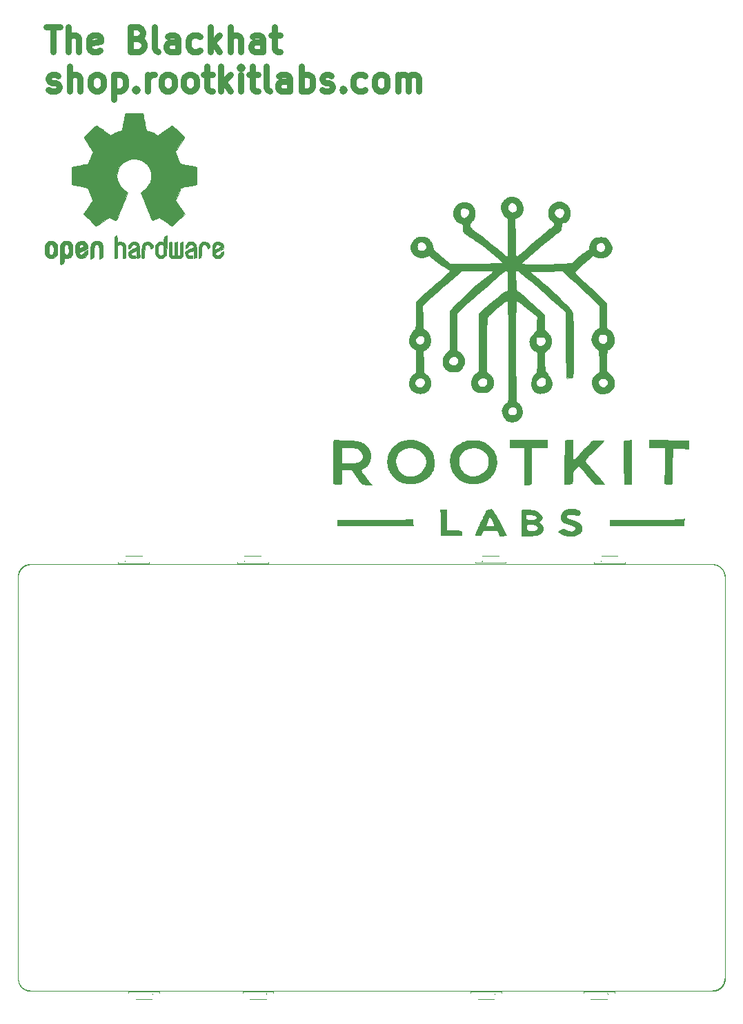
<source format=gbr>
%TF.GenerationSoftware,KiCad,Pcbnew,9.0.4*%
%TF.CreationDate,2025-09-18T14:59:58+02:00*%
%TF.ProjectId,blackpants,626c6163-6b70-4616-9e74-732e6b696361,V2.5*%
%TF.SameCoordinates,Original*%
%TF.FileFunction,Legend,Top*%
%TF.FilePolarity,Positive*%
%FSLAX46Y46*%
G04 Gerber Fmt 4.6, Leading zero omitted, Abs format (unit mm)*
G04 Created by KiCad (PCBNEW 9.0.4) date 2025-09-18 14:59:58*
%MOMM*%
%LPD*%
G01*
G04 APERTURE LIST*
%ADD10C,0.000000*%
%ADD11C,0.090000*%
%ADD12C,0.750000*%
%ADD13C,0.010000*%
%ADD14C,0.100000*%
G04 APERTURE END LIST*
D10*
G36*
X113374236Y-107017610D02*
G01*
X113379383Y-107018850D01*
X113381808Y-107019741D01*
X113384136Y-107020817D01*
X113386367Y-107022083D01*
X113388502Y-107023543D01*
X113390543Y-107025200D01*
X113392489Y-107027059D01*
X113394343Y-107029123D01*
X113396106Y-107031397D01*
X113399358Y-107036590D01*
X113402255Y-107042667D01*
X113404803Y-107049663D01*
X113407011Y-107057607D01*
X113408886Y-107066532D01*
X113410436Y-107076469D01*
X113411668Y-107087450D01*
X113412590Y-107099508D01*
X113413210Y-107112672D01*
X113413536Y-107126976D01*
X113413575Y-107142451D01*
X113413334Y-107159129D01*
X113412822Y-107177041D01*
X113412047Y-107196219D01*
X113409734Y-107238501D01*
X113406459Y-107286227D01*
X113402281Y-107339652D01*
X113389002Y-107483354D01*
X113374192Y-107613542D01*
X113366778Y-107669092D01*
X113359659Y-107715893D01*
X113353061Y-107752155D01*
X113347209Y-107776087D01*
X113342818Y-107782087D01*
X113333339Y-107787793D01*
X113318508Y-107793212D01*
X113298059Y-107798346D01*
X113239256Y-107807782D01*
X113154815Y-107816138D01*
X113042624Y-107823451D01*
X112900570Y-107829758D01*
X112726538Y-107835096D01*
X112518416Y-107839503D01*
X111991447Y-107845668D01*
X111302756Y-107848550D01*
X110435435Y-107848444D01*
X109372578Y-107845646D01*
X106412806Y-107829452D01*
X104841359Y-107809751D01*
X104841359Y-107809745D01*
X104258565Y-107787549D01*
X104258565Y-107467881D01*
X104258565Y-107148212D01*
X108740224Y-107107496D01*
X111936135Y-107066943D01*
X112932263Y-107045427D01*
X113326521Y-107026624D01*
X113334643Y-107023663D01*
X113342317Y-107021206D01*
X113349551Y-107019287D01*
X113356352Y-107017935D01*
X113362728Y-107017185D01*
X113368687Y-107017066D01*
X113374236Y-107017610D01*
G37*
G36*
X99639818Y-105760559D02*
G01*
X99729650Y-105766113D01*
X99820640Y-105776355D01*
X99912614Y-105791422D01*
X100022162Y-105814813D01*
X100122733Y-105841622D01*
X100214156Y-105871649D01*
X100296258Y-105904695D01*
X100368869Y-105940562D01*
X100401561Y-105959491D01*
X100431816Y-105979050D01*
X100459613Y-105999215D01*
X100484930Y-106019960D01*
X100507745Y-106041261D01*
X100528037Y-106063093D01*
X100545784Y-106085430D01*
X100560966Y-106108249D01*
X100573560Y-106131524D01*
X100583546Y-106155230D01*
X100590902Y-106179342D01*
X100595605Y-106203836D01*
X100597636Y-106228686D01*
X100596973Y-106253868D01*
X100593593Y-106279356D01*
X100587476Y-106305127D01*
X100578600Y-106331154D01*
X100566944Y-106357413D01*
X100552486Y-106383880D01*
X100535205Y-106410529D01*
X100515080Y-106437335D01*
X100492088Y-106464274D01*
X100476681Y-106480503D01*
X100469035Y-106487923D01*
X100461391Y-106494884D01*
X100453724Y-106501391D01*
X100446007Y-106507449D01*
X100438215Y-106513062D01*
X100430322Y-106518233D01*
X100422301Y-106522968D01*
X100414125Y-106527270D01*
X100405770Y-106531143D01*
X100397209Y-106534593D01*
X100388415Y-106537623D01*
X100379362Y-106540237D01*
X100370025Y-106542440D01*
X100360378Y-106544235D01*
X100350393Y-106545628D01*
X100340045Y-106546622D01*
X100329308Y-106547222D01*
X100318156Y-106547431D01*
X100306562Y-106547255D01*
X100294501Y-106546697D01*
X100281945Y-106545761D01*
X100268870Y-106544452D01*
X100241056Y-106540733D01*
X100210848Y-106535571D01*
X100178037Y-106529001D01*
X100142415Y-106521058D01*
X100085011Y-106509183D01*
X100021386Y-106498624D01*
X99952654Y-106489404D01*
X99879932Y-106481542D01*
X99726981Y-106469984D01*
X99571456Y-106464121D01*
X99422284Y-106464125D01*
X99288389Y-106470167D01*
X99229960Y-106475506D01*
X99178698Y-106482419D01*
X99135717Y-106490928D01*
X99102135Y-106501054D01*
X99096442Y-106503465D01*
X99090855Y-106506283D01*
X99085378Y-106509497D01*
X99080016Y-106513097D01*
X99074776Y-106517072D01*
X99069660Y-106521411D01*
X99064675Y-106526104D01*
X99059825Y-106531141D01*
X99055114Y-106536511D01*
X99050549Y-106542202D01*
X99046134Y-106548205D01*
X99041874Y-106554509D01*
X99037774Y-106561104D01*
X99033838Y-106567978D01*
X99030072Y-106575122D01*
X99026481Y-106582524D01*
X99023069Y-106590174D01*
X99019841Y-106598062D01*
X99016803Y-106606176D01*
X99013959Y-106614507D01*
X99011314Y-106623043D01*
X99008874Y-106631775D01*
X99006642Y-106640691D01*
X99004625Y-106649781D01*
X99002826Y-106659034D01*
X99001251Y-106668440D01*
X98999905Y-106677988D01*
X98998793Y-106687668D01*
X98997919Y-106697469D01*
X98997289Y-106707380D01*
X98996907Y-106717391D01*
X98996779Y-106727491D01*
X98997294Y-106758465D01*
X98998060Y-106772756D01*
X98999274Y-106786322D01*
X99001017Y-106799217D01*
X99003371Y-106811494D01*
X99006417Y-106823207D01*
X99010238Y-106834411D01*
X99014915Y-106845158D01*
X99020528Y-106855504D01*
X99027161Y-106865501D01*
X99034894Y-106875204D01*
X99043809Y-106884667D01*
X99053987Y-106893944D01*
X99065511Y-106903087D01*
X99078461Y-106912152D01*
X99092920Y-106921193D01*
X99108968Y-106930262D01*
X99126688Y-106939414D01*
X99146161Y-106948703D01*
X99167469Y-106958183D01*
X99190693Y-106967907D01*
X99215915Y-106977930D01*
X99243216Y-106988305D01*
X99304382Y-107010328D01*
X99374844Y-107034407D01*
X99455256Y-107060973D01*
X99546269Y-107090458D01*
X99759454Y-107163127D01*
X99953617Y-107237739D01*
X100128825Y-107314375D01*
X100285144Y-107393118D01*
X100422640Y-107474049D01*
X100484350Y-107515361D01*
X100541380Y-107557250D01*
X100593737Y-107599728D01*
X100641429Y-107642804D01*
X100684466Y-107686489D01*
X100722855Y-107730793D01*
X100756605Y-107775726D01*
X100785724Y-107821298D01*
X100810220Y-107867519D01*
X100830101Y-107914401D01*
X100845376Y-107961953D01*
X100856053Y-108010185D01*
X100862141Y-108059107D01*
X100863647Y-108108731D01*
X100860580Y-108159065D01*
X100852948Y-108210121D01*
X100840760Y-108261909D01*
X100824023Y-108314438D01*
X100802746Y-108367719D01*
X100776938Y-108421763D01*
X100746607Y-108476579D01*
X100711760Y-108532178D01*
X100681391Y-108574992D01*
X100648053Y-108616349D01*
X100611865Y-108656218D01*
X100572948Y-108694565D01*
X100531423Y-108731360D01*
X100487410Y-108766570D01*
X100441028Y-108800165D01*
X100392399Y-108832111D01*
X100341642Y-108862377D01*
X100288877Y-108890932D01*
X100234225Y-108917743D01*
X100177807Y-108942778D01*
X100060150Y-108987396D01*
X99936868Y-109024530D01*
X99808924Y-109053925D01*
X99677279Y-109075326D01*
X99542896Y-109088480D01*
X99406736Y-109093130D01*
X99269761Y-109089024D01*
X99201269Y-109083606D01*
X99132934Y-109075904D01*
X99064876Y-109065886D01*
X98997216Y-109053518D01*
X98930074Y-109038770D01*
X98863570Y-109021610D01*
X98863570Y-109021616D01*
X98799609Y-109002264D01*
X98731872Y-108978886D01*
X98661450Y-108952069D01*
X98589433Y-108922397D01*
X98516911Y-108890456D01*
X98444975Y-108856831D01*
X98307221Y-108786871D01*
X98243584Y-108751707D01*
X98184894Y-108717201D01*
X98132242Y-108683938D01*
X98086718Y-108652504D01*
X98049413Y-108623483D01*
X98021416Y-108597462D01*
X98003818Y-108575026D01*
X97999259Y-108565335D01*
X97997710Y-108556760D01*
X97998975Y-108549744D01*
X98002679Y-108541877D01*
X98008687Y-108533229D01*
X98016863Y-108523872D01*
X98039171Y-108503308D01*
X98068515Y-108480748D01*
X98103807Y-108456756D01*
X98143959Y-108431892D01*
X98187881Y-108406722D01*
X98234484Y-108381806D01*
X98282681Y-108357709D01*
X98331382Y-108334992D01*
X98379500Y-108314220D01*
X98425945Y-108295953D01*
X98469628Y-108280757D01*
X98509462Y-108269192D01*
X98544357Y-108261823D01*
X98559613Y-108259887D01*
X98573225Y-108259211D01*
X98589257Y-108259874D01*
X98607794Y-108261859D01*
X98628616Y-108265097D01*
X98651500Y-108269523D01*
X98676224Y-108275068D01*
X98702566Y-108281665D01*
X98730304Y-108289248D01*
X98759217Y-108297748D01*
X98819678Y-108317232D01*
X98882172Y-108339578D01*
X98944925Y-108364250D01*
X98975843Y-108377289D01*
X99006160Y-108390708D01*
X99075440Y-108420606D01*
X99142679Y-108446490D01*
X99207909Y-108468360D01*
X99271158Y-108486216D01*
X99332460Y-108500058D01*
X99391843Y-108509885D01*
X99449340Y-108515697D01*
X99504980Y-108517495D01*
X99558794Y-108515278D01*
X99610814Y-108509046D01*
X99661070Y-108498799D01*
X99709592Y-108484537D01*
X99756412Y-108466259D01*
X99801560Y-108443966D01*
X99845068Y-108417657D01*
X99886964Y-108387333D01*
X99917225Y-108362685D01*
X99944672Y-108338529D01*
X99969284Y-108314834D01*
X99991037Y-108291573D01*
X100009910Y-108268716D01*
X100025879Y-108246234D01*
X100038921Y-108224098D01*
X100049015Y-108202279D01*
X100056137Y-108180749D01*
X100060264Y-108159478D01*
X100061374Y-108138437D01*
X100059445Y-108117597D01*
X100054452Y-108096930D01*
X100046375Y-108076406D01*
X100035190Y-108055996D01*
X100020874Y-108035671D01*
X100003404Y-108015403D01*
X99982759Y-107995162D01*
X99958915Y-107974919D01*
X99931849Y-107954646D01*
X99901539Y-107934312D01*
X99867963Y-107913891D01*
X99831096Y-107893351D01*
X99790918Y-107872665D01*
X99747404Y-107851804D01*
X99700533Y-107830738D01*
X99650282Y-107809438D01*
X99596627Y-107787875D01*
X99539546Y-107766021D01*
X99479018Y-107743847D01*
X99347524Y-107698420D01*
X99220974Y-107655343D01*
X99105371Y-107614080D01*
X99000169Y-107574267D01*
X98904817Y-107535542D01*
X98818770Y-107497540D01*
X98741479Y-107459899D01*
X98672396Y-107422255D01*
X98610973Y-107384245D01*
X98556662Y-107345506D01*
X98508916Y-107305673D01*
X98467186Y-107264385D01*
X98430926Y-107221277D01*
X98399586Y-107175986D01*
X98372619Y-107128149D01*
X98349477Y-107077402D01*
X98329613Y-107023383D01*
X98309316Y-106952534D01*
X98295278Y-106882403D01*
X98287325Y-106813128D01*
X98285280Y-106744844D01*
X98288966Y-106677690D01*
X98298209Y-106611802D01*
X98312833Y-106547316D01*
X98332661Y-106484370D01*
X98357517Y-106423100D01*
X98387227Y-106363644D01*
X98421613Y-106306138D01*
X98460500Y-106250719D01*
X98503713Y-106197525D01*
X98551074Y-106146691D01*
X98602409Y-106098355D01*
X98657542Y-106052653D01*
X98716296Y-106009723D01*
X98778496Y-105969701D01*
X98843966Y-105932725D01*
X98912530Y-105898930D01*
X98984013Y-105868455D01*
X99058237Y-105841435D01*
X99135028Y-105818008D01*
X99214209Y-105798311D01*
X99295605Y-105782480D01*
X99379040Y-105770653D01*
X99464338Y-105762965D01*
X99551322Y-105759555D01*
X99639818Y-105760559D01*
G37*
G36*
X93881715Y-105866234D02*
G01*
X94007524Y-105870970D01*
X94284633Y-105890173D01*
X94572903Y-105920360D01*
X94712664Y-105938824D01*
X94844944Y-105959137D01*
X94966318Y-105980999D01*
X95073363Y-106004112D01*
X95162655Y-106028175D01*
X95230769Y-106052891D01*
X95282413Y-106078342D01*
X95337027Y-106110021D01*
X95393767Y-106147104D01*
X95451790Y-106188766D01*
X95510251Y-106234184D01*
X95568306Y-106282534D01*
X95625112Y-106332992D01*
X95679823Y-106384734D01*
X95731597Y-106436936D01*
X95779588Y-106488773D01*
X95822954Y-106539424D01*
X95860849Y-106588062D01*
X95892430Y-106633864D01*
X95916852Y-106676007D01*
X95926116Y-106695449D01*
X95933273Y-106713666D01*
X95938218Y-106730557D01*
X95940846Y-106746018D01*
X95943403Y-106779078D01*
X95944414Y-106810651D01*
X95943798Y-106840936D01*
X95941472Y-106870132D01*
X95937355Y-106898437D01*
X95931365Y-106926050D01*
X95923420Y-106953170D01*
X95913438Y-106979995D01*
X95901336Y-107006724D01*
X95887034Y-107033555D01*
X95870450Y-107060687D01*
X95851500Y-107088319D01*
X95830104Y-107116650D01*
X95806179Y-107145878D01*
X95779644Y-107176201D01*
X95750417Y-107207819D01*
X95579063Y-107388868D01*
X95855916Y-107689219D01*
X95910904Y-107750386D01*
X95959317Y-107807718D01*
X96001243Y-107861731D01*
X96036774Y-107912940D01*
X96052169Y-107937654D01*
X96065999Y-107961860D01*
X96078275Y-107985622D01*
X96089008Y-108009005D01*
X96098210Y-108032073D01*
X96105892Y-108054891D01*
X96112065Y-108077522D01*
X96116740Y-108100032D01*
X96119928Y-108122484D01*
X96121642Y-108144943D01*
X96121892Y-108167474D01*
X96120689Y-108190140D01*
X96118045Y-108213006D01*
X96113970Y-108236137D01*
X96108477Y-108259596D01*
X96101576Y-108283449D01*
X96093279Y-108307759D01*
X96083597Y-108332591D01*
X96060122Y-108384078D01*
X96031242Y-108438425D01*
X95997047Y-108496146D01*
X95979185Y-108523663D01*
X95960036Y-108550485D01*
X95939589Y-108576618D01*
X95917834Y-108602065D01*
X95894761Y-108626832D01*
X95870359Y-108650923D01*
X95844618Y-108674343D01*
X95817528Y-108697096D01*
X95789079Y-108719186D01*
X95759260Y-108740619D01*
X95728061Y-108761398D01*
X95695471Y-108781529D01*
X95661481Y-108801016D01*
X95626079Y-108819864D01*
X95589257Y-108838077D01*
X95551002Y-108855659D01*
X95470157Y-108888951D01*
X95383462Y-108919777D01*
X95290834Y-108948173D01*
X95192190Y-108974176D01*
X95087449Y-108997821D01*
X94976528Y-109019147D01*
X94859343Y-109038189D01*
X94735814Y-109054984D01*
X94440781Y-109088475D01*
X94184080Y-109111137D01*
X93965263Y-109122959D01*
X93869921Y-109124801D01*
X93783883Y-109123928D01*
X93707093Y-109120338D01*
X93639494Y-109114031D01*
X93581030Y-109105005D01*
X93531647Y-109093257D01*
X93491287Y-109078788D01*
X93459896Y-109061594D01*
X93437416Y-109041675D01*
X93423793Y-109019028D01*
X93423795Y-109019028D01*
X93416335Y-108964390D01*
X93411792Y-108852842D01*
X93410475Y-108491783D01*
X93422120Y-107927970D01*
X94033643Y-107927970D01*
X94033709Y-107952221D01*
X94034865Y-107977748D01*
X94040338Y-108032742D01*
X94049841Y-108093162D01*
X94061099Y-108150727D01*
X94073251Y-108202010D01*
X94079852Y-108225406D01*
X94086906Y-108247364D01*
X94094489Y-108267929D01*
X94102675Y-108287145D01*
X94111543Y-108305056D01*
X94121168Y-108321707D01*
X94131625Y-108337141D01*
X94142993Y-108351404D01*
X94155345Y-108364539D01*
X94168760Y-108376590D01*
X94183312Y-108387603D01*
X94199078Y-108397621D01*
X94216135Y-108406688D01*
X94234559Y-108414850D01*
X94254425Y-108422149D01*
X94275810Y-108428631D01*
X94298790Y-108434340D01*
X94323441Y-108439320D01*
X94349840Y-108443616D01*
X94378063Y-108447271D01*
X94440284Y-108452838D01*
X94510715Y-108456376D01*
X94589964Y-108458238D01*
X94678642Y-108458781D01*
X94815264Y-108457594D01*
X94873634Y-108455884D01*
X94926136Y-108453228D01*
X94973339Y-108449476D01*
X95015814Y-108444477D01*
X95054130Y-108438080D01*
X95088857Y-108430135D01*
X95120564Y-108420490D01*
X95149821Y-108408994D01*
X95177198Y-108395497D01*
X95203264Y-108379848D01*
X95228589Y-108361896D01*
X95253743Y-108341490D01*
X95279295Y-108318479D01*
X95305815Y-108292713D01*
X95305818Y-108292713D01*
X95330440Y-108267657D01*
X95352222Y-108244463D01*
X95371233Y-108222905D01*
X95387540Y-108202753D01*
X95401212Y-108183778D01*
X95407082Y-108174660D01*
X95412319Y-108165751D01*
X95416932Y-108157022D01*
X95420928Y-108148445D01*
X95424318Y-108139990D01*
X95427109Y-108131630D01*
X95429310Y-108123335D01*
X95430929Y-108115077D01*
X95431975Y-108106828D01*
X95432457Y-108098559D01*
X95432383Y-108090241D01*
X95431762Y-108081845D01*
X95430602Y-108073344D01*
X95428912Y-108064708D01*
X95426701Y-108055909D01*
X95423976Y-108046919D01*
X95420748Y-108037708D01*
X95417023Y-108028249D01*
X95408120Y-108008469D01*
X95397337Y-107987351D01*
X95386757Y-107969148D01*
X95374727Y-107951335D01*
X95361281Y-107933925D01*
X95346452Y-107916931D01*
X95330274Y-107900364D01*
X95312780Y-107884237D01*
X95294003Y-107868562D01*
X95273977Y-107853351D01*
X95252735Y-107838617D01*
X95230311Y-107824372D01*
X95206738Y-107810628D01*
X95182050Y-107797398D01*
X95156279Y-107784693D01*
X95129459Y-107772527D01*
X95072807Y-107749856D01*
X95012361Y-107729486D01*
X94948387Y-107711512D01*
X94881153Y-107696035D01*
X94810927Y-107683151D01*
X94737974Y-107672959D01*
X94662563Y-107665558D01*
X94584960Y-107661045D01*
X94505434Y-107659519D01*
X94431227Y-107660686D01*
X94364152Y-107664326D01*
X94303987Y-107670652D01*
X94250510Y-107679873D01*
X94226211Y-107685636D01*
X94203500Y-107692201D01*
X94182351Y-107699596D01*
X94162736Y-107707846D01*
X94144627Y-107716979D01*
X94127995Y-107727020D01*
X94112815Y-107737996D01*
X94099057Y-107749934D01*
X94086694Y-107762858D01*
X94075699Y-107776797D01*
X94066044Y-107791776D01*
X94057701Y-107807821D01*
X94050642Y-107824960D01*
X94044839Y-107843218D01*
X94040266Y-107862622D01*
X94036894Y-107883197D01*
X94034696Y-107904971D01*
X94033643Y-107927970D01*
X93422120Y-107927970D01*
X93432050Y-107447197D01*
X93460018Y-106735361D01*
X93472429Y-106419492D01*
X94001415Y-106419492D01*
X94001415Y-106735361D01*
X94002305Y-106833322D01*
X94003736Y-106873834D01*
X94006104Y-106909227D01*
X94009622Y-106939899D01*
X94014500Y-106966246D01*
X94017516Y-106977921D01*
X94020950Y-106988663D01*
X94024831Y-106998522D01*
X94029183Y-107007548D01*
X94034035Y-107015789D01*
X94039411Y-107023295D01*
X94045338Y-107030117D01*
X94051843Y-107036302D01*
X94058953Y-107041902D01*
X94066692Y-107046965D01*
X94075089Y-107051541D01*
X94084169Y-107055679D01*
X94104485Y-107062841D01*
X94127851Y-107068847D01*
X94154478Y-107074094D01*
X94184578Y-107078977D01*
X94240290Y-107086637D01*
X94298328Y-107093148D01*
X94419323Y-107102747D01*
X94543451Y-107107828D01*
X94666597Y-107108446D01*
X94784648Y-107104653D01*
X94893490Y-107096505D01*
X94943172Y-107090815D01*
X94989009Y-107084056D01*
X95030487Y-107076235D01*
X95067091Y-107067359D01*
X95088137Y-107060871D01*
X95107964Y-107053417D01*
X95126566Y-107045046D01*
X95143939Y-107035808D01*
X95160078Y-107025753D01*
X95174978Y-107014931D01*
X95188633Y-107003392D01*
X95201040Y-106991186D01*
X95212192Y-106978363D01*
X95222085Y-106964972D01*
X95230714Y-106951065D01*
X95238074Y-106936690D01*
X95244159Y-106921898D01*
X95248965Y-106906739D01*
X95252488Y-106891262D01*
X95254721Y-106875518D01*
X95255660Y-106859556D01*
X95255299Y-106843427D01*
X95253635Y-106827180D01*
X95250661Y-106810865D01*
X95246374Y-106794533D01*
X95240767Y-106778233D01*
X95233836Y-106762016D01*
X95225576Y-106745930D01*
X95215981Y-106730027D01*
X95205048Y-106714356D01*
X95192770Y-106698967D01*
X95179144Y-106683910D01*
X95164163Y-106669235D01*
X95147823Y-106654991D01*
X95130119Y-106641230D01*
X95111046Y-106628001D01*
X95091884Y-106616791D01*
X95068447Y-106605381D01*
X95041061Y-106593852D01*
X95010051Y-106582285D01*
X94975746Y-106570761D01*
X94938471Y-106559361D01*
X94898553Y-106548167D01*
X94856318Y-106537258D01*
X94812093Y-106526717D01*
X94766204Y-106516623D01*
X94718978Y-106507059D01*
X94670741Y-106498104D01*
X94621820Y-106489841D01*
X94572542Y-106482350D01*
X94523232Y-106475712D01*
X94474217Y-106470008D01*
X94001415Y-106419492D01*
X93472429Y-106419492D01*
X93472819Y-106409566D01*
X93495496Y-106057202D01*
X93506549Y-105951304D01*
X93517085Y-105903187D01*
X93526655Y-105894327D01*
X93543343Y-105886715D01*
X93596358Y-105875083D01*
X93672708Y-105867992D01*
X93768968Y-105865142D01*
X93881715Y-105866234D01*
G37*
G36*
X89653385Y-105811393D02*
G01*
X89668909Y-105814377D01*
X89684384Y-105818336D01*
X89699843Y-105823313D01*
X89715320Y-105829348D01*
X89730851Y-105836485D01*
X89746469Y-105844765D01*
X89778104Y-105864923D01*
X89810500Y-105890160D01*
X89843932Y-105920812D01*
X89878673Y-105957216D01*
X89914998Y-105999708D01*
X89953182Y-106048626D01*
X89993499Y-106104305D01*
X90036223Y-106167082D01*
X90081629Y-106237295D01*
X90129991Y-106315279D01*
X90181585Y-106401372D01*
X90236683Y-106495910D01*
X90295561Y-106599230D01*
X90425753Y-106833561D01*
X90574356Y-107107060D01*
X90935579Y-107782334D01*
X91058075Y-108015450D01*
X91170102Y-108234982D01*
X91269372Y-108435977D01*
X91353591Y-108613485D01*
X91420469Y-108762553D01*
X91467716Y-108878229D01*
X91493040Y-108955562D01*
X91496765Y-108978302D01*
X91494150Y-108989600D01*
X91490781Y-108992325D01*
X91486572Y-108995127D01*
X91475736Y-109000933D01*
X91461845Y-109006971D01*
X91445104Y-109013191D01*
X91425716Y-109019545D01*
X91403886Y-109025986D01*
X91379818Y-109032462D01*
X91353715Y-109038928D01*
X91325782Y-109045333D01*
X91296223Y-109051629D01*
X91265242Y-109057767D01*
X91233043Y-109063699D01*
X91199829Y-109069377D01*
X91165806Y-109074751D01*
X91131177Y-109079773D01*
X91096146Y-109084394D01*
X90755164Y-109127109D01*
X90611407Y-108792945D01*
X90467653Y-108458781D01*
X89578420Y-108458781D01*
X88689186Y-108458781D01*
X88605321Y-108661249D01*
X88596057Y-108682379D01*
X88585640Y-108703905D01*
X88574183Y-108725676D01*
X88561801Y-108747537D01*
X88548608Y-108769334D01*
X88534718Y-108790915D01*
X88520246Y-108812125D01*
X88505304Y-108832810D01*
X88490008Y-108852817D01*
X88474472Y-108871992D01*
X88458810Y-108890182D01*
X88443137Y-108907233D01*
X88427565Y-108922991D01*
X88412210Y-108937303D01*
X88397186Y-108950014D01*
X88382607Y-108960972D01*
X88352528Y-108979216D01*
X88317357Y-108995749D01*
X88277976Y-109010498D01*
X88235267Y-109023395D01*
X88190113Y-109034370D01*
X88143397Y-109043353D01*
X88096001Y-109050275D01*
X88048808Y-109055064D01*
X88002701Y-109057653D01*
X87958562Y-109057970D01*
X87917275Y-109055946D01*
X87879721Y-109051512D01*
X87846783Y-109044597D01*
X87832321Y-109040188D01*
X87819345Y-109035132D01*
X87807963Y-109029421D01*
X87798288Y-109023046D01*
X87790429Y-109015999D01*
X87784496Y-109008271D01*
X87782941Y-108999938D01*
X87784440Y-108985262D01*
X87796231Y-108937731D01*
X87819138Y-108867377D01*
X87852433Y-108775900D01*
X87947267Y-108536379D01*
X88074900Y-108232763D01*
X88229494Y-107878653D01*
X88238175Y-107859336D01*
X89077762Y-107859336D01*
X89543533Y-107859336D01*
X89671276Y-107858217D01*
X89775828Y-107854505D01*
X89820166Y-107851511D01*
X89859616Y-107847669D01*
X89894482Y-107842915D01*
X89925066Y-107837180D01*
X89951673Y-107830399D01*
X89974604Y-107822505D01*
X89994164Y-107813432D01*
X90010655Y-107803114D01*
X90024382Y-107791484D01*
X90035647Y-107778476D01*
X90044753Y-107764023D01*
X90052004Y-107748060D01*
X90056471Y-107730879D01*
X90058188Y-107710225D01*
X90057298Y-107686366D01*
X90053945Y-107659569D01*
X90040430Y-107598241D01*
X90018798Y-107528391D01*
X89990205Y-107452167D01*
X89955805Y-107371720D01*
X89916754Y-107289198D01*
X89874208Y-107206752D01*
X89829321Y-107126529D01*
X89783249Y-107050681D01*
X89737148Y-106981356D01*
X89692172Y-106920704D01*
X89649476Y-106870874D01*
X89610217Y-106834015D01*
X89592237Y-106821122D01*
X89575549Y-106812277D01*
X89560298Y-106807751D01*
X89546628Y-106807810D01*
X89540187Y-106809561D01*
X89533517Y-106812397D01*
X89526624Y-106816306D01*
X89519516Y-106821278D01*
X89512197Y-106827300D01*
X89504674Y-106834360D01*
X89496955Y-106842446D01*
X89489044Y-106851548D01*
X89480949Y-106861652D01*
X89472676Y-106872748D01*
X89455619Y-106897866D01*
X89437926Y-106926808D01*
X89419646Y-106959480D01*
X89400830Y-106995787D01*
X89381529Y-107035636D01*
X89361793Y-107078931D01*
X89341674Y-107125579D01*
X89321221Y-107175486D01*
X89300486Y-107228558D01*
X89279519Y-107284700D01*
X89258371Y-107343818D01*
X89077762Y-107859336D01*
X88238175Y-107859336D01*
X88405216Y-107487645D01*
X88596230Y-107073339D01*
X88796701Y-106649332D01*
X88900683Y-106434737D01*
X88986025Y-106266256D01*
X89023177Y-106197288D01*
X89057435Y-106137427D01*
X89089385Y-106085863D01*
X89119618Y-106041788D01*
X89148720Y-106004396D01*
X89177281Y-105972879D01*
X89205888Y-105946428D01*
X89235130Y-105924236D01*
X89265595Y-105905496D01*
X89297872Y-105889399D01*
X89332549Y-105875138D01*
X89370213Y-105861906D01*
X89450711Y-105836314D01*
X89487848Y-105825917D01*
X89523275Y-105817569D01*
X89557268Y-105811606D01*
X89590101Y-105808364D01*
X89622049Y-105808181D01*
X89653385Y-105811393D01*
G37*
G36*
X84210497Y-107119834D02*
G01*
X84210497Y-108378477D01*
X85032878Y-108401978D01*
X85343182Y-108413490D01*
X85472488Y-108421074D01*
X85585910Y-108430433D01*
X85684456Y-108441986D01*
X85769137Y-108456150D01*
X85840961Y-108473342D01*
X85900940Y-108493980D01*
X85950081Y-108518482D01*
X85970903Y-108532313D01*
X85989394Y-108547266D01*
X86005681Y-108563393D01*
X86019890Y-108580748D01*
X86032146Y-108599382D01*
X86042577Y-108619347D01*
X86058465Y-108663480D01*
X86068564Y-108713565D01*
X86073883Y-108770020D01*
X86075432Y-108833262D01*
X86075432Y-109058222D01*
X84809940Y-109058222D01*
X83544447Y-109058222D01*
X83544048Y-108009199D01*
X83540521Y-107558523D01*
X83531204Y-107106910D01*
X83517515Y-106706813D01*
X83500874Y-106410682D01*
X83458099Y-105861188D01*
X83834299Y-105861188D01*
X84210497Y-105861188D01*
X84210497Y-107119834D01*
G37*
G36*
X79703397Y-107092347D02*
G01*
X80075520Y-107099894D01*
X80076987Y-107101754D01*
X80078513Y-107104539D01*
X80081731Y-107112782D01*
X80085144Y-107124421D01*
X80088723Y-107139256D01*
X80092437Y-107157084D01*
X80096258Y-107177703D01*
X80104097Y-107226511D01*
X80112002Y-107284066D01*
X80119733Y-107348757D01*
X80127052Y-107418970D01*
X80133721Y-107493091D01*
X80164094Y-107859342D01*
X75526808Y-107859342D01*
X70889521Y-107859342D01*
X70889521Y-107503156D01*
X70889521Y-107146976D01*
X75468606Y-107109959D01*
X78710760Y-107091730D01*
X79703397Y-107092347D01*
G37*
G36*
X110911973Y-97339221D02*
G01*
X111560243Y-97348633D01*
X112207280Y-97362564D01*
X112773317Y-97379575D01*
X113982884Y-97423389D01*
X113982884Y-97911957D01*
X113982884Y-98400526D01*
X112994710Y-98357752D01*
X112006538Y-98314982D01*
X111962334Y-99734348D01*
X111931117Y-100917046D01*
X111921620Y-101417121D01*
X111918132Y-101767399D01*
X111915724Y-102014546D01*
X111908463Y-102226723D01*
X111896296Y-102404281D01*
X111888355Y-102480186D01*
X111879167Y-102547568D01*
X111868725Y-102606471D01*
X111857022Y-102656938D01*
X111844051Y-102699012D01*
X111829806Y-102732739D01*
X111814279Y-102758161D01*
X111797465Y-102775323D01*
X111779355Y-102784268D01*
X111759944Y-102785041D01*
X111737589Y-102782061D01*
X111702617Y-102778305D01*
X111601921Y-102769071D01*
X111472056Y-102758555D01*
X111327217Y-102747974D01*
X111327211Y-102747977D01*
X110969417Y-102723237D01*
X111018550Y-100495734D01*
X111067686Y-98268232D01*
X110094206Y-98268232D01*
X109120726Y-98268232D01*
X109120726Y-97802000D01*
X109120726Y-97335764D01*
X110342241Y-97335764D01*
X110911973Y-97339221D01*
G37*
G36*
X106922762Y-99618561D02*
G01*
X106919385Y-100541349D01*
X106910191Y-101358535D01*
X106896585Y-101981434D01*
X106879970Y-102321360D01*
X106837178Y-102730759D01*
X106454051Y-102730759D01*
X106070921Y-102730759D01*
X106031737Y-101715037D01*
X105977451Y-100098340D01*
X105947119Y-98746102D01*
X105943060Y-97812458D01*
X105951607Y-97550776D01*
X105958652Y-97479648D01*
X105967592Y-97451542D01*
X105975629Y-97447960D01*
X105988018Y-97444003D01*
X106004498Y-97439710D01*
X106024812Y-97435123D01*
X106075900Y-97425228D01*
X106139209Y-97414646D01*
X106212666Y-97403702D01*
X106294195Y-97392723D01*
X106381724Y-97382035D01*
X106473180Y-97371964D01*
X106922762Y-97325159D01*
X106922762Y-99618561D01*
G37*
G36*
X99729436Y-98534653D02*
G01*
X99730460Y-98836641D01*
X99733646Y-99090022D01*
X99739161Y-99297367D01*
X99747171Y-99461247D01*
X99757845Y-99584233D01*
X99771350Y-99668897D01*
X99779217Y-99697661D01*
X99787854Y-99717810D01*
X99797283Y-99729663D01*
X99807524Y-99733543D01*
X99814839Y-99733139D01*
X99822685Y-99731776D01*
X99831294Y-99729229D01*
X99840895Y-99725271D01*
X99851720Y-99719676D01*
X99863999Y-99712217D01*
X99877963Y-99702670D01*
X99893841Y-99690806D01*
X99911866Y-99676401D01*
X99932266Y-99659227D01*
X99955274Y-99639060D01*
X99981118Y-99615671D01*
X100010031Y-99588837D01*
X100042242Y-99558329D01*
X100117482Y-99485391D01*
X100208683Y-99395048D01*
X100317690Y-99285490D01*
X100446346Y-99154908D01*
X100596497Y-99001491D01*
X100968659Y-98618919D01*
X101448933Y-98123298D01*
X102136052Y-97413596D01*
X102690669Y-97367396D01*
X102860562Y-97353674D01*
X103007313Y-97343819D01*
X103130526Y-97339485D01*
X103183182Y-97339904D01*
X103229805Y-97342323D01*
X103270345Y-97346948D01*
X103304753Y-97353987D01*
X103332979Y-97363645D01*
X103354973Y-97376129D01*
X103370687Y-97391645D01*
X103380069Y-97410401D01*
X103383072Y-97432603D01*
X103379645Y-97458457D01*
X103369739Y-97488171D01*
X103353304Y-97521949D01*
X103330290Y-97560000D01*
X103300649Y-97602530D01*
X103264330Y-97649745D01*
X103221283Y-97701852D01*
X103114811Y-97821567D01*
X102980836Y-97963330D01*
X102818961Y-98128791D01*
X102409926Y-98537421D01*
X102191614Y-98756818D01*
X101986357Y-98967838D01*
X101798760Y-99165408D01*
X101633431Y-99344456D01*
X101494974Y-99499911D01*
X101387997Y-99626700D01*
X101317104Y-99719751D01*
X101296630Y-99752041D01*
X101286903Y-99773994D01*
X101282293Y-99795664D01*
X101279362Y-99817391D01*
X101278146Y-99839270D01*
X101278678Y-99861393D01*
X101280992Y-99883855D01*
X101285121Y-99906750D01*
X101291100Y-99930171D01*
X101298963Y-99954211D01*
X101308744Y-99978966D01*
X101320475Y-100004528D01*
X101334193Y-100030991D01*
X101349929Y-100058449D01*
X101367718Y-100086997D01*
X101387595Y-100116726D01*
X101409592Y-100147733D01*
X101433745Y-100180109D01*
X101774698Y-100592981D01*
X102388692Y-101317528D01*
X103036873Y-102073563D01*
X103480385Y-102580900D01*
X103615739Y-102730759D01*
X103014186Y-102730759D01*
X102412633Y-102730759D01*
X101520616Y-101690253D01*
X100866076Y-100924560D01*
X100545009Y-100544779D01*
X100538183Y-100536429D01*
X100531501Y-100528750D01*
X100524922Y-100521759D01*
X100518404Y-100515476D01*
X100511903Y-100509920D01*
X100505379Y-100505108D01*
X100498790Y-100501061D01*
X100492093Y-100497796D01*
X100485246Y-100495332D01*
X100478208Y-100493688D01*
X100470936Y-100492883D01*
X100463388Y-100492935D01*
X100455523Y-100493863D01*
X100447298Y-100495685D01*
X100438671Y-100498421D01*
X100429600Y-100502088D01*
X100420044Y-100506707D01*
X100409960Y-100512295D01*
X100399306Y-100518871D01*
X100388040Y-100526453D01*
X100376121Y-100535061D01*
X100363506Y-100544713D01*
X100350153Y-100555429D01*
X100336020Y-100567225D01*
X100321066Y-100580122D01*
X100305247Y-100594138D01*
X100270850Y-100625600D01*
X100232494Y-100661763D01*
X100189842Y-100702775D01*
X100122200Y-100769427D01*
X100061703Y-100831952D01*
X100007895Y-100891512D01*
X99960317Y-100949267D01*
X99938723Y-100977831D01*
X99918514Y-101006380D01*
X99899635Y-101035059D01*
X99882028Y-101064012D01*
X99865635Y-101093386D01*
X99850400Y-101123326D01*
X99836266Y-101153976D01*
X99823175Y-101185482D01*
X99811071Y-101217989D01*
X99799895Y-101251642D01*
X99789592Y-101286587D01*
X99780103Y-101322968D01*
X99771372Y-101360932D01*
X99763341Y-101400623D01*
X99749153Y-101485766D01*
X99737080Y-101579561D01*
X99726666Y-101683169D01*
X99717454Y-101797751D01*
X99708986Y-101924470D01*
X99699893Y-102051472D01*
X99688878Y-102172485D01*
X99676363Y-102284680D01*
X99662771Y-102385227D01*
X99648524Y-102471297D01*
X99634043Y-102540059D01*
X99626848Y-102567067D01*
X99619752Y-102588686D01*
X99612809Y-102604564D01*
X99606071Y-102614347D01*
X99602196Y-102617683D01*
X99597208Y-102621070D01*
X99584027Y-102627970D01*
X99566790Y-102634998D01*
X99545762Y-102642100D01*
X99521204Y-102649227D01*
X99493380Y-102656327D01*
X99462553Y-102663347D01*
X99428985Y-102670238D01*
X99392939Y-102676947D01*
X99354679Y-102683424D01*
X99314466Y-102689616D01*
X99272564Y-102695473D01*
X99229236Y-102700943D01*
X99184745Y-102705975D01*
X99139354Y-102710517D01*
X99093324Y-102714518D01*
X98644740Y-102750526D01*
X98688554Y-100592637D01*
X98731300Y-98907213D01*
X98753488Y-98268883D01*
X98772545Y-97885255D01*
X98812721Y-97335767D01*
X99271077Y-97335767D01*
X99729436Y-97335767D01*
X99729436Y-98534653D01*
G37*
G36*
X96599004Y-97802000D02*
G01*
X96599004Y-98268232D01*
X95636650Y-98268232D01*
X94674297Y-98268232D01*
X94654228Y-100422770D01*
X94640284Y-101483851D01*
X94631054Y-101865797D01*
X94619666Y-102161939D01*
X94605631Y-102382220D01*
X94588460Y-102536584D01*
X94567661Y-102634974D01*
X94555750Y-102666287D01*
X94542748Y-102687336D01*
X94536715Y-102694230D01*
X94530261Y-102700893D01*
X94523384Y-102707327D01*
X94516080Y-102713531D01*
X94508347Y-102719507D01*
X94500182Y-102725255D01*
X94491581Y-102730777D01*
X94482542Y-102736072D01*
X94473062Y-102741142D01*
X94463138Y-102745987D01*
X94441945Y-102755008D01*
X94418940Y-102763140D01*
X94394099Y-102770389D01*
X94367399Y-102776762D01*
X94338817Y-102782265D01*
X94308328Y-102786905D01*
X94275910Y-102790687D01*
X94241538Y-102793617D01*
X94205189Y-102795703D01*
X94166840Y-102796950D01*
X94126466Y-102797364D01*
X93801598Y-102797364D01*
X93801599Y-100532801D01*
X93801599Y-98268232D01*
X92902432Y-98268232D01*
X92003267Y-98268232D01*
X92003267Y-97802000D01*
X92003267Y-97335764D01*
X94301137Y-97335764D01*
X96599004Y-97335764D01*
X96599004Y-97802000D01*
G37*
G36*
X87669206Y-97351530D02*
G01*
X87811648Y-97362380D01*
X87953493Y-97379724D01*
X88094426Y-97403655D01*
X88234128Y-97434270D01*
X88372285Y-97471663D01*
X88508579Y-97515930D01*
X88642693Y-97567165D01*
X88774312Y-97625465D01*
X88935653Y-97706114D01*
X89087427Y-97790368D01*
X89229817Y-97878445D01*
X89363006Y-97970567D01*
X89487177Y-98066952D01*
X89602513Y-98167821D01*
X89709197Y-98273395D01*
X89807413Y-98383893D01*
X89897343Y-98499535D01*
X89979171Y-98620541D01*
X90053079Y-98747132D01*
X90119251Y-98879528D01*
X90177870Y-99017948D01*
X90229120Y-99162614D01*
X90273182Y-99313743D01*
X90310240Y-99471558D01*
X90332750Y-99588267D01*
X90350723Y-99701202D01*
X90364101Y-99810812D01*
X90372824Y-99917547D01*
X90376833Y-100021857D01*
X90376072Y-100124192D01*
X90370479Y-100225003D01*
X90359999Y-100324738D01*
X90344570Y-100423848D01*
X90324136Y-100522782D01*
X90298636Y-100621991D01*
X90268014Y-100721924D01*
X90232209Y-100823031D01*
X90191164Y-100925763D01*
X90144820Y-101030568D01*
X90093118Y-101137897D01*
X90039237Y-101240537D01*
X89982334Y-101338928D01*
X89922180Y-101433282D01*
X89858547Y-101523809D01*
X89791207Y-101610721D01*
X89719931Y-101694230D01*
X89644490Y-101774546D01*
X89564656Y-101851881D01*
X89480200Y-101926447D01*
X89390894Y-101998454D01*
X89296509Y-102068114D01*
X89196817Y-102135639D01*
X89091589Y-102201239D01*
X88980596Y-102265126D01*
X88863611Y-102327511D01*
X88740404Y-102388605D01*
X88586680Y-102460452D01*
X88518554Y-102490446D01*
X88454728Y-102516833D01*
X88394059Y-102539877D01*
X88335404Y-102559837D01*
X88277619Y-102576976D01*
X88219561Y-102591554D01*
X88160089Y-102603832D01*
X88098057Y-102614073D01*
X88032324Y-102622537D01*
X87961745Y-102629484D01*
X87885179Y-102635178D01*
X87801481Y-102639878D01*
X87608121Y-102647343D01*
X87439258Y-102651105D01*
X87290224Y-102650877D01*
X87157953Y-102646344D01*
X87039377Y-102637190D01*
X86984267Y-102630782D01*
X86931431Y-102623101D01*
X86880485Y-102614108D01*
X86831047Y-102603763D01*
X86782734Y-102592027D01*
X86735161Y-102578860D01*
X86640706Y-102548078D01*
X86640704Y-102548075D01*
X86492270Y-102491583D01*
X86349636Y-102430120D01*
X86212730Y-102363621D01*
X86081477Y-102292018D01*
X85955805Y-102215248D01*
X85835641Y-102133245D01*
X85720910Y-102045943D01*
X85611541Y-101953277D01*
X85507460Y-101855182D01*
X85408594Y-101751592D01*
X85314869Y-101642442D01*
X85226212Y-101527666D01*
X85142551Y-101407199D01*
X85063812Y-101280975D01*
X84989921Y-101148929D01*
X84920805Y-101010996D01*
X84855763Y-100870193D01*
X84828945Y-100808002D01*
X84805608Y-100749551D01*
X84785514Y-100693540D01*
X84768424Y-100638670D01*
X84754097Y-100583640D01*
X84742295Y-100527152D01*
X84732778Y-100467905D01*
X84725307Y-100404600D01*
X84719642Y-100335936D01*
X84715545Y-100260614D01*
X84712774Y-100177334D01*
X84711091Y-100084796D01*
X84710033Y-99866749D01*
X84710073Y-99859068D01*
X85750069Y-99859068D01*
X85751696Y-99955808D01*
X85757138Y-100056327D01*
X85772055Y-100199845D01*
X85795864Y-100339187D01*
X85828384Y-100474107D01*
X85869436Y-100604359D01*
X85918842Y-100729697D01*
X85976421Y-100849872D01*
X86041995Y-100964641D01*
X86115385Y-101073754D01*
X86196410Y-101176967D01*
X86284893Y-101274033D01*
X86380653Y-101364705D01*
X86483511Y-101448736D01*
X86593288Y-101525881D01*
X86709805Y-101595892D01*
X86832883Y-101658524D01*
X86962341Y-101713529D01*
X87027330Y-101735355D01*
X87097383Y-101752871D01*
X87171918Y-101766135D01*
X87250358Y-101775207D01*
X87332123Y-101780145D01*
X87416634Y-101781010D01*
X87503310Y-101777859D01*
X87591573Y-101770753D01*
X87680844Y-101759749D01*
X87770543Y-101744908D01*
X87860090Y-101726288D01*
X87948906Y-101703949D01*
X88036413Y-101677949D01*
X88122029Y-101648348D01*
X88205177Y-101615204D01*
X88285277Y-101578577D01*
X88285275Y-101578574D01*
X88361793Y-101539315D01*
X88437556Y-101496863D01*
X88512252Y-101451499D01*
X88585567Y-101403500D01*
X88657189Y-101353146D01*
X88726805Y-101300716D01*
X88794103Y-101246489D01*
X88858768Y-101190744D01*
X88920489Y-101133760D01*
X88978953Y-101075816D01*
X89033847Y-101017191D01*
X89084858Y-100958163D01*
X89131674Y-100899013D01*
X89173980Y-100840019D01*
X89211466Y-100781460D01*
X89243817Y-100723615D01*
X89256915Y-100696120D01*
X89269088Y-100666036D01*
X89280348Y-100633280D01*
X89290705Y-100597769D01*
X89300171Y-100559418D01*
X89308757Y-100518145D01*
X89316472Y-100473867D01*
X89323329Y-100426500D01*
X89329338Y-100375961D01*
X89334511Y-100322166D01*
X89338858Y-100265033D01*
X89342389Y-100204478D01*
X89345117Y-100140417D01*
X89347052Y-100072768D01*
X89348205Y-100001447D01*
X89348587Y-99926371D01*
X89347311Y-99755948D01*
X89342897Y-99614411D01*
X89339238Y-99552921D01*
X89334464Y-99496788D01*
X89328467Y-99445390D01*
X89321135Y-99398106D01*
X89312358Y-99354314D01*
X89302028Y-99313393D01*
X89290034Y-99274720D01*
X89276265Y-99237675D01*
X89260613Y-99201635D01*
X89242967Y-99165980D01*
X89223217Y-99130087D01*
X89201253Y-99093336D01*
X89143829Y-99007819D01*
X89080321Y-98926882D01*
X89011096Y-98850561D01*
X88936519Y-98778890D01*
X88856956Y-98711905D01*
X88772772Y-98649640D01*
X88684332Y-98592131D01*
X88592003Y-98539412D01*
X88496151Y-98491519D01*
X88397139Y-98448486D01*
X88295335Y-98410349D01*
X88191104Y-98377141D01*
X88084811Y-98348900D01*
X87976823Y-98325658D01*
X87867504Y-98307452D01*
X87757220Y-98294316D01*
X87646337Y-98286286D01*
X87535220Y-98283396D01*
X87424236Y-98285681D01*
X87313749Y-98293177D01*
X87204126Y-98305918D01*
X87095731Y-98323939D01*
X86988931Y-98347276D01*
X86884091Y-98375962D01*
X86781576Y-98410034D01*
X86681753Y-98449527D01*
X86584987Y-98494474D01*
X86491643Y-98544912D01*
X86402088Y-98600875D01*
X86316686Y-98662398D01*
X86235803Y-98729516D01*
X86159805Y-98802265D01*
X86102041Y-98864698D01*
X86048888Y-98928432D01*
X86000290Y-98993642D01*
X85956189Y-99060507D01*
X85916530Y-99129203D01*
X85881255Y-99199907D01*
X85850307Y-99272796D01*
X85823630Y-99348048D01*
X85801167Y-99425838D01*
X85782860Y-99506344D01*
X85768654Y-99589743D01*
X85758492Y-99676212D01*
X85752316Y-99765928D01*
X85750069Y-99859068D01*
X84710073Y-99859068D01*
X84711151Y-99653728D01*
X84715513Y-99480805D01*
X84719384Y-99406626D01*
X84724633Y-99339166D01*
X84731450Y-99277322D01*
X84740024Y-99219993D01*
X84750544Y-99166077D01*
X84763199Y-99114471D01*
X84778178Y-99064074D01*
X84795671Y-99013783D01*
X84815867Y-98962498D01*
X84838954Y-98909115D01*
X84894560Y-98791648D01*
X84956365Y-98675209D01*
X85025170Y-98562980D01*
X85100658Y-98455055D01*
X85182513Y-98351530D01*
X85270419Y-98252500D01*
X85364058Y-98158061D01*
X85463114Y-98068307D01*
X85567271Y-97983333D01*
X85676212Y-97903235D01*
X85789622Y-97828107D01*
X85907182Y-97758046D01*
X86028577Y-97693146D01*
X86153490Y-97633501D01*
X86281604Y-97579208D01*
X86412604Y-97530362D01*
X86546173Y-97487057D01*
X86681993Y-97449388D01*
X86819749Y-97417452D01*
X86959124Y-97391342D01*
X87099801Y-97371155D01*
X87241465Y-97356985D01*
X87383798Y-97348928D01*
X87526483Y-97347077D01*
X87669206Y-97351530D01*
G37*
G36*
X79990492Y-97351240D02*
G01*
X80110501Y-97360765D01*
X80227579Y-97373867D01*
X80341934Y-97390623D01*
X80453775Y-97411110D01*
X80563309Y-97435406D01*
X80670745Y-97463587D01*
X80776290Y-97495730D01*
X80880153Y-97531914D01*
X80982541Y-97572214D01*
X81083663Y-97616707D01*
X81183726Y-97665472D01*
X81282939Y-97718586D01*
X81381509Y-97776124D01*
X81479646Y-97838165D01*
X81577555Y-97904785D01*
X81675447Y-97976063D01*
X81812476Y-98083074D01*
X81937658Y-98189573D01*
X82051408Y-98296449D01*
X82104126Y-98350305D01*
X82154141Y-98404589D01*
X82201506Y-98459411D01*
X82246272Y-98514882D01*
X82288491Y-98571113D01*
X82328215Y-98628215D01*
X82365495Y-98686300D01*
X82400385Y-98745478D01*
X82432935Y-98805861D01*
X82463197Y-98867559D01*
X82491223Y-98930683D01*
X82517066Y-98995345D01*
X82540776Y-99061656D01*
X82562407Y-99129726D01*
X82582008Y-99199667D01*
X82599634Y-99271589D01*
X82615334Y-99345604D01*
X82629162Y-99421823D01*
X82651407Y-99581316D01*
X82666782Y-99750956D01*
X82675703Y-99931632D01*
X82678584Y-100124232D01*
X82677181Y-100302178D01*
X82672466Y-100453074D01*
X82668631Y-100519889D01*
X82663686Y-100581756D01*
X82657536Y-100639278D01*
X82650086Y-100693061D01*
X82641243Y-100743708D01*
X82630912Y-100791826D01*
X82618998Y-100838018D01*
X82605408Y-100882889D01*
X82590047Y-100927044D01*
X82572821Y-100971088D01*
X82553635Y-101015624D01*
X82532394Y-101061259D01*
X82484765Y-101152292D01*
X82429031Y-101244515D01*
X82365733Y-101337430D01*
X82295411Y-101430537D01*
X82218607Y-101523338D01*
X82135861Y-101615334D01*
X82047715Y-101706027D01*
X81954709Y-101794918D01*
X81857383Y-101881508D01*
X81756280Y-101965298D01*
X81651940Y-102045790D01*
X81544904Y-102122486D01*
X81435712Y-102194885D01*
X81324906Y-102262491D01*
X81213026Y-102324803D01*
X81100613Y-102381324D01*
X80937414Y-102457307D01*
X80865995Y-102488784D01*
X80799603Y-102516310D01*
X80736918Y-102540179D01*
X80676619Y-102560686D01*
X80617387Y-102578123D01*
X80557902Y-102592786D01*
X80496842Y-102604967D01*
X80432890Y-102614961D01*
X80364723Y-102623063D01*
X80291023Y-102629565D01*
X80210469Y-102634762D01*
X80121741Y-102638948D01*
X79914482Y-102645463D01*
X79761143Y-102647743D01*
X79615793Y-102646641D01*
X79479692Y-102642253D01*
X79354099Y-102634673D01*
X79240275Y-102623999D01*
X79139480Y-102610327D01*
X79052972Y-102593753D01*
X79015470Y-102584407D01*
X78982013Y-102574372D01*
X78982014Y-102574375D01*
X78857002Y-102530406D01*
X78736264Y-102482520D01*
X78619612Y-102430568D01*
X78506857Y-102374402D01*
X78397810Y-102313873D01*
X78292283Y-102248831D01*
X78190086Y-102179128D01*
X78091031Y-102104614D01*
X77994929Y-102025142D01*
X77901592Y-101940561D01*
X77810830Y-101850724D01*
X77722456Y-101755481D01*
X77636279Y-101654683D01*
X77552113Y-101548181D01*
X77469767Y-101435827D01*
X77389053Y-101317472D01*
X77330638Y-101224748D01*
X77276610Y-101130696D01*
X77181675Y-100939032D01*
X77104177Y-100743323D01*
X77044044Y-100544412D01*
X77001206Y-100343141D01*
X76975591Y-100140353D01*
X76967128Y-99936891D01*
X76968433Y-99906112D01*
X78025556Y-99906112D01*
X78032975Y-100055262D01*
X78050125Y-100201467D01*
X78076808Y-100344359D01*
X78112819Y-100483566D01*
X78157960Y-100618717D01*
X78212027Y-100749444D01*
X78274820Y-100875375D01*
X78346138Y-100996140D01*
X78425779Y-101111368D01*
X78513541Y-101220689D01*
X78609224Y-101323733D01*
X78712625Y-101420130D01*
X78823544Y-101509508D01*
X78941780Y-101591498D01*
X79067130Y-101665729D01*
X79133047Y-101696528D01*
X79208440Y-101722668D01*
X79292165Y-101744183D01*
X79383079Y-101761109D01*
X79480038Y-101773481D01*
X79581899Y-101781331D01*
X79687517Y-101784697D01*
X79795750Y-101783610D01*
X79905453Y-101778108D01*
X80015483Y-101768223D01*
X80124697Y-101753991D01*
X80231950Y-101735445D01*
X80336099Y-101712622D01*
X80436001Y-101685555D01*
X80530511Y-101654278D01*
X80618486Y-101618827D01*
X80618487Y-101618827D01*
X80705198Y-101577327D01*
X80788933Y-101531448D01*
X80869612Y-101481403D01*
X80947158Y-101427406D01*
X81021490Y-101369670D01*
X81092528Y-101308410D01*
X81160195Y-101243839D01*
X81224409Y-101176172D01*
X81285093Y-101105621D01*
X81342166Y-101032401D01*
X81395549Y-100956725D01*
X81445164Y-100878807D01*
X81490930Y-100798861D01*
X81532769Y-100717101D01*
X81570601Y-100633740D01*
X81604346Y-100548993D01*
X81633926Y-100463073D01*
X81659261Y-100376193D01*
X81680271Y-100288569D01*
X81696878Y-100200412D01*
X81709003Y-100111938D01*
X81716565Y-100023359D01*
X81719485Y-99934891D01*
X81717685Y-99846746D01*
X81711084Y-99759138D01*
X81699604Y-99672281D01*
X81683166Y-99586389D01*
X81661689Y-99501675D01*
X81635094Y-99418354D01*
X81603303Y-99336639D01*
X81566236Y-99256744D01*
X81523814Y-99178882D01*
X81475857Y-99102615D01*
X81423574Y-99029433D01*
X81367163Y-98959386D01*
X81306822Y-98892523D01*
X81242749Y-98828893D01*
X81175143Y-98768545D01*
X81104202Y-98711528D01*
X81030125Y-98657891D01*
X80953109Y-98607683D01*
X80873354Y-98560953D01*
X80791058Y-98517750D01*
X80706419Y-98478124D01*
X80619635Y-98442123D01*
X80530905Y-98409796D01*
X80440427Y-98381193D01*
X80348399Y-98356362D01*
X80255021Y-98335352D01*
X80160490Y-98318213D01*
X80065005Y-98304994D01*
X79968763Y-98295744D01*
X79871964Y-98290511D01*
X79774806Y-98289344D01*
X79677487Y-98292294D01*
X79580205Y-98299408D01*
X79483160Y-98310737D01*
X79386548Y-98326328D01*
X79290570Y-98346231D01*
X79195422Y-98370495D01*
X79101304Y-98399170D01*
X79008413Y-98432303D01*
X78916949Y-98469945D01*
X78827109Y-98512144D01*
X78728171Y-98564383D01*
X78636714Y-98618537D01*
X78552534Y-98674920D01*
X78513109Y-98704046D01*
X78475428Y-98733848D01*
X78439465Y-98764366D01*
X78405194Y-98795637D01*
X78372590Y-98827703D01*
X78341628Y-98860603D01*
X78312282Y-98894375D01*
X78284527Y-98929060D01*
X78258338Y-98964697D01*
X78233689Y-99001325D01*
X78210555Y-99038984D01*
X78188911Y-99077713D01*
X78168730Y-99117552D01*
X78149988Y-99158540D01*
X78132660Y-99200717D01*
X78116719Y-99244121D01*
X78102142Y-99288793D01*
X78088901Y-99334772D01*
X78076972Y-99382098D01*
X78066330Y-99430809D01*
X78048803Y-99532547D01*
X78036118Y-99640302D01*
X78028072Y-99754389D01*
X78025556Y-99906112D01*
X76968433Y-99906112D01*
X76975746Y-99733597D01*
X77001374Y-99531313D01*
X77043941Y-99330884D01*
X77103374Y-99133150D01*
X77179604Y-98938955D01*
X77272560Y-98749142D01*
X77382169Y-98564553D01*
X77508361Y-98386030D01*
X77651065Y-98214417D01*
X77757687Y-98103140D01*
X77870890Y-97999025D01*
X77990396Y-97902177D01*
X78115925Y-97812698D01*
X78247198Y-97730691D01*
X78383937Y-97656260D01*
X78525861Y-97589506D01*
X78672692Y-97530534D01*
X78824151Y-97479446D01*
X78979958Y-97436346D01*
X79139835Y-97401335D01*
X79303502Y-97374518D01*
X79470681Y-97355996D01*
X79641091Y-97345874D01*
X79814455Y-97344254D01*
X79990492Y-97351240D01*
G37*
G36*
X70912671Y-97349075D02*
G01*
X71375678Y-97365564D01*
X71909892Y-97394752D01*
X72456724Y-97432986D01*
X72957583Y-97476610D01*
X73353878Y-97521971D01*
X73494505Y-97544161D01*
X73587019Y-97565415D01*
X73663547Y-97590713D01*
X73737956Y-97618094D01*
X73810226Y-97647531D01*
X73880338Y-97678998D01*
X73948270Y-97712468D01*
X74014004Y-97747914D01*
X74077518Y-97785311D01*
X74138792Y-97824632D01*
X74197807Y-97865850D01*
X74254543Y-97908938D01*
X74308978Y-97953870D01*
X74361094Y-98000619D01*
X74410869Y-98049159D01*
X74458284Y-98099464D01*
X74503318Y-98151506D01*
X74545952Y-98205259D01*
X74586165Y-98260697D01*
X74623937Y-98317792D01*
X74659248Y-98376520D01*
X74692077Y-98436852D01*
X74722406Y-98498762D01*
X74750213Y-98562224D01*
X74775478Y-98627212D01*
X74798181Y-98693698D01*
X74818302Y-98761656D01*
X74835821Y-98831060D01*
X74850718Y-98901883D01*
X74862973Y-98974098D01*
X74872565Y-99047679D01*
X74879474Y-99122600D01*
X74883680Y-99198833D01*
X74885164Y-99276353D01*
X74882551Y-99388662D01*
X74874350Y-99497373D01*
X74860519Y-99602563D01*
X74841016Y-99704313D01*
X74815802Y-99802699D01*
X74784834Y-99897802D01*
X74748072Y-99989699D01*
X74705475Y-100078469D01*
X74657002Y-100164191D01*
X74602612Y-100246943D01*
X74542263Y-100326804D01*
X74475915Y-100403853D01*
X74403527Y-100478168D01*
X74325058Y-100549827D01*
X74240466Y-100618911D01*
X74149711Y-100685496D01*
X74076406Y-100738091D01*
X74007226Y-100790692D01*
X73943742Y-100841895D01*
X73887524Y-100890296D01*
X73840143Y-100934491D01*
X73820257Y-100954573D01*
X73803170Y-100973076D01*
X73789077Y-100989826D01*
X73778175Y-101004647D01*
X73770661Y-101017363D01*
X73766731Y-101027799D01*
X73765916Y-101035701D01*
X73766708Y-101045286D01*
X73769183Y-101056662D01*
X73773416Y-101069935D01*
X73779483Y-101085212D01*
X73787460Y-101102601D01*
X73809447Y-101144141D01*
X73839983Y-101195409D01*
X73879674Y-101257262D01*
X73929126Y-101330556D01*
X73988947Y-101416146D01*
X74059742Y-101514887D01*
X74142118Y-101627636D01*
X74236681Y-101755248D01*
X74344037Y-101898579D01*
X74599555Y-102235821D01*
X74913524Y-102646207D01*
X75041141Y-102812473D01*
X74498312Y-102787824D01*
X74384039Y-102782329D01*
X74282789Y-102775852D01*
X74192584Y-102766860D01*
X74151005Y-102760942D01*
X74111445Y-102753820D01*
X74073657Y-102745304D01*
X74037394Y-102735201D01*
X74002409Y-102723320D01*
X73968454Y-102709469D01*
X73935282Y-102693457D01*
X73902645Y-102675092D01*
X73870297Y-102654183D01*
X73837990Y-102630537D01*
X73805477Y-102603964D01*
X73772511Y-102574272D01*
X73738844Y-102541270D01*
X73704229Y-102504765D01*
X73668419Y-102464566D01*
X73631166Y-102420482D01*
X73551344Y-102319891D01*
X73462785Y-102201459D01*
X73363510Y-102063654D01*
X73124902Y-101723795D01*
X72642242Y-101032337D01*
X71998999Y-101013273D01*
X71355756Y-100994208D01*
X71355756Y-101790433D01*
X71354245Y-102072237D01*
X71349174Y-102298803D01*
X71339735Y-102475246D01*
X71333125Y-102546268D01*
X71325121Y-102606677D01*
X71315621Y-102657110D01*
X71304525Y-102698208D01*
X71291731Y-102730610D01*
X71277139Y-102754954D01*
X71260648Y-102771879D01*
X71242156Y-102782025D01*
X71221564Y-102786030D01*
X71198769Y-102784534D01*
X71174980Y-102781473D01*
X71136362Y-102777684D01*
X71022719Y-102768523D01*
X70873999Y-102758248D01*
X70706358Y-102748054D01*
X70290077Y-102724406D01*
X70295877Y-100646183D01*
X70299636Y-100220493D01*
X71355759Y-100220493D01*
X72287284Y-100178120D01*
X72496124Y-100167086D01*
X72691036Y-100153721D01*
X72869937Y-100138275D01*
X73030745Y-100120996D01*
X73171378Y-100102136D01*
X73289755Y-100081942D01*
X73383793Y-100060666D01*
X73421035Y-100049700D01*
X73451410Y-100038557D01*
X73451409Y-100038558D01*
X73451408Y-100038558D01*
X73451408Y-100038559D01*
X73476355Y-100027433D01*
X73501072Y-100015024D01*
X73525522Y-100001386D01*
X73549668Y-99986572D01*
X73573473Y-99970634D01*
X73596900Y-99953627D01*
X73619913Y-99935604D01*
X73642475Y-99916618D01*
X73686098Y-99875971D01*
X73727476Y-99832112D01*
X73766315Y-99785467D01*
X73802320Y-99736463D01*
X73835199Y-99685526D01*
X73864656Y-99633083D01*
X73890398Y-99579560D01*
X73901784Y-99552527D01*
X73912131Y-99525384D01*
X73921403Y-99498185D01*
X73929562Y-99470981D01*
X73936571Y-99443828D01*
X73942395Y-99416778D01*
X73946996Y-99389884D01*
X73950338Y-99363201D01*
X73952384Y-99336780D01*
X73953096Y-99310676D01*
X73951054Y-99257158D01*
X73944879Y-99202772D01*
X73934713Y-99147771D01*
X73920696Y-99092411D01*
X73902967Y-99036945D01*
X73881666Y-98981628D01*
X73856933Y-98926713D01*
X73828908Y-98872456D01*
X73797731Y-98819110D01*
X73763541Y-98766930D01*
X73726480Y-98716170D01*
X73686685Y-98667085D01*
X73644298Y-98619927D01*
X73599459Y-98574953D01*
X73552306Y-98532416D01*
X73502981Y-98492570D01*
X73462446Y-98462217D01*
X73424270Y-98435323D01*
X73405633Y-98423089D01*
X73387066Y-98411618D01*
X73368395Y-98400878D01*
X73349445Y-98390835D01*
X73330044Y-98381454D01*
X73310019Y-98372703D01*
X73289194Y-98364549D01*
X73267398Y-98356956D01*
X73244456Y-98349893D01*
X73220195Y-98343325D01*
X73194442Y-98337218D01*
X73167022Y-98331540D01*
X73137762Y-98326257D01*
X73106489Y-98321334D01*
X73073028Y-98316739D01*
X73037208Y-98312437D01*
X72957790Y-98304582D01*
X72866848Y-98297500D01*
X72762993Y-98290922D01*
X72644836Y-98284580D01*
X72360062Y-98271528D01*
X72153085Y-98263734D01*
X71969699Y-98259239D01*
X71810653Y-98258020D01*
X71676696Y-98260054D01*
X71568576Y-98265319D01*
X71487042Y-98273793D01*
X71456479Y-98279226D01*
X71432844Y-98285452D01*
X71416229Y-98292470D01*
X71406729Y-98300275D01*
X71401739Y-98311994D01*
X71396878Y-98332811D01*
X71392173Y-98362219D01*
X71387648Y-98399707D01*
X71379244Y-98496885D01*
X71371870Y-98620269D01*
X71365731Y-98765782D01*
X71361032Y-98929345D01*
X71357979Y-99106883D01*
X71356775Y-99294318D01*
X71355759Y-100220493D01*
X70299636Y-100220493D01*
X70307992Y-99274358D01*
X70335422Y-98264622D01*
X70354756Y-97898460D01*
X70377772Y-97626325D01*
X70404418Y-97449386D01*
X70419087Y-97396980D01*
X70434645Y-97368812D01*
X70479844Y-97356146D01*
X70579464Y-97348940D01*
X70912671Y-97349075D01*
G37*
G36*
X92243847Y-67506598D02*
G01*
X92288689Y-67509451D01*
X92381723Y-67520204D01*
X92479781Y-67537536D01*
X92583533Y-67561266D01*
X92693648Y-67591217D01*
X92763443Y-67612913D01*
X92828765Y-67636300D01*
X92890020Y-67661765D01*
X92947617Y-67689695D01*
X93001963Y-67720476D01*
X93053467Y-67754495D01*
X93102536Y-67792139D01*
X93149577Y-67833796D01*
X93195000Y-67879852D01*
X93239212Y-67930694D01*
X93282620Y-67986708D01*
X93325633Y-68048283D01*
X93368658Y-68115804D01*
X93412104Y-68189659D01*
X93456378Y-68270235D01*
X93501888Y-68357917D01*
X93527149Y-68411520D01*
X93549268Y-68466208D01*
X93568284Y-68521861D01*
X93584236Y-68578360D01*
X93597166Y-68635585D01*
X93607112Y-68693415D01*
X93614116Y-68751730D01*
X93618216Y-68810411D01*
X93619453Y-68869336D01*
X93617867Y-68928387D01*
X93613497Y-68987443D01*
X93606385Y-69046384D01*
X93596569Y-69105089D01*
X93584090Y-69163439D01*
X93551303Y-69278594D01*
X93508343Y-69390886D01*
X93455530Y-69499356D01*
X93425529Y-69551857D01*
X93393184Y-69603043D01*
X93358536Y-69652792D01*
X93321625Y-69700986D01*
X93282490Y-69747503D01*
X93241172Y-69792224D01*
X93197711Y-69835029D01*
X93152147Y-69875797D01*
X93104519Y-69914409D01*
X93054868Y-69950745D01*
X93003233Y-69984684D01*
X92949655Y-70016106D01*
X92669315Y-70170957D01*
X92669315Y-71387520D01*
X92682308Y-72704056D01*
X92697454Y-73286808D01*
X92717395Y-73798479D01*
X92741401Y-74223518D01*
X92768741Y-74546372D01*
X92798686Y-74751490D01*
X92814408Y-74805037D01*
X92830507Y-74823318D01*
X92835806Y-74822004D01*
X92844054Y-74818103D01*
X92869078Y-74802799D01*
X92904943Y-74777923D01*
X92951015Y-74743990D01*
X93071239Y-74651014D01*
X93224670Y-74527996D01*
X93406231Y-74379058D01*
X93610840Y-74208325D01*
X93833419Y-74019919D01*
X94068889Y-73817965D01*
X94598171Y-73365151D01*
X95178292Y-72875431D01*
X95738996Y-72407764D01*
X96210027Y-72021111D01*
X96600000Y-71700000D01*
X96940000Y-71410790D01*
X97079839Y-71288055D01*
X97193480Y-71185185D01*
X97276353Y-71106142D01*
X97323891Y-71054890D01*
X97345601Y-71026883D01*
X97364582Y-71001336D01*
X97380880Y-70977895D01*
X97394541Y-70956206D01*
X97400397Y-70945907D01*
X97405611Y-70935914D01*
X97410189Y-70926182D01*
X97414136Y-70916667D01*
X97417459Y-70907324D01*
X97420162Y-70898109D01*
X97422252Y-70888978D01*
X97423734Y-70879887D01*
X97424615Y-70870792D01*
X97424900Y-70861648D01*
X97424594Y-70852410D01*
X97423704Y-70843036D01*
X97422235Y-70833480D01*
X97420192Y-70823699D01*
X97417583Y-70813647D01*
X97414412Y-70803281D01*
X97406408Y-70781431D01*
X97396227Y-70757792D01*
X97383915Y-70732012D01*
X97369518Y-70703736D01*
X97359236Y-70684899D01*
X97347418Y-70664896D01*
X97334204Y-70643901D01*
X97319733Y-70622092D01*
X97304142Y-70599643D01*
X97287572Y-70576730D01*
X97252047Y-70530218D01*
X97214270Y-70483961D01*
X97175353Y-70439367D01*
X97155813Y-70418132D01*
X97136405Y-70397841D01*
X97117268Y-70378669D01*
X97098540Y-70360791D01*
X97050318Y-70314237D01*
X97005953Y-70267688D01*
X96965343Y-70220904D01*
X96928390Y-70173644D01*
X96894992Y-70125667D01*
X96865050Y-70076730D01*
X96838463Y-70026594D01*
X96815133Y-69975017D01*
X96794957Y-69921758D01*
X96777837Y-69866575D01*
X96763672Y-69809228D01*
X96752363Y-69749476D01*
X96743808Y-69687076D01*
X96737909Y-69621788D01*
X96734564Y-69553372D01*
X96733675Y-69481584D01*
X96735829Y-69409986D01*
X96736162Y-69405801D01*
X97459198Y-69405801D01*
X97460689Y-69435505D01*
X97464168Y-69465547D01*
X97469637Y-69495885D01*
X97477100Y-69526479D01*
X97486557Y-69557285D01*
X97498012Y-69588263D01*
X97511466Y-69619371D01*
X97526921Y-69650567D01*
X97544379Y-69681810D01*
X97563843Y-69713058D01*
X97585315Y-69744269D01*
X97608797Y-69775402D01*
X97634291Y-69806415D01*
X97661798Y-69837267D01*
X97691322Y-69867915D01*
X97734398Y-69909333D01*
X97776504Y-69946400D01*
X97817765Y-69979147D01*
X97858307Y-70007606D01*
X97878348Y-70020236D01*
X97898256Y-70031806D01*
X97918047Y-70042319D01*
X97937736Y-70051779D01*
X97957340Y-70060190D01*
X97976874Y-70067556D01*
X97996354Y-70073880D01*
X98015795Y-70079167D01*
X98035213Y-70083420D01*
X98054624Y-70086643D01*
X98074044Y-70088840D01*
X98093488Y-70090015D01*
X98112972Y-70090172D01*
X98132511Y-70089314D01*
X98152122Y-70087446D01*
X98171820Y-70084571D01*
X98191621Y-70080693D01*
X98211540Y-70075817D01*
X98231593Y-70069945D01*
X98251796Y-70063081D01*
X98272164Y-70055231D01*
X98292714Y-70046396D01*
X98334419Y-70025792D01*
X98350275Y-70016631D01*
X98366047Y-70006191D01*
X98381707Y-69994526D01*
X98397229Y-69981691D01*
X98412584Y-69967741D01*
X98427745Y-69952731D01*
X98442685Y-69936716D01*
X98457375Y-69919750D01*
X98485900Y-69883186D01*
X98513099Y-69843478D01*
X98538752Y-69801062D01*
X98562640Y-69756379D01*
X98584541Y-69709866D01*
X98604236Y-69661961D01*
X98621505Y-69613104D01*
X98636127Y-69563731D01*
X98647883Y-69514282D01*
X98656553Y-69465195D01*
X98659662Y-69440924D01*
X98661916Y-69416908D01*
X98663289Y-69393202D01*
X98663753Y-69369860D01*
X98662289Y-69333893D01*
X98657968Y-69299047D01*
X98650899Y-69265367D01*
X98641190Y-69232897D01*
X98628948Y-69201679D01*
X98614282Y-69171759D01*
X98597301Y-69143179D01*
X98578111Y-69115985D01*
X98556821Y-69090219D01*
X98533539Y-69065926D01*
X98508373Y-69043149D01*
X98481431Y-69021933D01*
X98452821Y-69002322D01*
X98422651Y-68984358D01*
X98391030Y-68968087D01*
X98358065Y-68953552D01*
X98323864Y-68940797D01*
X98288536Y-68929866D01*
X98252188Y-68920803D01*
X98214929Y-68913652D01*
X98176866Y-68908456D01*
X98138108Y-68905259D01*
X98098762Y-68904106D01*
X98058937Y-68905041D01*
X98018741Y-68908106D01*
X97978282Y-68913347D01*
X97937667Y-68920807D01*
X97897006Y-68930529D01*
X97856405Y-68942559D01*
X97815973Y-68956939D01*
X97775819Y-68973714D01*
X97736049Y-68992927D01*
X97704059Y-69010511D01*
X97674022Y-69029141D01*
X97645940Y-69048775D01*
X97619814Y-69069372D01*
X97595646Y-69090891D01*
X97573440Y-69113288D01*
X97553197Y-69136524D01*
X97534919Y-69160556D01*
X97518608Y-69185342D01*
X97504266Y-69210841D01*
X97491896Y-69237012D01*
X97481500Y-69263812D01*
X97473080Y-69291201D01*
X97466637Y-69319135D01*
X97462175Y-69347575D01*
X97459694Y-69376477D01*
X97459198Y-69405801D01*
X96736162Y-69405801D01*
X96741594Y-69337529D01*
X96750802Y-69264658D01*
X96763289Y-69191818D01*
X96778886Y-69119451D01*
X96797429Y-69048003D01*
X96818750Y-68977918D01*
X96842683Y-68909639D01*
X96869062Y-68843611D01*
X96897720Y-68780278D01*
X96928491Y-68720085D01*
X96961209Y-68663474D01*
X96995707Y-68610891D01*
X97031818Y-68562779D01*
X97069377Y-68519584D01*
X97108217Y-68481748D01*
X97122977Y-68469390D01*
X97140620Y-68455920D01*
X97160914Y-68441471D01*
X97183628Y-68426173D01*
X97235386Y-68393561D01*
X97294040Y-68359139D01*
X97357734Y-68323963D01*
X97424613Y-68289088D01*
X97492822Y-68255569D01*
X97560506Y-68224461D01*
X97662290Y-68183856D01*
X97763631Y-68152031D01*
X97864266Y-68128722D01*
X97963932Y-68113665D01*
X98062365Y-68106595D01*
X98159304Y-68107247D01*
X98254485Y-68115358D01*
X98347645Y-68130662D01*
X98438522Y-68152896D01*
X98526853Y-68181794D01*
X98612374Y-68217093D01*
X98694824Y-68258528D01*
X98773939Y-68305834D01*
X98849456Y-68358747D01*
X98921112Y-68417003D01*
X98988645Y-68480337D01*
X99051792Y-68548484D01*
X99110290Y-68621180D01*
X99163876Y-68698162D01*
X99212287Y-68779163D01*
X99255261Y-68863920D01*
X99292534Y-68952169D01*
X99323843Y-69043644D01*
X99348927Y-69138082D01*
X99367522Y-69235217D01*
X99379365Y-69334787D01*
X99384193Y-69436525D01*
X99381743Y-69540168D01*
X99371754Y-69645451D01*
X99353960Y-69752109D01*
X99328101Y-69859879D01*
X99293913Y-69968495D01*
X99268336Y-70035668D01*
X99239883Y-70100564D01*
X99208728Y-70162997D01*
X99175047Y-70222780D01*
X99139017Y-70279728D01*
X99100811Y-70333652D01*
X99060606Y-70384368D01*
X99018577Y-70431688D01*
X98974900Y-70475427D01*
X98929750Y-70515397D01*
X98883302Y-70551413D01*
X98835732Y-70583287D01*
X98787216Y-70610834D01*
X98737929Y-70633867D01*
X98688046Y-70652199D01*
X98637743Y-70665645D01*
X98592279Y-70676262D01*
X98551403Y-70687590D01*
X98532613Y-70693625D01*
X98514883Y-70699963D01*
X98498185Y-70706644D01*
X98482489Y-70713712D01*
X98467767Y-70721206D01*
X98453991Y-70729169D01*
X98441131Y-70737642D01*
X98429158Y-70746666D01*
X98418044Y-70756284D01*
X98407761Y-70766537D01*
X98398278Y-70777466D01*
X98389568Y-70789112D01*
X98381601Y-70801518D01*
X98374349Y-70814725D01*
X98367783Y-70828774D01*
X98361874Y-70843707D01*
X98356594Y-70859566D01*
X98351913Y-70876391D01*
X98347803Y-70894225D01*
X98344235Y-70913109D01*
X98341180Y-70933084D01*
X98338610Y-70954193D01*
X98334808Y-70999975D01*
X98332597Y-71050787D01*
X98331749Y-71106963D01*
X98330247Y-71173660D01*
X98326065Y-71235893D01*
X98318829Y-71294235D01*
X98308166Y-71349260D01*
X98301434Y-71375707D01*
X98293705Y-71401540D01*
X98284934Y-71426829D01*
X98275073Y-71451647D01*
X98264076Y-71476066D01*
X98251896Y-71500156D01*
X98238488Y-71523990D01*
X98223803Y-71547638D01*
X98207796Y-71571174D01*
X98190420Y-71594668D01*
X98171629Y-71618192D01*
X98151376Y-71641817D01*
X98106296Y-71689658D01*
X98054809Y-71738766D01*
X97996543Y-71789711D01*
X97931123Y-71843068D01*
X97858179Y-71899410D01*
X97777336Y-71959309D01*
X97243903Y-72365525D01*
X96592318Y-72887914D01*
X95880919Y-73476401D01*
X95168045Y-74080912D01*
X94512035Y-74651372D01*
X93971227Y-75137707D01*
X93603961Y-75489841D01*
X93503636Y-75599935D01*
X93468575Y-75657701D01*
X93469479Y-75665403D01*
X93472343Y-75672701D01*
X93477390Y-75679603D01*
X93484846Y-75686121D01*
X93494934Y-75692265D01*
X93507880Y-75698044D01*
X93523908Y-75703469D01*
X93543242Y-75708551D01*
X93566108Y-75713299D01*
X93592730Y-75717724D01*
X93623332Y-75721835D01*
X93658140Y-75725644D01*
X93697377Y-75729160D01*
X93741268Y-75732394D01*
X93843913Y-75738056D01*
X93967871Y-75742710D01*
X94114939Y-75746440D01*
X94286913Y-75749327D01*
X94485591Y-75751452D01*
X94712770Y-75752897D01*
X94970246Y-75753745D01*
X95583278Y-75753974D01*
X96482137Y-75748509D01*
X97366265Y-75734967D01*
X98133938Y-75715388D01*
X98683434Y-75691812D01*
X99668883Y-75631463D01*
X100248647Y-75105736D01*
X100516004Y-74866346D01*
X100760868Y-74653262D01*
X100981023Y-74468214D01*
X101174255Y-74312932D01*
X101338349Y-74189146D01*
X101471089Y-74098585D01*
X101525010Y-74066305D01*
X101570261Y-74042980D01*
X101606567Y-74028827D01*
X101633650Y-74024061D01*
X101639274Y-74023846D01*
X101644733Y-74023202D01*
X101650028Y-74022132D01*
X101655157Y-74020638D01*
X101660120Y-74018722D01*
X101664915Y-74016386D01*
X101669541Y-74013632D01*
X101673998Y-74010463D01*
X101678284Y-74006880D01*
X101682399Y-74002886D01*
X101686341Y-73998482D01*
X101690110Y-73993672D01*
X101693704Y-73988457D01*
X101697124Y-73982839D01*
X101700366Y-73976821D01*
X101703432Y-73970405D01*
X101706319Y-73963592D01*
X101709027Y-73956385D01*
X101711555Y-73948786D01*
X101713901Y-73940798D01*
X101716065Y-73932422D01*
X101718047Y-73923660D01*
X101719844Y-73914516D01*
X101721456Y-73904990D01*
X101722882Y-73895085D01*
X101724121Y-73884804D01*
X101725172Y-73874148D01*
X101726034Y-73863119D01*
X101726707Y-73851720D01*
X101727188Y-73839953D01*
X101727477Y-73827820D01*
X101727574Y-73815323D01*
X101729276Y-73749025D01*
X101731635Y-73718035D01*
X102603312Y-73718035D01*
X102604140Y-73753846D01*
X102606546Y-73788415D01*
X102610523Y-73821733D01*
X102616067Y-73853792D01*
X102623169Y-73884583D01*
X102631823Y-73914097D01*
X102642024Y-73942326D01*
X102653763Y-73969262D01*
X102667035Y-73994896D01*
X102681834Y-74019219D01*
X102698152Y-74042222D01*
X102715983Y-74063898D01*
X102735321Y-74084237D01*
X102756158Y-74103232D01*
X102778489Y-74120873D01*
X102802307Y-74137151D01*
X102827606Y-74152060D01*
X102854378Y-74165589D01*
X102882617Y-74177730D01*
X102912317Y-74188475D01*
X102943472Y-74197815D01*
X102976074Y-74205741D01*
X103010117Y-74212246D01*
X103045595Y-74217320D01*
X103082500Y-74220955D01*
X103120828Y-74223142D01*
X103160570Y-74223873D01*
X103201268Y-74223469D01*
X103238960Y-74222212D01*
X103273833Y-74220031D01*
X103306074Y-74216857D01*
X103335868Y-74212619D01*
X103363401Y-74207249D01*
X103388862Y-74200675D01*
X103412434Y-74192828D01*
X103434306Y-74183638D01*
X103454664Y-74173036D01*
X103473693Y-74160951D01*
X103491581Y-74147314D01*
X103508513Y-74132055D01*
X103524677Y-74115103D01*
X103540258Y-74096389D01*
X103555443Y-74075844D01*
X103555440Y-74075844D01*
X103568776Y-74055609D01*
X103581154Y-74034396D01*
X103592578Y-74012272D01*
X103603051Y-73989301D01*
X103621151Y-73941079D01*
X103635476Y-73890253D01*
X103646050Y-73837344D01*
X103652895Y-73782873D01*
X103656032Y-73727364D01*
X103655483Y-73671337D01*
X103651271Y-73615313D01*
X103643418Y-73559816D01*
X103631946Y-73505365D01*
X103616878Y-73452484D01*
X103598235Y-73401694D01*
X103576039Y-73353516D01*
X103550314Y-73308473D01*
X103536134Y-73287289D01*
X103521080Y-73267085D01*
X103495487Y-73237027D01*
X103468344Y-73209813D01*
X103439791Y-73185402D01*
X103409966Y-73163755D01*
X103379008Y-73144834D01*
X103347057Y-73128599D01*
X103314252Y-73115010D01*
X103280730Y-73104029D01*
X103246633Y-73095616D01*
X103212098Y-73089732D01*
X103177265Y-73086338D01*
X103142272Y-73085394D01*
X103107259Y-73086861D01*
X103072365Y-73090701D01*
X103037729Y-73096872D01*
X103003490Y-73105338D01*
X102969786Y-73116057D01*
X102936757Y-73128991D01*
X102904543Y-73144101D01*
X102873281Y-73161347D01*
X102843111Y-73180690D01*
X102814173Y-73202091D01*
X102786604Y-73225511D01*
X102760545Y-73250910D01*
X102736133Y-73278249D01*
X102713509Y-73307489D01*
X102692811Y-73338590D01*
X102674179Y-73371514D01*
X102657751Y-73406220D01*
X102643666Y-73442671D01*
X102632063Y-73480826D01*
X102623082Y-73520646D01*
X102615919Y-73562540D01*
X102610367Y-73603234D01*
X102606419Y-73642720D01*
X102604070Y-73680990D01*
X102603312Y-73718035D01*
X101731635Y-73718035D01*
X101734339Y-73682514D01*
X101742699Y-73615951D01*
X101754293Y-73549496D01*
X101769059Y-73483309D01*
X101786931Y-73417549D01*
X101807847Y-73352378D01*
X101831744Y-73287954D01*
X101858558Y-73224439D01*
X101888225Y-73161992D01*
X101920682Y-73100773D01*
X101955865Y-73040943D01*
X101993712Y-72982661D01*
X102034159Y-72926087D01*
X102077141Y-72871382D01*
X102122597Y-72818706D01*
X102158674Y-72779552D01*
X102193005Y-72743983D01*
X102226040Y-72711758D01*
X102258233Y-72682635D01*
X102290034Y-72656373D01*
X102321896Y-72632731D01*
X102354272Y-72611467D01*
X102387611Y-72592341D01*
X102422368Y-72575110D01*
X102458993Y-72559534D01*
X102497940Y-72545371D01*
X102539658Y-72532380D01*
X102584602Y-72520320D01*
X102633222Y-72508949D01*
X102685971Y-72498026D01*
X102743300Y-72487310D01*
X102829304Y-72474225D01*
X102918460Y-72464990D01*
X103009885Y-72459477D01*
X103102697Y-72457560D01*
X103196012Y-72459111D01*
X103288949Y-72464003D01*
X103380623Y-72472109D01*
X103470154Y-72483302D01*
X103556657Y-72497455D01*
X103639250Y-72514441D01*
X103717050Y-72534132D01*
X103789175Y-72556402D01*
X103854742Y-72581124D01*
X103912867Y-72608169D01*
X103962669Y-72637412D01*
X104003264Y-72668725D01*
X104040087Y-72706753D01*
X104079629Y-72756066D01*
X104121184Y-72815152D01*
X104164048Y-72882499D01*
X104207516Y-72956597D01*
X104250883Y-73035934D01*
X104293443Y-73118999D01*
X104334493Y-73204279D01*
X104373326Y-73290265D01*
X104409237Y-73375443D01*
X104441523Y-73458303D01*
X104469478Y-73537334D01*
X104492397Y-73611023D01*
X104509575Y-73677860D01*
X104520307Y-73736333D01*
X104523888Y-73784930D01*
X104523006Y-73813020D01*
X104520679Y-73841698D01*
X104511817Y-73900613D01*
X104497564Y-73961259D01*
X104478179Y-74023219D01*
X104453924Y-74086077D01*
X104425060Y-74149415D01*
X104391847Y-74212817D01*
X104354546Y-74275867D01*
X104313417Y-74338148D01*
X104268722Y-74399242D01*
X104220721Y-74458734D01*
X104169675Y-74516207D01*
X104115844Y-74571244D01*
X104059490Y-74623428D01*
X104000873Y-74672343D01*
X103940254Y-74717572D01*
X103866001Y-74765540D01*
X103787571Y-74808194D01*
X103705413Y-74845498D01*
X103619974Y-74877419D01*
X103531704Y-74903921D01*
X103441050Y-74924971D01*
X103348461Y-74940534D01*
X103254385Y-74950575D01*
X103159270Y-74955061D01*
X103063564Y-74953956D01*
X102967716Y-74947227D01*
X102872175Y-74934839D01*
X102777387Y-74916757D01*
X102683802Y-74892947D01*
X102591869Y-74863375D01*
X102502034Y-74828006D01*
X102177510Y-74687855D01*
X101805867Y-75005355D01*
X101499345Y-75270378D01*
X101191553Y-75542180D01*
X100894929Y-75809210D01*
X100621914Y-76059918D01*
X100384947Y-76282752D01*
X100196470Y-76466161D01*
X100068920Y-76598594D01*
X100031881Y-76642085D01*
X100014738Y-76668500D01*
X100012023Y-76680909D01*
X100012628Y-76695749D01*
X100016730Y-76713201D01*
X100024503Y-76733444D01*
X100036123Y-76756660D01*
X100051764Y-76783026D01*
X100071602Y-76812724D01*
X100095812Y-76845934D01*
X100124568Y-76882834D01*
X100158047Y-76923605D01*
X100239870Y-77017481D01*
X100342681Y-77128999D01*
X100467882Y-77259599D01*
X100616873Y-77410720D01*
X100791054Y-77583801D01*
X100991826Y-77780281D01*
X101220591Y-78001600D01*
X101767697Y-78524508D01*
X102443578Y-79164039D01*
X103925536Y-80561692D01*
X103925536Y-82155033D01*
X103929189Y-82966658D01*
X103934607Y-83245286D01*
X103943177Y-83451850D01*
X103955467Y-83595897D01*
X103963184Y-83647458D01*
X103972044Y-83686970D01*
X103982118Y-83715624D01*
X103993476Y-83734614D01*
X104006191Y-83745133D01*
X104020332Y-83748374D01*
X104036017Y-83749379D01*
X104052766Y-83752344D01*
X104070502Y-83757194D01*
X104089146Y-83763853D01*
X104108623Y-83772245D01*
X104128854Y-83782296D01*
X104171270Y-83807070D01*
X104215776Y-83837570D01*
X104261752Y-83873194D01*
X104308579Y-83913336D01*
X104355639Y-83957395D01*
X104402312Y-84004765D01*
X104447980Y-84054843D01*
X104492023Y-84107025D01*
X104533822Y-84160708D01*
X104572759Y-84215287D01*
X104608214Y-84270159D01*
X104639569Y-84324720D01*
X104666203Y-84378367D01*
X104695515Y-84450198D01*
X104720893Y-84527362D01*
X104742339Y-84608944D01*
X104759854Y-84694028D01*
X104773441Y-84781698D01*
X104783100Y-84871038D01*
X104788834Y-84961133D01*
X104790643Y-85051067D01*
X104788530Y-85139925D01*
X104782495Y-85226789D01*
X104772541Y-85310746D01*
X104758669Y-85390879D01*
X104740881Y-85466272D01*
X104719178Y-85536010D01*
X104693561Y-85599177D01*
X104664034Y-85654858D01*
X104649523Y-85677378D01*
X104632306Y-85701870D01*
X104612605Y-85728094D01*
X104590642Y-85755814D01*
X104566637Y-85784791D01*
X104540814Y-85814788D01*
X104513394Y-85845567D01*
X104484599Y-85876891D01*
X104423770Y-85940220D01*
X104360102Y-86002873D01*
X104327758Y-86033352D01*
X104295370Y-86062949D01*
X104263160Y-86091426D01*
X104231349Y-86118546D01*
X103925536Y-86374172D01*
X103925536Y-87636555D01*
X103925536Y-88898937D01*
X104318535Y-89308207D01*
X104408688Y-89404703D01*
X104489799Y-89497249D01*
X104562056Y-89586398D01*
X104625641Y-89672703D01*
X104680741Y-89756718D01*
X104727540Y-89838996D01*
X104766223Y-89920092D01*
X104782579Y-89960369D01*
X104796976Y-90000559D01*
X104809436Y-90040729D01*
X104819983Y-90080950D01*
X104828640Y-90121290D01*
X104835430Y-90161819D01*
X104840376Y-90202605D01*
X104843501Y-90243719D01*
X104844828Y-90285229D01*
X104844381Y-90327205D01*
X104838256Y-90412829D01*
X104825311Y-90501145D01*
X104805730Y-90592708D01*
X104779698Y-90688070D01*
X104760249Y-90746456D01*
X104737298Y-90803743D01*
X104710990Y-90859849D01*
X104681469Y-90914694D01*
X104648879Y-90968196D01*
X104613365Y-91020275D01*
X104575071Y-91070849D01*
X104534143Y-91119837D01*
X104490724Y-91167158D01*
X104444959Y-91212732D01*
X104396992Y-91256477D01*
X104346969Y-91298312D01*
X104295033Y-91338156D01*
X104241329Y-91375929D01*
X104186001Y-91411548D01*
X104129195Y-91444934D01*
X104071054Y-91476004D01*
X104011723Y-91504679D01*
X103951347Y-91530877D01*
X103890070Y-91554516D01*
X103828036Y-91575517D01*
X103765390Y-91593797D01*
X103702277Y-91609277D01*
X103638841Y-91621874D01*
X103575226Y-91631508D01*
X103511577Y-91638098D01*
X103448039Y-91641563D01*
X103384756Y-91641821D01*
X103321873Y-91638792D01*
X103259534Y-91632395D01*
X103197883Y-91622548D01*
X103137065Y-91609171D01*
X103077490Y-91593019D01*
X103019563Y-91574938D01*
X102963300Y-91554947D01*
X102908716Y-91533070D01*
X102855829Y-91509328D01*
X102804654Y-91483741D01*
X102755206Y-91456333D01*
X102707502Y-91427124D01*
X102661558Y-91396136D01*
X102617389Y-91363391D01*
X102575012Y-91328910D01*
X102534443Y-91292715D01*
X102495697Y-91254827D01*
X102458790Y-91215268D01*
X102423739Y-91174060D01*
X102390559Y-91131224D01*
X102359267Y-91086782D01*
X102329878Y-91040756D01*
X102302408Y-90993166D01*
X102276873Y-90944035D01*
X102253289Y-90893384D01*
X102231673Y-90841235D01*
X102212039Y-90787609D01*
X102194405Y-90732529D01*
X102178785Y-90676015D01*
X102165196Y-90618089D01*
X102153654Y-90558772D01*
X102144175Y-90498088D01*
X102136775Y-90436056D01*
X102131469Y-90372698D01*
X102128274Y-90308037D01*
X102127205Y-90242094D01*
X102127248Y-90239673D01*
X102881533Y-90239673D01*
X102881934Y-90262319D01*
X102883463Y-90284987D01*
X102886104Y-90307649D01*
X102889841Y-90330278D01*
X102894657Y-90352845D01*
X102900536Y-90375323D01*
X102907462Y-90397684D01*
X102915419Y-90419900D01*
X102934359Y-90463786D01*
X102957226Y-90506756D01*
X102983890Y-90548590D01*
X103014221Y-90589063D01*
X103048088Y-90627954D01*
X103085361Y-90665038D01*
X103125910Y-90700093D01*
X103169606Y-90732896D01*
X103216317Y-90763225D01*
X103265913Y-90790856D01*
X103301401Y-90808854D01*
X103333485Y-90824474D01*
X103362622Y-90837724D01*
X103389266Y-90848610D01*
X103413872Y-90857140D01*
X103425553Y-90860524D01*
X103436895Y-90863322D01*
X103447955Y-90865534D01*
X103458790Y-90867162D01*
X103469456Y-90868207D01*
X103480012Y-90868670D01*
X103490513Y-90868550D01*
X103501016Y-90867851D01*
X103511578Y-90866571D01*
X103522256Y-90864713D01*
X103533108Y-90862277D01*
X103544189Y-90859264D01*
X103567268Y-90851511D01*
X103591950Y-90841461D01*
X103618687Y-90829123D01*
X103647937Y-90814502D01*
X103680153Y-90797608D01*
X103680150Y-90797610D01*
X103720078Y-90775144D01*
X103756914Y-90751869D01*
X103774196Y-90739888D01*
X103790734Y-90727656D01*
X103806536Y-90715157D01*
X103821612Y-90702377D01*
X103835972Y-90689297D01*
X103849624Y-90675904D01*
X103862579Y-90662179D01*
X103874845Y-90648109D01*
X103886432Y-90633676D01*
X103897349Y-90618864D01*
X103907606Y-90603659D01*
X103917212Y-90588042D01*
X103926176Y-90572000D01*
X103934508Y-90555515D01*
X103942218Y-90538571D01*
X103949314Y-90521154D01*
X103955805Y-90503246D01*
X103961703Y-90484831D01*
X103967014Y-90465895D01*
X103971750Y-90446420D01*
X103975919Y-90426390D01*
X103979532Y-90405791D01*
X103985122Y-90362817D01*
X103988596Y-90317369D01*
X103990028Y-90269321D01*
X103989718Y-90240203D01*
X103988272Y-90211896D01*
X103985701Y-90184410D01*
X103982013Y-90157753D01*
X103977220Y-90131934D01*
X103971330Y-90106963D01*
X103964354Y-90082848D01*
X103956302Y-90059600D01*
X103947184Y-90037227D01*
X103937009Y-90015738D01*
X103925788Y-89995142D01*
X103913529Y-89975449D01*
X103900244Y-89956667D01*
X103885942Y-89938806D01*
X103870633Y-89921875D01*
X103854327Y-89905883D01*
X103837034Y-89890839D01*
X103818763Y-89876753D01*
X103799525Y-89863633D01*
X103779329Y-89851489D01*
X103758186Y-89840329D01*
X103736104Y-89830163D01*
X103713095Y-89821000D01*
X103689168Y-89812850D01*
X103664333Y-89805721D01*
X103638600Y-89799622D01*
X103611978Y-89794563D01*
X103584478Y-89790552D01*
X103556110Y-89787599D01*
X103526883Y-89785714D01*
X103496807Y-89784904D01*
X103465892Y-89785180D01*
X103403140Y-89788084D01*
X103344296Y-89793432D01*
X103289290Y-89801269D01*
X103238051Y-89811639D01*
X103190509Y-89824587D01*
X103146595Y-89840157D01*
X103106238Y-89858394D01*
X103069368Y-89879342D01*
X103052219Y-89890847D01*
X103035915Y-89903046D01*
X103020448Y-89915945D01*
X103005809Y-89929550D01*
X102991990Y-89943866D01*
X102978980Y-89958898D01*
X102966773Y-89974653D01*
X102955358Y-89991136D01*
X102944728Y-90008352D01*
X102934873Y-90026307D01*
X102917454Y-90064457D01*
X102903032Y-90105629D01*
X102891536Y-90149868D01*
X102887261Y-90172147D01*
X102884180Y-90194559D01*
X102882276Y-90217077D01*
X102881533Y-90239673D01*
X102127248Y-90239673D01*
X102128685Y-90158896D01*
X102133337Y-90080805D01*
X102141474Y-90007260D01*
X102153413Y-89937701D01*
X102169468Y-89871568D01*
X102189955Y-89808300D01*
X102215188Y-89747337D01*
X102245484Y-89688120D01*
X102281157Y-89630087D01*
X102322522Y-89572679D01*
X102369895Y-89515335D01*
X102423591Y-89457496D01*
X102483925Y-89398600D01*
X102551212Y-89338088D01*
X102625767Y-89275400D01*
X102707906Y-89209975D01*
X103007344Y-88976858D01*
X102964577Y-87656231D01*
X102921806Y-86335604D01*
X102568568Y-85990729D01*
X102489620Y-85910350D01*
X102416651Y-85829264D01*
X102349717Y-85747617D01*
X102288877Y-85665552D01*
X102234189Y-85583216D01*
X102185710Y-85500754D01*
X102143498Y-85418310D01*
X102107611Y-85336030D01*
X102078107Y-85254059D01*
X102055044Y-85172542D01*
X102038478Y-85091624D01*
X102028469Y-85011450D01*
X102025073Y-84932166D01*
X102027213Y-84881049D01*
X102893166Y-84881049D01*
X102893507Y-84933742D01*
X102894636Y-84981659D01*
X102896708Y-85025219D01*
X102899877Y-85064843D01*
X102904299Y-85100949D01*
X102910130Y-85133957D01*
X102917524Y-85164288D01*
X102926636Y-85192359D01*
X102937623Y-85218591D01*
X102950639Y-85243404D01*
X102965839Y-85267216D01*
X102983379Y-85290447D01*
X103003414Y-85313517D01*
X103026100Y-85336845D01*
X103051591Y-85360852D01*
X103080043Y-85385955D01*
X103120139Y-85418598D01*
X103160056Y-85447389D01*
X103199803Y-85472329D01*
X103239391Y-85493420D01*
X103259129Y-85502522D01*
X103278830Y-85510661D01*
X103298498Y-85517839D01*
X103318132Y-85524055D01*
X103337734Y-85529310D01*
X103357305Y-85533602D01*
X103376847Y-85536934D01*
X103396360Y-85539304D01*
X103415847Y-85540712D01*
X103435309Y-85541160D01*
X103454746Y-85540647D01*
X103474160Y-85539173D01*
X103493552Y-85536738D01*
X103512924Y-85533343D01*
X103532278Y-85528987D01*
X103551613Y-85523671D01*
X103570931Y-85517395D01*
X103590235Y-85510159D01*
X103609525Y-85501963D01*
X103628802Y-85492807D01*
X103648067Y-85482691D01*
X103667323Y-85471616D01*
X103705809Y-85446587D01*
X103705809Y-85446586D01*
X103733343Y-85425463D01*
X103759424Y-85401797D01*
X103784036Y-85375772D01*
X103807166Y-85347569D01*
X103828797Y-85317370D01*
X103848914Y-85285358D01*
X103867503Y-85251716D01*
X103884548Y-85216625D01*
X103900035Y-85180267D01*
X103913947Y-85142826D01*
X103936991Y-85065420D01*
X103953557Y-84985867D01*
X103963527Y-84905624D01*
X103966779Y-84826149D01*
X103963191Y-84748902D01*
X103958796Y-84711569D01*
X103952645Y-84675340D01*
X103944724Y-84640397D01*
X103935018Y-84606923D01*
X103923512Y-84575099D01*
X103910191Y-84545108D01*
X103895039Y-84517132D01*
X103878041Y-84491353D01*
X103859183Y-84467955D01*
X103838450Y-84447119D01*
X103815825Y-84429027D01*
X103791295Y-84413862D01*
X103754493Y-84397033D01*
X103712447Y-84382823D01*
X103665957Y-84371205D01*
X103615828Y-84362146D01*
X103562862Y-84355619D01*
X103507860Y-84351593D01*
X103451625Y-84350038D01*
X103394961Y-84350925D01*
X103338668Y-84354224D01*
X103283551Y-84359905D01*
X103230411Y-84367938D01*
X103180050Y-84378294D01*
X103133271Y-84390943D01*
X103090877Y-84405855D01*
X103053671Y-84423001D01*
X103037263Y-84432402D01*
X103022453Y-84442350D01*
X103013363Y-84449235D01*
X103004669Y-84456320D01*
X102996365Y-84463629D01*
X102988444Y-84471185D01*
X102980898Y-84479014D01*
X102973720Y-84487138D01*
X102966904Y-84495582D01*
X102960442Y-84504370D01*
X102954327Y-84513526D01*
X102948552Y-84523074D01*
X102943110Y-84533038D01*
X102937994Y-84543443D01*
X102933196Y-84554312D01*
X102928710Y-84565669D01*
X102924529Y-84577539D01*
X102920645Y-84589945D01*
X102917051Y-84602912D01*
X102913741Y-84616463D01*
X102910707Y-84630624D01*
X102907942Y-84645417D01*
X102905439Y-84660867D01*
X102903190Y-84676997D01*
X102899430Y-84711398D01*
X102896604Y-84748811D01*
X102894656Y-84789429D01*
X102893529Y-84833444D01*
X102893166Y-84881049D01*
X102027213Y-84881049D01*
X102028349Y-84853916D01*
X102038354Y-84776845D01*
X102055147Y-84701099D01*
X102077958Y-84625193D01*
X102105627Y-84548210D01*
X102137718Y-84470765D01*
X102173798Y-84393471D01*
X102213435Y-84316944D01*
X102256193Y-84241799D01*
X102301640Y-84168650D01*
X102349343Y-84098113D01*
X102398867Y-84030801D01*
X102449778Y-83967330D01*
X102501644Y-83908314D01*
X102554031Y-83854368D01*
X102606505Y-83806107D01*
X102658633Y-83764145D01*
X102709981Y-83729098D01*
X102760115Y-83701580D01*
X102995644Y-83589263D01*
X102977705Y-82190436D01*
X102959767Y-80791607D01*
X101494460Y-79396227D01*
X100865223Y-78800013D01*
X100235161Y-78208170D01*
X99677420Y-77689111D01*
X99265150Y-77311249D01*
X98501152Y-76621652D01*
X97033888Y-76628267D01*
X96419868Y-76634256D01*
X95832678Y-76645669D01*
X95338890Y-76660870D01*
X95005074Y-76678220D01*
X94443520Y-76721563D01*
X95804332Y-77851877D01*
X96402611Y-78362322D01*
X97024288Y-78916432D01*
X97640533Y-79486095D01*
X98222517Y-80043196D01*
X98741410Y-80559623D01*
X99168383Y-81007261D01*
X99474606Y-81357998D01*
X99573426Y-81488243D01*
X99631249Y-81583720D01*
X99651851Y-81631134D01*
X99661279Y-81656394D01*
X99670154Y-81683425D01*
X99678499Y-81712776D01*
X99686336Y-81744998D01*
X99693687Y-81780644D01*
X99700573Y-81820263D01*
X99707017Y-81864407D01*
X99713041Y-81913626D01*
X99723916Y-82029495D01*
X99733376Y-82172277D01*
X99741597Y-82346380D01*
X99748755Y-82556212D01*
X99755027Y-82806180D01*
X99760589Y-83100691D01*
X99765619Y-83444153D01*
X99774785Y-84295560D01*
X99783937Y-85395661D01*
X99791096Y-86796002D01*
X99790199Y-87987846D01*
X99781814Y-88845006D01*
X99766512Y-89241297D01*
X99754900Y-89312286D01*
X99742224Y-89376073D01*
X99728124Y-89432973D01*
X99712238Y-89483298D01*
X99703512Y-89506093D01*
X99694204Y-89527361D01*
X99684269Y-89547142D01*
X99673663Y-89565475D01*
X99662338Y-89582399D01*
X99650252Y-89597953D01*
X99637357Y-89612177D01*
X99623610Y-89625109D01*
X99608965Y-89636788D01*
X99593377Y-89647255D01*
X99576801Y-89656547D01*
X99559192Y-89664704D01*
X99540504Y-89671765D01*
X99520693Y-89677770D01*
X99499712Y-89682757D01*
X99477518Y-89686765D01*
X99454065Y-89689834D01*
X99429308Y-89692003D01*
X99375701Y-89693796D01*
X99316335Y-89692458D01*
X99250850Y-89688302D01*
X98950935Y-89664448D01*
X98907423Y-88321580D01*
X98890516Y-87589407D01*
X98876644Y-86588556D01*
X98867241Y-85450735D01*
X98863741Y-84307650D01*
X98863530Y-81636588D01*
X97314967Y-80238514D01*
X96093529Y-79139397D01*
X95241228Y-78384741D01*
X94564175Y-77805429D01*
X93868481Y-77232342D01*
X93581084Y-77002680D01*
X93456618Y-76906988D01*
X93344148Y-76823663D01*
X93243053Y-76752414D01*
X93152715Y-76692946D01*
X93072514Y-76644968D01*
X93001831Y-76608185D01*
X92940044Y-76582305D01*
X92886536Y-76567034D01*
X92862693Y-76563286D01*
X92840687Y-76562080D01*
X92820440Y-76563380D01*
X92801876Y-76567149D01*
X92784916Y-76573351D01*
X92769484Y-76581949D01*
X92755502Y-76592906D01*
X92742892Y-76606185D01*
X92731578Y-76621751D01*
X92721481Y-76639566D01*
X92704630Y-76681798D01*
X92698565Y-76727088D01*
X92695925Y-76809806D01*
X92699660Y-77066607D01*
X92713316Y-77410371D01*
X92734377Y-77799264D01*
X92760324Y-78191454D01*
X92788640Y-78545107D01*
X92816807Y-78818392D01*
X92830048Y-78911823D01*
X92842308Y-78969475D01*
X92846398Y-78981349D01*
X92851252Y-78992889D01*
X92856806Y-79004037D01*
X92862999Y-79014733D01*
X92869767Y-79024916D01*
X92877049Y-79034527D01*
X92884781Y-79043506D01*
X92892902Y-79051794D01*
X92901347Y-79059331D01*
X92910056Y-79066056D01*
X92918966Y-79071911D01*
X92928013Y-79076836D01*
X92932568Y-79078930D01*
X92937135Y-79080770D01*
X92941705Y-79082347D01*
X92946270Y-79083654D01*
X92950823Y-79084683D01*
X92955355Y-79085428D01*
X92959860Y-79085880D01*
X92964328Y-79086033D01*
X92977658Y-79086964D01*
X92992501Y-79089845D01*
X93009015Y-79094809D01*
X93027353Y-79101986D01*
X93047673Y-79111510D01*
X93070129Y-79123512D01*
X93094878Y-79138123D01*
X93122076Y-79155477D01*
X93184440Y-79198937D01*
X93258467Y-79254947D01*
X93345405Y-79324563D01*
X93446498Y-79408841D01*
X93562993Y-79508836D01*
X93696137Y-79625603D01*
X93847175Y-79760197D01*
X94017355Y-79913675D01*
X94420124Y-80281503D01*
X94914412Y-80737528D01*
X96260384Y-81983344D01*
X96263167Y-82913882D01*
X96265953Y-83844419D01*
X96647679Y-84230170D01*
X97029405Y-84615923D01*
X97054515Y-85113123D01*
X97060809Y-85262504D01*
X97062233Y-85326873D01*
X97062325Y-85385360D01*
X97060947Y-85438713D01*
X97057959Y-85487683D01*
X97053225Y-85533019D01*
X97046605Y-85575469D01*
X97037962Y-85615784D01*
X97027158Y-85654711D01*
X97014054Y-85693002D01*
X96998513Y-85731404D01*
X96980395Y-85770668D01*
X96959564Y-85811542D01*
X96935880Y-85854775D01*
X96909206Y-85901118D01*
X96890592Y-85931697D01*
X96870038Y-85963296D01*
X96847757Y-85995672D01*
X96823958Y-86028580D01*
X96798854Y-86061777D01*
X96772655Y-86095020D01*
X96745574Y-86128065D01*
X96717821Y-86160667D01*
X96689608Y-86192584D01*
X96661146Y-86223572D01*
X96632647Y-86253387D01*
X96604322Y-86281786D01*
X96576382Y-86308525D01*
X96549038Y-86333359D01*
X96522503Y-86356047D01*
X96496986Y-86376343D01*
X96255180Y-86560776D01*
X96277220Y-87706534D01*
X96299257Y-88852294D01*
X96591301Y-89180994D01*
X96652472Y-89252461D01*
X96714383Y-89329645D01*
X96775333Y-89410105D01*
X96833620Y-89491400D01*
X96887544Y-89571089D01*
X96935402Y-89646732D01*
X96956525Y-89682274D01*
X96975494Y-89715888D01*
X96992095Y-89747270D01*
X97006117Y-89776115D01*
X97029562Y-89832004D01*
X97050640Y-89892392D01*
X97069307Y-89956586D01*
X97085521Y-90023894D01*
X97099236Y-90093622D01*
X97110408Y-90165079D01*
X97118994Y-90237571D01*
X97124950Y-90310406D01*
X97128231Y-90382891D01*
X97128794Y-90454334D01*
X97126594Y-90524041D01*
X97121588Y-90591322D01*
X97113732Y-90655481D01*
X97102980Y-90715828D01*
X97089291Y-90771669D01*
X97072618Y-90822312D01*
X97056684Y-90860303D01*
X97037911Y-90898072D01*
X97016413Y-90935553D01*
X96992302Y-90972684D01*
X96965688Y-91009398D01*
X96936684Y-91045632D01*
X96905403Y-91081321D01*
X96871955Y-91116400D01*
X96836452Y-91150806D01*
X96799007Y-91184472D01*
X96759731Y-91217336D01*
X96718737Y-91249333D01*
X96676136Y-91280397D01*
X96632040Y-91310465D01*
X96586561Y-91339472D01*
X96539811Y-91367354D01*
X96442944Y-91419482D01*
X96342336Y-91466334D01*
X96290908Y-91487620D01*
X96238880Y-91507394D01*
X96186365Y-91525591D01*
X96133473Y-91542146D01*
X96080317Y-91556995D01*
X96027009Y-91570073D01*
X95973660Y-91581316D01*
X95920383Y-91590660D01*
X95867290Y-91598040D01*
X95814491Y-91603391D01*
X95762100Y-91606649D01*
X95710228Y-91607749D01*
X95679972Y-91606903D01*
X95649168Y-91604397D01*
X95586187Y-91594589D01*
X95521827Y-91578697D01*
X95456632Y-91557096D01*
X95391146Y-91530157D01*
X95325912Y-91498254D01*
X95261474Y-91461760D01*
X95198375Y-91421046D01*
X95137160Y-91376487D01*
X95078372Y-91328456D01*
X95022554Y-91277324D01*
X94970249Y-91223465D01*
X94922003Y-91167252D01*
X94878358Y-91109058D01*
X94839857Y-91049256D01*
X94807045Y-90988218D01*
X94762309Y-90884398D01*
X94726222Y-90776355D01*
X94698659Y-90664926D01*
X94679498Y-90550946D01*
X94668612Y-90435251D01*
X94665879Y-90318678D01*
X94667547Y-90281935D01*
X95264122Y-90281935D01*
X95265751Y-90331025D01*
X95272085Y-90378829D01*
X95282893Y-90425136D01*
X95297949Y-90469736D01*
X95317021Y-90512420D01*
X95339882Y-90552977D01*
X95366303Y-90591197D01*
X95396053Y-90626870D01*
X95428905Y-90659786D01*
X95464628Y-90689736D01*
X95502995Y-90716509D01*
X95543776Y-90739895D01*
X95586741Y-90759685D01*
X95631663Y-90775668D01*
X95678311Y-90787634D01*
X95726457Y-90795374D01*
X95775871Y-90798676D01*
X95826325Y-90797333D01*
X95877589Y-90791132D01*
X95929435Y-90779865D01*
X95981634Y-90763321D01*
X96033955Y-90741290D01*
X96086171Y-90713563D01*
X96138052Y-90679929D01*
X96189369Y-90640179D01*
X96189366Y-90640179D01*
X96219837Y-90613076D01*
X96248353Y-90584760D01*
X96274913Y-90555332D01*
X96299517Y-90524892D01*
X96322163Y-90493543D01*
X96342853Y-90461385D01*
X96361586Y-90428520D01*
X96378361Y-90395048D01*
X96393178Y-90361070D01*
X96406036Y-90326689D01*
X96416936Y-90292004D01*
X96425877Y-90257117D01*
X96432858Y-90222129D01*
X96437880Y-90187141D01*
X96440941Y-90152254D01*
X96442042Y-90117570D01*
X96441182Y-90083189D01*
X96438361Y-90049213D01*
X96433578Y-90015743D01*
X96426834Y-89982879D01*
X96418127Y-89950724D01*
X96407457Y-89919377D01*
X96394825Y-89888941D01*
X96380229Y-89859516D01*
X96363670Y-89831204D01*
X96345146Y-89804105D01*
X96324658Y-89778320D01*
X96302206Y-89753952D01*
X96277788Y-89731100D01*
X96251405Y-89709867D01*
X96223056Y-89690353D01*
X96192741Y-89672658D01*
X96173242Y-89663227D01*
X96152609Y-89655154D01*
X96130922Y-89648413D01*
X96108263Y-89642980D01*
X96084710Y-89638829D01*
X96060344Y-89635936D01*
X96035246Y-89634275D01*
X96009494Y-89633822D01*
X95956352Y-89636437D01*
X95901558Y-89643579D01*
X95845754Y-89655050D01*
X95789579Y-89670647D01*
X95733675Y-89690171D01*
X95678680Y-89713419D01*
X95625236Y-89740193D01*
X95573983Y-89770291D01*
X95525562Y-89803512D01*
X95480613Y-89839656D01*
X95459640Y-89858762D01*
X95439775Y-89878523D01*
X95421099Y-89898914D01*
X95403691Y-89919910D01*
X95365974Y-89972129D01*
X95334565Y-90024530D01*
X95309235Y-90076904D01*
X95289754Y-90129042D01*
X95275895Y-90180733D01*
X95267427Y-90231767D01*
X95264122Y-90281935D01*
X94667547Y-90281935D01*
X94671173Y-90202061D01*
X94684372Y-90086237D01*
X94705349Y-89972042D01*
X94733983Y-89860311D01*
X94770147Y-89751881D01*
X94813718Y-89647588D01*
X94864572Y-89548266D01*
X94922584Y-89454753D01*
X94987631Y-89367884D01*
X95059587Y-89288496D01*
X95098572Y-89249084D01*
X95133036Y-89212840D01*
X95163338Y-89178656D01*
X95177040Y-89161991D01*
X95189837Y-89145426D01*
X95201773Y-89128822D01*
X95212893Y-89112041D01*
X95223242Y-89094944D01*
X95232864Y-89077394D01*
X95241806Y-89059251D01*
X95250111Y-89040377D01*
X95257824Y-89020634D01*
X95264991Y-88999883D01*
X95271657Y-88977987D01*
X95277865Y-88954805D01*
X95283662Y-88930201D01*
X95289092Y-88904035D01*
X95294200Y-88876170D01*
X95299030Y-88846466D01*
X95308040Y-88780989D01*
X95316480Y-88706498D01*
X95324709Y-88621885D01*
X95333087Y-88526043D01*
X95341972Y-88417864D01*
X95362282Y-88120925D01*
X95379400Y-87785461D01*
X95391525Y-87452628D01*
X95396855Y-87163582D01*
X95400093Y-86549198D01*
X95183629Y-86439548D01*
X95128284Y-86410735D01*
X95076569Y-86382128D01*
X95028236Y-86353486D01*
X94983041Y-86324571D01*
X94940734Y-86295144D01*
X94901071Y-86264965D01*
X94863804Y-86233795D01*
X94828686Y-86201395D01*
X94795471Y-86167525D01*
X94763911Y-86131947D01*
X94733761Y-86094420D01*
X94704773Y-86054706D01*
X94676701Y-86012565D01*
X94649298Y-85967758D01*
X94622318Y-85920045D01*
X94595512Y-85869189D01*
X94541414Y-85756107D01*
X94496974Y-85647199D01*
X94478418Y-85594121D01*
X94462328Y-85541861D01*
X94448720Y-85490343D01*
X94437612Y-85439491D01*
X94429019Y-85389229D01*
X94422960Y-85339483D01*
X94419451Y-85290177D01*
X94418509Y-85241235D01*
X94420151Y-85192583D01*
X94424393Y-85144144D01*
X94431254Y-85095843D01*
X94437169Y-85065792D01*
X95204440Y-85065792D01*
X95204793Y-85119613D01*
X95207925Y-85174211D01*
X95213851Y-85228885D01*
X95222584Y-85282931D01*
X95234137Y-85335647D01*
X95248525Y-85386330D01*
X95265760Y-85434277D01*
X95275450Y-85457004D01*
X95285857Y-85478785D01*
X95295192Y-85496140D01*
X95305524Y-85513331D01*
X95316796Y-85530324D01*
X95328947Y-85547083D01*
X95341921Y-85563573D01*
X95355658Y-85579759D01*
X95385186Y-85611079D01*
X95417062Y-85640763D01*
X95450818Y-85668531D01*
X95485985Y-85694102D01*
X95522092Y-85717197D01*
X95558672Y-85737534D01*
X95595255Y-85754833D01*
X95613401Y-85762257D01*
X95631372Y-85768815D01*
X95649109Y-85774474D01*
X95666554Y-85779199D01*
X95683647Y-85782954D01*
X95700331Y-85785704D01*
X95716546Y-85787415D01*
X95732235Y-85788051D01*
X95747337Y-85787577D01*
X95761796Y-85785958D01*
X95775551Y-85783160D01*
X95788545Y-85779146D01*
X95807508Y-85772592D01*
X95827410Y-85766478D01*
X95847658Y-85760937D01*
X95867656Y-85756103D01*
X95886813Y-85752110D01*
X95904534Y-85749092D01*
X95920225Y-85747183D01*
X95927124Y-85746686D01*
X95933293Y-85746517D01*
X95933293Y-85746519D01*
X95936434Y-85746293D01*
X95940066Y-85745624D01*
X95948734Y-85742999D01*
X95959165Y-85738733D01*
X95971225Y-85732912D01*
X95984780Y-85725627D01*
X95999695Y-85716966D01*
X96015837Y-85707016D01*
X96033073Y-85695866D01*
X96051269Y-85683605D01*
X96070290Y-85670321D01*
X96090004Y-85656103D01*
X96110275Y-85641038D01*
X96130971Y-85625216D01*
X96151958Y-85608724D01*
X96173101Y-85591652D01*
X96194267Y-85574087D01*
X96215062Y-85555801D01*
X96234806Y-85536845D01*
X96253492Y-85517258D01*
X96271115Y-85497079D01*
X96287669Y-85476346D01*
X96303147Y-85455097D01*
X96317544Y-85433372D01*
X96330853Y-85411209D01*
X96343068Y-85388646D01*
X96354184Y-85365723D01*
X96364194Y-85342478D01*
X96373093Y-85318949D01*
X96380873Y-85295175D01*
X96387529Y-85271195D01*
X96393056Y-85247048D01*
X96397446Y-85222771D01*
X96400694Y-85198405D01*
X96402794Y-85173986D01*
X96403740Y-85149554D01*
X96403525Y-85125148D01*
X96402144Y-85100807D01*
X96399591Y-85076568D01*
X96395859Y-85052470D01*
X96390942Y-85028552D01*
X96384835Y-85004854D01*
X96377530Y-84981412D01*
X96369024Y-84958266D01*
X96359308Y-84935455D01*
X96348377Y-84913018D01*
X96336226Y-84890992D01*
X96322847Y-84869416D01*
X96308235Y-84848330D01*
X96295728Y-84833919D01*
X96279787Y-84820015D01*
X96260633Y-84806638D01*
X96238487Y-84793812D01*
X96186101Y-84769898D01*
X96124396Y-84748448D01*
X96055138Y-84729641D01*
X95980095Y-84713651D01*
X95901031Y-84700656D01*
X95819714Y-84690832D01*
X95737911Y-84684355D01*
X95657388Y-84681403D01*
X95579910Y-84682152D01*
X95507246Y-84686777D01*
X95441161Y-84695457D01*
X95383422Y-84708366D01*
X95358234Y-84716463D01*
X95335795Y-84725683D01*
X95316326Y-84736048D01*
X95300047Y-84747582D01*
X95289018Y-84757885D01*
X95278654Y-84769876D01*
X95268958Y-84783467D01*
X95259931Y-84798570D01*
X95251576Y-84815098D01*
X95243893Y-84832962D01*
X95236884Y-84852075D01*
X95230552Y-84872349D01*
X95219923Y-84916029D01*
X95212019Y-84963298D01*
X95206853Y-85013453D01*
X95204440Y-85065792D01*
X94437169Y-85065792D01*
X94440749Y-85047606D01*
X94452895Y-84999355D01*
X94467711Y-84951016D01*
X94485211Y-84902514D01*
X94505414Y-84853773D01*
X94528336Y-84804717D01*
X94553994Y-84755272D01*
X94582406Y-84705361D01*
X94613587Y-84654909D01*
X94684328Y-84552082D01*
X94766352Y-84446186D01*
X94859794Y-84336619D01*
X94964790Y-84222776D01*
X95333488Y-83836236D01*
X95333488Y-82992792D01*
X95333488Y-82149349D01*
X94429472Y-81400295D01*
X94092073Y-81122780D01*
X93801890Y-80888662D01*
X93556224Y-80695971D01*
X93352374Y-80542734D01*
X93187637Y-80426982D01*
X93059314Y-80346742D01*
X93007963Y-80319323D01*
X92964702Y-80300044D01*
X92929193Y-80288657D01*
X92901100Y-80284916D01*
X92896886Y-80285242D01*
X92892618Y-80286212D01*
X92888304Y-80287807D01*
X92883952Y-80290014D01*
X92879571Y-80292814D01*
X92875168Y-80296194D01*
X92870750Y-80300136D01*
X92866326Y-80304624D01*
X92861904Y-80309643D01*
X92857490Y-80315176D01*
X92853095Y-80321208D01*
X92848724Y-80327723D01*
X92844385Y-80334703D01*
X92840088Y-80342135D01*
X92835839Y-80350001D01*
X92831647Y-80358285D01*
X92827519Y-80366972D01*
X92823463Y-80376045D01*
X92815599Y-80395287D01*
X92808117Y-80415882D01*
X92801081Y-80437703D01*
X92794553Y-80460622D01*
X92788596Y-80484510D01*
X92783273Y-80509240D01*
X92778647Y-80534684D01*
X92770339Y-80704355D01*
X92762559Y-81093645D01*
X92749275Y-82430929D01*
X92740172Y-84346232D01*
X92736630Y-86639246D01*
X92735889Y-92494041D01*
X93062936Y-92839847D01*
X93120005Y-92902210D01*
X93173386Y-92964719D01*
X93223082Y-93027378D01*
X93269096Y-93090193D01*
X93311428Y-93153169D01*
X93350082Y-93216309D01*
X93385060Y-93279619D01*
X93416363Y-93343103D01*
X93443994Y-93406766D01*
X93467955Y-93470612D01*
X93488249Y-93534647D01*
X93504877Y-93598874D01*
X93517841Y-93663298D01*
X93527144Y-93727924D01*
X93532788Y-93792757D01*
X93534775Y-93857801D01*
X93533806Y-93893300D01*
X93530764Y-93929716D01*
X93518714Y-94004915D01*
X93499128Y-94082639D01*
X93472515Y-94162129D01*
X93439379Y-94242624D01*
X93400227Y-94323366D01*
X93355565Y-94403594D01*
X93305899Y-94482550D01*
X93251734Y-94559474D01*
X93193578Y-94633606D01*
X93131936Y-94704186D01*
X93067314Y-94770456D01*
X93000218Y-94831656D01*
X92931155Y-94887026D01*
X92860630Y-94935806D01*
X92789149Y-94977238D01*
X92736851Y-95000882D01*
X92677910Y-95021010D01*
X92613334Y-95037649D01*
X92544128Y-95050826D01*
X92471298Y-95060567D01*
X92395851Y-95066899D01*
X92318793Y-95069849D01*
X92241131Y-95069444D01*
X92163869Y-95065711D01*
X92088016Y-95058677D01*
X92014576Y-95048368D01*
X91944557Y-95034812D01*
X91878964Y-95018035D01*
X91818803Y-94998064D01*
X91765082Y-94974927D01*
X91718805Y-94948649D01*
X91718837Y-94948649D01*
X91681200Y-94922333D01*
X91643885Y-94893306D01*
X91606968Y-94861726D01*
X91570524Y-94827751D01*
X91499357Y-94753250D01*
X91430990Y-94671070D01*
X91366029Y-94582477D01*
X91305078Y-94488740D01*
X91248743Y-94391123D01*
X91197628Y-94290895D01*
X91152340Y-94189323D01*
X91113483Y-94087672D01*
X91081663Y-93987210D01*
X91057484Y-93889203D01*
X91041552Y-93794919D01*
X91039817Y-93778116D01*
X91804821Y-93778116D01*
X91805544Y-93832233D01*
X91810141Y-93885778D01*
X91818627Y-93938073D01*
X91831016Y-93988438D01*
X91838679Y-94012684D01*
X91847324Y-94036194D01*
X91856952Y-94058881D01*
X91867566Y-94080662D01*
X91879167Y-94101451D01*
X91891757Y-94121164D01*
X91905338Y-94139715D01*
X91919913Y-94157020D01*
X91935504Y-94172319D01*
X91953379Y-94186405D01*
X91973382Y-94199288D01*
X91995361Y-94210980D01*
X92019160Y-94221490D01*
X92044625Y-94230829D01*
X92071601Y-94239007D01*
X92099934Y-94246036D01*
X92160053Y-94256689D01*
X92223747Y-94262870D01*
X92289780Y-94264665D01*
X92356917Y-94262160D01*
X92423921Y-94255438D01*
X92489559Y-94244586D01*
X92552593Y-94229687D01*
X92611789Y-94210828D01*
X92665911Y-94188092D01*
X92690683Y-94175298D01*
X92713724Y-94161566D01*
X92734878Y-94146908D01*
X92753991Y-94131333D01*
X92770909Y-94114854D01*
X92785478Y-94097480D01*
X92796430Y-94081305D01*
X92806345Y-94063504D01*
X92815240Y-94044196D01*
X92823127Y-94023498D01*
X92830023Y-94001528D01*
X92835941Y-93978404D01*
X92844902Y-93929166D01*
X92850126Y-93876728D01*
X92851732Y-93822033D01*
X92849834Y-93766024D01*
X92844549Y-93709644D01*
X92835993Y-93653837D01*
X92824283Y-93599546D01*
X92809536Y-93547714D01*
X92791867Y-93499285D01*
X92771393Y-93455202D01*
X92760141Y-93435085D01*
X92748231Y-93416409D01*
X92735678Y-93399290D01*
X92722496Y-93383848D01*
X92708700Y-93370200D01*
X92694305Y-93358463D01*
X92676538Y-93346439D01*
X92657465Y-93335344D01*
X92637177Y-93325174D01*
X92615767Y-93315922D01*
X92569953Y-93300150D01*
X92520763Y-93287981D01*
X92468937Y-93279369D01*
X92415217Y-93274267D01*
X92360341Y-93272629D01*
X92305051Y-93274409D01*
X92250087Y-93279559D01*
X92196189Y-93288033D01*
X92144099Y-93299785D01*
X92094555Y-93314768D01*
X92048299Y-93332935D01*
X92006072Y-93354241D01*
X91986700Y-93366056D01*
X91968613Y-93378638D01*
X91951903Y-93391981D01*
X91936662Y-93406080D01*
X91921335Y-93422553D01*
X91906943Y-93440326D01*
X91893490Y-93459315D01*
X91880976Y-93479433D01*
X91869405Y-93500597D01*
X91858777Y-93522722D01*
X91849095Y-93545721D01*
X91840360Y-93569512D01*
X91825741Y-93619126D01*
X91814935Y-93670884D01*
X91807956Y-93724107D01*
X91804821Y-93778116D01*
X91039817Y-93778116D01*
X91036868Y-93749569D01*
X91034472Y-93705625D01*
X91034441Y-93663244D01*
X91036849Y-93622586D01*
X91041774Y-93583809D01*
X91049289Y-93547071D01*
X91061744Y-93505110D01*
X91079270Y-93458197D01*
X91101190Y-93407387D01*
X91126832Y-93353738D01*
X91155521Y-93298307D01*
X91186582Y-93242151D01*
X91219341Y-93186327D01*
X91253122Y-93131892D01*
X91287253Y-93079902D01*
X91321058Y-93031415D01*
X91353863Y-92987488D01*
X91384993Y-92949177D01*
X91413774Y-92917540D01*
X91439532Y-92893633D01*
X91451066Y-92884909D01*
X91461591Y-92878514D01*
X91471024Y-92874580D01*
X91479279Y-92873240D01*
X91482413Y-92873066D01*
X91485853Y-92872549D01*
X91489585Y-92871698D01*
X91493599Y-92870521D01*
X91502418Y-92867225D01*
X91512214Y-92862729D01*
X91522888Y-92857101D01*
X91534341Y-92850409D01*
X91546477Y-92842722D01*
X91559197Y-92834109D01*
X91572403Y-92824637D01*
X91585998Y-92814375D01*
X91599884Y-92803390D01*
X91613962Y-92791753D01*
X91628135Y-92779529D01*
X91642304Y-92766789D01*
X91656373Y-92753600D01*
X91670242Y-92740031D01*
X91682163Y-92727684D01*
X91693350Y-92714556D01*
X91698676Y-92707379D01*
X91703827Y-92699624D01*
X91708807Y-92691163D01*
X91713618Y-92681869D01*
X91718263Y-92671614D01*
X91722745Y-92660270D01*
X91727066Y-92647711D01*
X91731231Y-92633807D01*
X91735241Y-92618433D01*
X91739100Y-92601459D01*
X91742810Y-92582760D01*
X91746375Y-92562206D01*
X91753079Y-92515028D01*
X91759235Y-92458903D01*
X91764866Y-92392812D01*
X91769996Y-92315734D01*
X91774648Y-92226648D01*
X91778844Y-92124535D01*
X91782609Y-92008374D01*
X91785965Y-91877144D01*
X91788935Y-91729825D01*
X91791543Y-91565396D01*
X91793812Y-91382838D01*
X91795764Y-91181129D01*
X91798814Y-90716178D01*
X91800878Y-90162380D01*
X91802141Y-89511572D01*
X91802788Y-88755591D01*
X91802979Y-86895452D01*
X91790189Y-82729733D01*
X91776575Y-81359728D01*
X91760045Y-80734501D01*
X91749961Y-80637465D01*
X91738800Y-80552713D01*
X91725951Y-80480078D01*
X91718702Y-80448254D01*
X91710801Y-80419397D01*
X91702172Y-80393486D01*
X91692739Y-80370502D01*
X91682424Y-80350423D01*
X91671151Y-80333229D01*
X91658844Y-80318899D01*
X91645426Y-80307412D01*
X91630821Y-80298748D01*
X91614952Y-80292886D01*
X91597743Y-80289805D01*
X91579116Y-80289484D01*
X91558997Y-80291904D01*
X91537308Y-80297042D01*
X91513972Y-80304880D01*
X91488913Y-80315395D01*
X91462055Y-80328567D01*
X91433321Y-80344375D01*
X91369919Y-80383819D01*
X91298094Y-80433560D01*
X91217236Y-80493433D01*
X91126732Y-80563273D01*
X90826644Y-80804372D01*
X90517131Y-81064022D01*
X90212464Y-81329110D01*
X89926915Y-81586525D01*
X89674754Y-81823154D01*
X89470252Y-82025885D01*
X89390333Y-82110441D01*
X89327681Y-82181606D01*
X89284079Y-82237740D01*
X89261311Y-82277204D01*
X89254018Y-82311344D01*
X89246648Y-82375244D01*
X89231830Y-82587299D01*
X89217165Y-82903323D01*
X89202960Y-83313266D01*
X89177159Y-84374719D01*
X89156886Y-85691271D01*
X89118716Y-88932964D01*
X89523579Y-89321236D01*
X89585297Y-89380905D01*
X89640787Y-89435705D01*
X89690422Y-89486212D01*
X89734575Y-89533002D01*
X89773618Y-89576650D01*
X89807925Y-89617731D01*
X89837870Y-89656821D01*
X89863823Y-89694495D01*
X89886160Y-89731329D01*
X89905252Y-89767897D01*
X89921472Y-89804776D01*
X89935194Y-89842541D01*
X89946791Y-89881767D01*
X89956634Y-89923029D01*
X89965098Y-89966904D01*
X89972556Y-90013965D01*
X89983518Y-90117703D01*
X89986587Y-90221551D01*
X89982026Y-90324940D01*
X89970097Y-90427302D01*
X89951062Y-90528067D01*
X89925185Y-90626666D01*
X89892726Y-90722531D01*
X89853950Y-90815092D01*
X89809119Y-90903780D01*
X89758494Y-90988027D01*
X89702338Y-91067264D01*
X89640915Y-91140921D01*
X89574485Y-91208429D01*
X89503313Y-91269219D01*
X89427659Y-91322724D01*
X89388234Y-91346565D01*
X89347787Y-91368372D01*
X89259905Y-91407819D01*
X89165346Y-91440804D01*
X89065152Y-91467394D01*
X88960361Y-91487659D01*
X88852013Y-91501666D01*
X88741150Y-91509483D01*
X88628810Y-91511179D01*
X88516034Y-91506820D01*
X88403861Y-91496475D01*
X88293333Y-91480212D01*
X88185488Y-91458099D01*
X88081367Y-91430205D01*
X87982009Y-91396596D01*
X87888455Y-91357341D01*
X87801745Y-91312508D01*
X87722919Y-91262165D01*
X87687897Y-91235654D01*
X87654136Y-91206947D01*
X87621663Y-91176142D01*
X87590500Y-91143334D01*
X87560674Y-91108620D01*
X87532207Y-91072096D01*
X87505126Y-91033859D01*
X87479454Y-90994004D01*
X87455216Y-90952628D01*
X87432437Y-90909827D01*
X87411142Y-90865698D01*
X87391354Y-90820337D01*
X87356401Y-90726304D01*
X87327775Y-90628499D01*
X87305672Y-90527691D01*
X87290290Y-90424652D01*
X87281826Y-90320152D01*
X87280726Y-90234450D01*
X88073578Y-90234450D01*
X88075354Y-90280917D01*
X88080574Y-90325893D01*
X88089078Y-90369312D01*
X88100706Y-90411106D01*
X88115296Y-90451205D01*
X88132689Y-90489543D01*
X88152723Y-90526051D01*
X88175238Y-90560661D01*
X88200074Y-90593305D01*
X88227069Y-90623916D01*
X88256064Y-90652424D01*
X88286897Y-90678762D01*
X88319408Y-90702862D01*
X88353437Y-90724656D01*
X88388823Y-90744075D01*
X88425405Y-90761052D01*
X88463023Y-90775519D01*
X88501516Y-90787408D01*
X88540723Y-90796650D01*
X88580484Y-90803177D01*
X88620639Y-90806922D01*
X88661027Y-90807816D01*
X88701487Y-90805792D01*
X88741858Y-90800781D01*
X88781980Y-90792715D01*
X88821693Y-90781526D01*
X88860836Y-90767147D01*
X88899248Y-90749508D01*
X88936769Y-90728542D01*
X88973237Y-90704182D01*
X89008494Y-90676358D01*
X89042377Y-90645003D01*
X89064551Y-90621979D01*
X89084835Y-90599070D01*
X89103292Y-90576101D01*
X89119987Y-90552895D01*
X89134981Y-90529277D01*
X89148339Y-90505073D01*
X89160124Y-90480105D01*
X89170399Y-90454199D01*
X89179228Y-90427178D01*
X89186674Y-90398868D01*
X89192801Y-90369093D01*
X89197672Y-90337677D01*
X89201350Y-90304444D01*
X89203898Y-90269219D01*
X89205381Y-90231826D01*
X89205861Y-90192090D01*
X89204809Y-90126424D01*
X89201444Y-90067171D01*
X89195451Y-90014030D01*
X89191371Y-89989658D01*
X89186516Y-89966701D01*
X89180846Y-89945123D01*
X89174323Y-89924885D01*
X89166907Y-89905950D01*
X89158559Y-89888280D01*
X89149240Y-89871838D01*
X89138909Y-89856587D01*
X89127529Y-89842488D01*
X89115059Y-89829505D01*
X89101460Y-89817599D01*
X89086693Y-89806733D01*
X89070719Y-89796870D01*
X89053498Y-89787972D01*
X89034991Y-89780002D01*
X89015158Y-89772922D01*
X88993961Y-89766694D01*
X88971360Y-89761281D01*
X88947315Y-89756645D01*
X88921788Y-89752750D01*
X88866128Y-89747028D01*
X88804066Y-89743815D01*
X88735288Y-89742811D01*
X88660635Y-89745002D01*
X88589741Y-89751505D01*
X88522751Y-89762211D01*
X88459810Y-89777011D01*
X88401066Y-89795796D01*
X88346663Y-89818458D01*
X88321136Y-89831210D01*
X88296749Y-89844889D01*
X88273520Y-89859484D01*
X88251468Y-89874980D01*
X88230611Y-89891365D01*
X88210968Y-89908623D01*
X88192556Y-89926742D01*
X88175394Y-89945709D01*
X88159500Y-89965509D01*
X88144892Y-89986129D01*
X88131589Y-90007556D01*
X88119608Y-90029775D01*
X88108969Y-90052774D01*
X88099689Y-90076539D01*
X88091787Y-90101056D01*
X88085280Y-90126312D01*
X88080188Y-90152293D01*
X88076528Y-90178985D01*
X88074318Y-90206376D01*
X88073578Y-90234450D01*
X87280726Y-90234450D01*
X87280475Y-90214961D01*
X87286436Y-90109850D01*
X87292219Y-90057566D01*
X87299904Y-90005590D01*
X87309515Y-89954019D01*
X87321077Y-89902950D01*
X87334614Y-89852479D01*
X87350151Y-89802701D01*
X87368784Y-89751081D01*
X87389651Y-89700924D01*
X87412838Y-89652129D01*
X87438433Y-89604597D01*
X87466524Y-89558226D01*
X87497198Y-89512916D01*
X87530544Y-89468566D01*
X87566648Y-89425076D01*
X87605598Y-89382345D01*
X87647482Y-89340272D01*
X87692388Y-89298758D01*
X87740402Y-89257700D01*
X87791612Y-89217000D01*
X87846107Y-89176555D01*
X87903973Y-89136266D01*
X87965298Y-89096032D01*
X88223349Y-88931426D01*
X88198416Y-85409594D01*
X88173486Y-81887763D01*
X88573116Y-81478692D01*
X88811737Y-81249714D01*
X89153102Y-80941602D01*
X89559071Y-80586612D01*
X89991504Y-80217002D01*
X90412259Y-79865029D01*
X90783198Y-79562950D01*
X91066180Y-79343021D01*
X91162768Y-79273944D01*
X91223064Y-79237501D01*
X91294771Y-79205192D01*
X91381009Y-79167697D01*
X91470930Y-79129666D01*
X91553685Y-79095751D01*
X91736847Y-79022282D01*
X91751990Y-78171642D01*
X91760172Y-77613993D01*
X91759190Y-77193077D01*
X91753829Y-77029146D01*
X91744456Y-76893701D01*
X91730498Y-76784844D01*
X91711381Y-76700676D01*
X91686531Y-76639297D01*
X91671777Y-76616561D01*
X91655375Y-76598810D01*
X91637253Y-76585806D01*
X91617339Y-76577314D01*
X91595562Y-76573095D01*
X91571850Y-76572911D01*
X91518334Y-76583703D01*
X91456217Y-76607790D01*
X91384925Y-76643274D01*
X91303886Y-76688255D01*
X91231225Y-76735690D01*
X91124553Y-76814206D01*
X90815785Y-77058828D01*
X90390807Y-77410803D01*
X89862838Y-77858812D01*
X89245103Y-78391537D01*
X88550822Y-78997660D01*
X87793218Y-79665862D01*
X86985513Y-80384826D01*
X86105400Y-81167963D01*
X85807881Y-81429933D01*
X85663237Y-81554339D01*
X85649135Y-81566081D01*
X85635879Y-81578456D01*
X85623448Y-81591931D01*
X85611821Y-81606970D01*
X85600976Y-81624042D01*
X85590891Y-81643611D01*
X85581547Y-81666143D01*
X85572920Y-81692106D01*
X85564991Y-81721964D01*
X85557737Y-81756185D01*
X85551138Y-81795235D01*
X85545171Y-81839579D01*
X85539817Y-81889684D01*
X85535052Y-81946015D01*
X85530857Y-82009040D01*
X85527209Y-82079224D01*
X85524088Y-82157033D01*
X85521472Y-82242934D01*
X85519340Y-82337392D01*
X85517670Y-82440874D01*
X85515633Y-82676775D01*
X85515189Y-82954365D01*
X85516169Y-83277373D01*
X85518401Y-83649529D01*
X85525943Y-84556202D01*
X85542593Y-86396407D01*
X85745709Y-86480540D01*
X85767282Y-86490300D01*
X85789279Y-86501853D01*
X85811649Y-86515134D01*
X85834345Y-86530077D01*
X85857317Y-86546617D01*
X85880516Y-86564688D01*
X85927398Y-86605163D01*
X85974600Y-86650975D01*
X86021728Y-86701603D01*
X86068389Y-86756520D01*
X86114192Y-86815204D01*
X86158743Y-86877130D01*
X86201649Y-86941773D01*
X86242518Y-87008610D01*
X86280958Y-87077117D01*
X86316575Y-87146768D01*
X86348976Y-87217041D01*
X86377770Y-87287410D01*
X86402563Y-87357352D01*
X86419163Y-87414931D01*
X86431577Y-87473086D01*
X86439772Y-87531955D01*
X86443716Y-87591676D01*
X86443375Y-87652384D01*
X86438717Y-87714219D01*
X86429709Y-87777317D01*
X86416319Y-87841816D01*
X86398513Y-87907853D01*
X86376258Y-87975565D01*
X86349522Y-88045090D01*
X86318273Y-88116566D01*
X86282476Y-88190129D01*
X86242099Y-88265916D01*
X86197111Y-88344067D01*
X86147476Y-88424717D01*
X86100094Y-88496414D01*
X86052697Y-88561772D01*
X86028848Y-88592147D01*
X86004820Y-88621026D01*
X85980556Y-88648438D01*
X85955998Y-88674413D01*
X85931087Y-88698981D01*
X85905765Y-88722171D01*
X85879975Y-88744012D01*
X85853657Y-88764535D01*
X85826754Y-88783768D01*
X85799208Y-88801741D01*
X85770961Y-88818484D01*
X85741953Y-88834027D01*
X85712129Y-88848399D01*
X85681428Y-88861629D01*
X85649793Y-88873747D01*
X85617165Y-88884783D01*
X85583488Y-88894766D01*
X85548702Y-88903726D01*
X85512749Y-88911693D01*
X85475572Y-88918695D01*
X85437112Y-88924763D01*
X85397310Y-88929925D01*
X85313451Y-88937654D01*
X85223531Y-88942118D01*
X85127083Y-88943554D01*
X84985877Y-88938989D01*
X84851758Y-88925346D01*
X84787387Y-88915145D01*
X84724823Y-88902704D01*
X84664079Y-88888033D01*
X84605166Y-88871142D01*
X84548096Y-88852040D01*
X84492882Y-88830737D01*
X84439534Y-88807243D01*
X84388066Y-88781568D01*
X84338488Y-88753722D01*
X84290813Y-88723714D01*
X84245053Y-88691554D01*
X84201219Y-88657253D01*
X84159324Y-88620819D01*
X84119379Y-88582263D01*
X84081396Y-88541595D01*
X84045387Y-88498824D01*
X84011364Y-88453960D01*
X83979339Y-88407012D01*
X83949324Y-88357992D01*
X83921330Y-88306908D01*
X83895369Y-88253770D01*
X83871454Y-88198589D01*
X83849596Y-88141373D01*
X83829808Y-88082133D01*
X83812100Y-88020879D01*
X83796485Y-87957620D01*
X83771582Y-87825127D01*
X83762811Y-87750206D01*
X83759322Y-87675665D01*
X83759481Y-87669352D01*
X84502919Y-87669352D01*
X84506459Y-87708262D01*
X84513583Y-87746596D01*
X84524235Y-87784180D01*
X84538355Y-87820842D01*
X84555886Y-87856409D01*
X84576772Y-87890710D01*
X84600953Y-87923571D01*
X84628374Y-87954820D01*
X84658975Y-87984284D01*
X84692701Y-88011791D01*
X84729492Y-88037168D01*
X84769292Y-88060243D01*
X84812042Y-88080844D01*
X84857686Y-88098797D01*
X84906166Y-88113930D01*
X84957424Y-88126070D01*
X85011403Y-88135046D01*
X85068045Y-88140684D01*
X85127292Y-88142812D01*
X85171839Y-88142703D01*
X85212102Y-88141753D01*
X85248468Y-88139763D01*
X85281325Y-88136530D01*
X85311062Y-88131855D01*
X85338068Y-88125537D01*
X85350668Y-88121699D01*
X85362731Y-88117374D01*
X85374305Y-88112539D01*
X85385438Y-88107168D01*
X85396180Y-88101235D01*
X85406579Y-88094716D01*
X85416684Y-88087585D01*
X85426542Y-88079818D01*
X85436203Y-88071389D01*
X85445715Y-88062273D01*
X85464487Y-88041881D01*
X85483245Y-88018441D01*
X85502378Y-87991753D01*
X85522275Y-87961615D01*
X85543324Y-87927827D01*
X85543324Y-87927828D01*
X85574115Y-87874792D01*
X85600569Y-87823704D01*
X85622680Y-87774440D01*
X85640442Y-87726871D01*
X85653850Y-87680870D01*
X85658920Y-87658419D01*
X85662898Y-87636312D01*
X85665786Y-87614534D01*
X85667581Y-87593068D01*
X85668283Y-87571900D01*
X85667892Y-87551012D01*
X85666407Y-87530390D01*
X85663826Y-87510018D01*
X85660150Y-87489878D01*
X85655377Y-87469957D01*
X85649507Y-87450237D01*
X85642539Y-87430703D01*
X85634473Y-87411340D01*
X85625307Y-87392130D01*
X85615041Y-87373059D01*
X85603675Y-87354110D01*
X85577637Y-87316517D01*
X85547187Y-87279223D01*
X85512320Y-87242101D01*
X85494275Y-87224725D01*
X85475906Y-87208358D01*
X85457221Y-87193002D01*
X85438225Y-87178656D01*
X85418928Y-87165322D01*
X85399335Y-87153000D01*
X85379453Y-87141690D01*
X85359290Y-87131394D01*
X85338852Y-87122110D01*
X85318148Y-87113841D01*
X85297182Y-87106586D01*
X85275964Y-87100347D01*
X85254499Y-87095123D01*
X85232795Y-87090915D01*
X85210859Y-87087724D01*
X85188698Y-87085550D01*
X85166318Y-87084393D01*
X85143728Y-87084255D01*
X85120934Y-87085136D01*
X85097942Y-87087036D01*
X85074761Y-87089956D01*
X85051397Y-87093896D01*
X85027856Y-87098857D01*
X85004147Y-87104839D01*
X84980277Y-87111843D01*
X84956251Y-87119870D01*
X84932078Y-87128919D01*
X84907764Y-87138993D01*
X84858742Y-87162211D01*
X84809242Y-87189530D01*
X84760950Y-87220238D01*
X84716991Y-87252613D01*
X84677307Y-87286481D01*
X84641839Y-87321670D01*
X84610532Y-87358008D01*
X84583327Y-87395322D01*
X84560167Y-87433439D01*
X84540993Y-87472187D01*
X84525750Y-87511393D01*
X84514378Y-87550886D01*
X84506820Y-87590491D01*
X84503020Y-87630038D01*
X84502919Y-87669352D01*
X83759481Y-87669352D01*
X83761198Y-87601306D01*
X83768525Y-87526930D01*
X83781387Y-87452339D01*
X83799869Y-87377337D01*
X83824056Y-87301723D01*
X83854033Y-87225302D01*
X83889883Y-87147874D01*
X83931693Y-87069241D01*
X83979546Y-86989206D01*
X84033528Y-86907570D01*
X84093723Y-86824135D01*
X84160216Y-86738704D01*
X84233091Y-86651078D01*
X84312434Y-86561059D01*
X84676729Y-86158498D01*
X84676729Y-83766506D01*
X84676729Y-81374512D01*
X85659151Y-80410273D01*
X86085605Y-79995281D01*
X86486660Y-79612957D01*
X86872255Y-79254448D01*
X87252328Y-78910903D01*
X87636819Y-78573468D01*
X88035667Y-78233292D01*
X88458811Y-77881522D01*
X88916190Y-77509305D01*
X89287278Y-77205997D01*
X89591167Y-76950010D01*
X89708112Y-76848184D01*
X89796498Y-76768296D01*
X89852404Y-76713716D01*
X89866952Y-76696969D01*
X89871910Y-76687813D01*
X89870821Y-76677916D01*
X89867433Y-76668509D01*
X89861568Y-76659580D01*
X89853046Y-76651120D01*
X89841688Y-76643115D01*
X89827313Y-76635556D01*
X89809743Y-76628430D01*
X89788799Y-76621727D01*
X89764300Y-76615435D01*
X89736067Y-76609542D01*
X89703922Y-76604039D01*
X89667683Y-76598913D01*
X89627173Y-76594154D01*
X89582212Y-76589749D01*
X89478217Y-76581960D01*
X89354263Y-76575455D01*
X89208915Y-76570145D01*
X89040737Y-76565941D01*
X88848294Y-76562751D01*
X88630150Y-76560485D01*
X88384869Y-76559055D01*
X87807158Y-76558338D01*
X86042128Y-76559810D01*
X84976451Y-77494854D01*
X83836189Y-78501056D01*
X82591196Y-79607177D01*
X81271619Y-80784453D01*
X81317264Y-82249760D01*
X81339343Y-82820379D01*
X81365716Y-83290842D01*
X81379479Y-83473273D01*
X81393074Y-83612375D01*
X81406089Y-83702050D01*
X81412249Y-83726448D01*
X81418109Y-83736204D01*
X81455837Y-83751703D01*
X81493277Y-83769167D01*
X81530382Y-83788531D01*
X81567105Y-83809731D01*
X81603401Y-83832703D01*
X81639223Y-83857383D01*
X81674525Y-83883708D01*
X81709261Y-83911612D01*
X81776848Y-83971906D01*
X81841612Y-84037754D01*
X81903185Y-84108642D01*
X81961195Y-84184059D01*
X82015272Y-84263494D01*
X82065046Y-84346434D01*
X82110145Y-84432369D01*
X82150200Y-84520784D01*
X82184839Y-84611170D01*
X82213693Y-84703014D01*
X82225835Y-84749323D01*
X82236391Y-84795804D01*
X82245315Y-84842394D01*
X82252562Y-84889028D01*
X82263684Y-84994796D01*
X82267605Y-85097712D01*
X82264255Y-85197912D01*
X82253564Y-85295534D01*
X82235464Y-85390714D01*
X82209883Y-85483591D01*
X82176753Y-85574301D01*
X82136003Y-85662981D01*
X82087564Y-85749769D01*
X82031366Y-85834802D01*
X81967339Y-85918217D01*
X81895414Y-86000151D01*
X81815521Y-86080742D01*
X81727591Y-86160126D01*
X81631552Y-86238441D01*
X81527336Y-86315824D01*
X81341862Y-86447599D01*
X81399054Y-87734263D01*
X81456248Y-89020927D01*
X81762453Y-89282662D01*
X81812552Y-89327348D01*
X81860165Y-89373584D01*
X81905276Y-89421286D01*
X81947872Y-89470369D01*
X81987938Y-89520750D01*
X82025461Y-89572343D01*
X82060426Y-89625064D01*
X82092818Y-89678829D01*
X82122625Y-89733554D01*
X82149831Y-89789153D01*
X82174422Y-89845543D01*
X82196384Y-89902639D01*
X82215703Y-89960357D01*
X82232365Y-90018612D01*
X82246356Y-90077320D01*
X82257661Y-90136397D01*
X82266266Y-90195758D01*
X82272157Y-90255318D01*
X82275320Y-90314994D01*
X82275740Y-90374700D01*
X82273404Y-90434353D01*
X82268297Y-90493868D01*
X82260405Y-90553160D01*
X82249714Y-90612146D01*
X82236210Y-90670741D01*
X82219878Y-90728860D01*
X82200705Y-90786418D01*
X82178675Y-90843333D01*
X82153776Y-90899518D01*
X82125992Y-90954891D01*
X82095309Y-91009365D01*
X82061714Y-91062858D01*
X82039244Y-91095756D01*
X82016147Y-91127475D01*
X81992404Y-91158023D01*
X81967995Y-91187408D01*
X81942902Y-91215641D01*
X81917104Y-91242729D01*
X81890582Y-91268682D01*
X81863317Y-91293507D01*
X81835289Y-91317215D01*
X81806479Y-91339814D01*
X81776869Y-91361312D01*
X81746437Y-91381718D01*
X81715165Y-91401042D01*
X81683034Y-91419292D01*
X81650023Y-91436477D01*
X81616115Y-91452605D01*
X81581288Y-91467686D01*
X81545525Y-91481728D01*
X81508804Y-91494740D01*
X81471108Y-91506731D01*
X81432417Y-91517710D01*
X81392711Y-91527685D01*
X81351971Y-91536665D01*
X81310177Y-91544660D01*
X81223351Y-91557727D01*
X81132079Y-91566956D01*
X81036204Y-91572418D01*
X80935573Y-91574183D01*
X80803604Y-91572648D01*
X80746223Y-91570522D01*
X80693716Y-91567255D01*
X80645439Y-91562668D01*
X80600745Y-91556584D01*
X80558989Y-91548826D01*
X80519525Y-91539215D01*
X80481708Y-91527576D01*
X80444891Y-91513729D01*
X80408430Y-91497499D01*
X80371678Y-91478706D01*
X80333989Y-91457174D01*
X80294719Y-91432726D01*
X80253222Y-91405183D01*
X80208851Y-91374369D01*
X80179397Y-91352733D01*
X80149444Y-91329139D01*
X80119204Y-91303818D01*
X80088887Y-91277001D01*
X80058706Y-91248920D01*
X80028872Y-91219807D01*
X79999597Y-91189892D01*
X79971091Y-91159408D01*
X79943568Y-91128587D01*
X79917238Y-91097659D01*
X79892313Y-91066855D01*
X79869005Y-91036409D01*
X79847525Y-91006550D01*
X79828084Y-90977512D01*
X79810895Y-90949524D01*
X79796169Y-90922819D01*
X79771034Y-90870667D01*
X79748719Y-90817117D01*
X79729191Y-90762305D01*
X79712415Y-90706365D01*
X79698358Y-90649432D01*
X79686985Y-90591642D01*
X79672157Y-90474026D01*
X79667659Y-90354599D01*
X79669772Y-90308951D01*
X80347414Y-90308951D01*
X80348375Y-90332789D01*
X80351209Y-90356916D01*
X80355844Y-90381264D01*
X80362207Y-90405765D01*
X80370225Y-90430350D01*
X80379826Y-90454951D01*
X80390936Y-90479498D01*
X80403485Y-90503923D01*
X80417397Y-90528158D01*
X80432602Y-90552133D01*
X80449026Y-90575781D01*
X80466596Y-90599032D01*
X80504886Y-90644071D01*
X80546890Y-90686699D01*
X80592026Y-90726370D01*
X80639714Y-90762532D01*
X80664333Y-90779126D01*
X80689372Y-90794637D01*
X80714757Y-90808997D01*
X80740418Y-90822137D01*
X80766280Y-90833988D01*
X80792271Y-90844481D01*
X80818318Y-90853549D01*
X80844349Y-90861121D01*
X80870292Y-90867131D01*
X80896072Y-90871508D01*
X80921618Y-90874185D01*
X80946857Y-90875092D01*
X80973569Y-90874366D01*
X80999961Y-90872177D01*
X81026061Y-90868512D01*
X81051897Y-90863358D01*
X81077497Y-90856701D01*
X81102890Y-90848527D01*
X81128104Y-90838823D01*
X81153167Y-90827576D01*
X81178107Y-90814772D01*
X81202952Y-90800396D01*
X81227731Y-90784437D01*
X81252471Y-90766880D01*
X81277201Y-90747711D01*
X81301948Y-90726918D01*
X81326742Y-90704486D01*
X81351610Y-90680402D01*
X81377845Y-90653420D01*
X81401873Y-90627087D01*
X81423766Y-90601243D01*
X81443594Y-90575725D01*
X81461428Y-90550372D01*
X81477340Y-90525021D01*
X81491400Y-90499511D01*
X81503679Y-90473681D01*
X81514247Y-90447367D01*
X81523177Y-90420409D01*
X81530538Y-90392645D01*
X81536401Y-90363912D01*
X81540839Y-90334049D01*
X81543920Y-90302895D01*
X81545717Y-90270287D01*
X81546301Y-90236063D01*
X81544507Y-90173197D01*
X81542249Y-90143518D01*
X81539069Y-90114993D01*
X81534956Y-90087614D01*
X81529898Y-90061368D01*
X81523886Y-90036246D01*
X81516908Y-90012237D01*
X81508954Y-89989331D01*
X81500011Y-89967517D01*
X81490070Y-89946785D01*
X81479120Y-89927125D01*
X81467149Y-89908525D01*
X81454147Y-89890976D01*
X81440103Y-89874467D01*
X81425006Y-89858988D01*
X81408845Y-89844527D01*
X81391608Y-89831076D01*
X81373286Y-89818622D01*
X81353867Y-89807157D01*
X81333341Y-89796668D01*
X81311695Y-89787147D01*
X81288920Y-89778582D01*
X81265005Y-89770963D01*
X81239939Y-89764279D01*
X81213710Y-89758521D01*
X81186308Y-89753677D01*
X81157722Y-89749737D01*
X81096953Y-89744528D01*
X81031318Y-89742811D01*
X80988533Y-89743278D01*
X80948751Y-89744758D01*
X80911677Y-89747368D01*
X80877018Y-89751226D01*
X80844477Y-89756448D01*
X80813760Y-89763152D01*
X80784573Y-89771456D01*
X80756621Y-89781476D01*
X80729610Y-89793329D01*
X80703244Y-89807134D01*
X80677229Y-89823007D01*
X80651270Y-89841066D01*
X80625073Y-89861427D01*
X80598343Y-89884209D01*
X80570785Y-89909528D01*
X80542104Y-89937502D01*
X80520576Y-89959845D01*
X80500041Y-89982790D01*
X80480554Y-90006233D01*
X80462169Y-90030071D01*
X80444941Y-90054199D01*
X80428925Y-90078512D01*
X80414175Y-90102907D01*
X80400746Y-90127280D01*
X80388692Y-90151526D01*
X80378068Y-90175542D01*
X80368929Y-90199222D01*
X80361329Y-90222463D01*
X80355323Y-90245161D01*
X80350965Y-90267211D01*
X80348311Y-90288509D01*
X80347414Y-90308951D01*
X79669772Y-90308951D01*
X79673220Y-90234438D01*
X79688568Y-90114625D01*
X79713431Y-89996237D01*
X79747537Y-89880356D01*
X79790615Y-89768059D01*
X79842393Y-89660428D01*
X79902599Y-89558540D01*
X79970962Y-89463477D01*
X80008117Y-89418842D01*
X80047210Y-89376317D01*
X80088205Y-89336038D01*
X80131070Y-89298140D01*
X80175770Y-89262757D01*
X80222272Y-89230025D01*
X80480621Y-89059057D01*
X80480621Y-87670153D01*
X80480621Y-86281248D01*
X80215044Y-86105495D01*
X80181533Y-86082251D01*
X80148574Y-86057275D01*
X80116212Y-86030660D01*
X80084493Y-86002501D01*
X80023173Y-85941920D01*
X79964984Y-85876274D01*
X79910298Y-85806310D01*
X79859487Y-85732770D01*
X79812920Y-85656399D01*
X79770970Y-85577942D01*
X79734007Y-85498144D01*
X79702403Y-85417747D01*
X79676529Y-85337498D01*
X79656756Y-85258140D01*
X79643455Y-85180417D01*
X79639348Y-85142402D01*
X79636998Y-85105075D01*
X79636451Y-85068529D01*
X79637019Y-85052980D01*
X80419193Y-85052980D01*
X80420379Y-85075372D01*
X80422986Y-85097840D01*
X80427014Y-85120382D01*
X80432464Y-85142994D01*
X80439336Y-85165673D01*
X80447628Y-85188416D01*
X80457342Y-85211219D01*
X80468477Y-85234079D01*
X80481033Y-85256993D01*
X80495011Y-85279957D01*
X80510409Y-85302968D01*
X80527228Y-85326024D01*
X80545468Y-85349120D01*
X80565128Y-85372253D01*
X80586209Y-85395420D01*
X80608711Y-85418618D01*
X80631163Y-85440378D01*
X80653660Y-85460806D01*
X80676196Y-85479902D01*
X80698764Y-85497665D01*
X80721356Y-85514095D01*
X80743964Y-85529191D01*
X80766582Y-85542954D01*
X80789201Y-85555383D01*
X80811815Y-85566478D01*
X80834417Y-85576237D01*
X80856998Y-85584662D01*
X80879552Y-85591751D01*
X80902071Y-85597504D01*
X80924547Y-85601921D01*
X80946974Y-85605001D01*
X80969344Y-85606745D01*
X80991650Y-85607151D01*
X81013884Y-85606220D01*
X81036039Y-85603951D01*
X81058107Y-85600343D01*
X81080082Y-85595397D01*
X81101955Y-85589111D01*
X81123720Y-85581487D01*
X81145369Y-85572522D01*
X81166895Y-85562218D01*
X81188290Y-85550573D01*
X81209547Y-85537587D01*
X81230658Y-85523260D01*
X81251617Y-85507591D01*
X81272416Y-85490581D01*
X81293048Y-85472229D01*
X81313504Y-85452534D01*
X81352326Y-85411286D01*
X81387451Y-85368968D01*
X81418843Y-85325735D01*
X81446466Y-85281746D01*
X81470286Y-85237156D01*
X81490266Y-85192125D01*
X81506372Y-85146808D01*
X81518568Y-85101363D01*
X81526819Y-85055947D01*
X81529454Y-85033299D01*
X81531089Y-85010718D01*
X81531720Y-84988222D01*
X81531343Y-84965832D01*
X81529953Y-84943567D01*
X81527546Y-84921447D01*
X81524117Y-84899492D01*
X81519662Y-84877720D01*
X81514176Y-84856153D01*
X81507655Y-84834809D01*
X81500095Y-84813708D01*
X81491491Y-84792870D01*
X81481839Y-84772314D01*
X81471134Y-84752061D01*
X81456619Y-84727315D01*
X81449293Y-84715798D01*
X81441880Y-84704831D01*
X81434350Y-84694399D01*
X81426672Y-84684488D01*
X81418814Y-84675084D01*
X81410748Y-84666170D01*
X81402440Y-84657733D01*
X81393862Y-84649758D01*
X81384982Y-84642229D01*
X81375769Y-84635132D01*
X81366193Y-84628453D01*
X81356223Y-84622176D01*
X81345828Y-84616287D01*
X81334978Y-84610771D01*
X81323642Y-84605613D01*
X81311788Y-84600798D01*
X81299387Y-84596312D01*
X81286408Y-84592140D01*
X81272819Y-84588267D01*
X81258590Y-84584678D01*
X81243691Y-84581358D01*
X81228091Y-84578293D01*
X81194663Y-84572868D01*
X81158061Y-84568284D01*
X81118039Y-84564423D01*
X81074351Y-84561167D01*
X81030150Y-84558673D01*
X80989292Y-84557290D01*
X80951464Y-84557113D01*
X80916356Y-84558237D01*
X80883654Y-84560757D01*
X80853048Y-84564769D01*
X80824225Y-84570367D01*
X80796874Y-84577647D01*
X80770682Y-84586704D01*
X80745339Y-84597633D01*
X80720531Y-84610529D01*
X80695948Y-84625487D01*
X80671277Y-84642603D01*
X80646206Y-84661972D01*
X80620425Y-84683688D01*
X80593620Y-84707847D01*
X80572050Y-84728562D01*
X80551903Y-84749406D01*
X80533179Y-84770377D01*
X80515878Y-84791470D01*
X80499999Y-84812683D01*
X80485542Y-84834013D01*
X80472508Y-84855455D01*
X80460896Y-84877008D01*
X80450706Y-84898666D01*
X80441938Y-84920428D01*
X80434593Y-84942290D01*
X80428669Y-84964248D01*
X80424167Y-84986299D01*
X80421088Y-85008441D01*
X80419430Y-85030669D01*
X80419193Y-85052980D01*
X79637019Y-85052980D01*
X79637755Y-85032857D01*
X79640955Y-84998152D01*
X79646098Y-84964507D01*
X79660592Y-84897178D01*
X79679634Y-84826332D01*
X79702888Y-84752615D01*
X79730016Y-84676676D01*
X79760684Y-84599164D01*
X79794554Y-84520727D01*
X79831291Y-84442012D01*
X79870559Y-84363668D01*
X79912021Y-84286342D01*
X79955342Y-84210684D01*
X80000185Y-84137341D01*
X80046215Y-84066962D01*
X80093094Y-84000193D01*
X80140488Y-83937685D01*
X80188059Y-83880084D01*
X80235472Y-83828039D01*
X80447319Y-83607984D01*
X80472620Y-81963102D01*
X80497919Y-80318221D01*
X81005459Y-79860592D01*
X81818798Y-79136863D01*
X83061562Y-78039466D01*
X83662839Y-77502678D01*
X84155234Y-77049068D01*
X84344721Y-76868393D01*
X84487933Y-76726440D01*
X84578518Y-76629183D01*
X84602090Y-76599183D01*
X84610124Y-76582597D01*
X84609362Y-76577321D01*
X84607101Y-76571143D01*
X84603377Y-76564091D01*
X84598229Y-76556196D01*
X84591694Y-76547489D01*
X84583809Y-76537998D01*
X84564138Y-76516789D01*
X84539516Y-76492807D01*
X84510241Y-76466294D01*
X84476612Y-76437488D01*
X84438928Y-76406631D01*
X84397488Y-76373961D01*
X84352591Y-76339718D01*
X84304534Y-76304143D01*
X84253618Y-76267476D01*
X84200141Y-76229956D01*
X84144401Y-76191823D01*
X84086698Y-76153317D01*
X84027330Y-76114678D01*
X83746578Y-75929678D01*
X83412974Y-75702841D01*
X83068287Y-75462913D01*
X82754291Y-75238639D01*
X82064043Y-74737145D01*
X81716061Y-74846837D01*
X81597350Y-74881526D01*
X81483649Y-74909032D01*
X81374573Y-74929263D01*
X81269737Y-74942129D01*
X81168757Y-74947539D01*
X81071248Y-74945402D01*
X80976825Y-74935626D01*
X80885104Y-74918122D01*
X80795699Y-74892797D01*
X80708227Y-74859561D01*
X80622302Y-74818324D01*
X80537540Y-74768993D01*
X80453556Y-74711478D01*
X80369965Y-74645688D01*
X80286382Y-74571532D01*
X80202424Y-74488920D01*
X80155138Y-74438391D01*
X80110998Y-74387542D01*
X80070002Y-74336387D01*
X80032152Y-74284941D01*
X79997445Y-74233218D01*
X79965883Y-74181233D01*
X79937464Y-74129000D01*
X79912188Y-74076533D01*
X79890055Y-74023848D01*
X79871064Y-73970958D01*
X79855215Y-73917878D01*
X79842508Y-73864622D01*
X79832941Y-73811206D01*
X79826516Y-73757643D01*
X79823231Y-73703947D01*
X79823087Y-73650134D01*
X79826081Y-73596218D01*
X79828750Y-73572727D01*
X80607614Y-73572727D01*
X80607782Y-73604098D01*
X80609784Y-73635363D01*
X80613608Y-73666451D01*
X80619243Y-73697289D01*
X80626678Y-73727803D01*
X80635902Y-73757922D01*
X80646904Y-73787572D01*
X80659673Y-73816682D01*
X80674197Y-73845177D01*
X80690466Y-73872985D01*
X80708469Y-73900034D01*
X80728193Y-73926251D01*
X80749629Y-73951563D01*
X80772764Y-73975897D01*
X80797589Y-73999181D01*
X80824092Y-74021342D01*
X80852261Y-74042307D01*
X80882086Y-74062003D01*
X80913555Y-74080358D01*
X80947554Y-74097871D01*
X80981070Y-74112901D01*
X81014236Y-74125442D01*
X81047188Y-74135491D01*
X81080061Y-74143042D01*
X81112988Y-74148089D01*
X81146106Y-74150629D01*
X81179548Y-74150656D01*
X81213449Y-74148166D01*
X81247944Y-74143153D01*
X81283168Y-74135613D01*
X81319256Y-74125540D01*
X81356341Y-74112929D01*
X81394559Y-74097777D01*
X81434045Y-74080077D01*
X81474933Y-74059825D01*
X81506162Y-74042623D01*
X81535546Y-74024304D01*
X81563082Y-74004921D01*
X81588765Y-73984526D01*
X81612592Y-73963173D01*
X81634557Y-73940915D01*
X81654658Y-73917805D01*
X81672890Y-73893895D01*
X81689249Y-73869239D01*
X81703731Y-73843891D01*
X81716332Y-73817902D01*
X81727048Y-73791326D01*
X81735875Y-73764217D01*
X81742808Y-73736626D01*
X81747845Y-73708607D01*
X81750980Y-73680214D01*
X81752210Y-73651499D01*
X81751530Y-73622515D01*
X81748937Y-73593315D01*
X81744426Y-73563953D01*
X81737994Y-73534481D01*
X81729636Y-73504953D01*
X81719349Y-73475420D01*
X81707128Y-73445938D01*
X81692969Y-73416557D01*
X81676868Y-73387333D01*
X81658821Y-73358317D01*
X81638825Y-73329562D01*
X81616874Y-73301122D01*
X81592966Y-73273050D01*
X81567095Y-73245399D01*
X81539259Y-73218221D01*
X81514789Y-73196087D01*
X81490235Y-73175317D01*
X81465610Y-73155910D01*
X81440927Y-73137867D01*
X81416197Y-73121188D01*
X81391434Y-73105875D01*
X81366651Y-73091927D01*
X81341859Y-73079345D01*
X81317072Y-73068130D01*
X81292302Y-73058281D01*
X81267562Y-73049800D01*
X81242865Y-73042688D01*
X81218223Y-73036943D01*
X81193648Y-73032568D01*
X81169154Y-73029562D01*
X81144753Y-73027926D01*
X81120458Y-73027661D01*
X81096282Y-73028766D01*
X81072236Y-73031243D01*
X81048334Y-73035092D01*
X81024588Y-73040313D01*
X81001011Y-73046908D01*
X80977616Y-73054875D01*
X80954415Y-73064217D01*
X80931421Y-73074933D01*
X80908647Y-73087024D01*
X80886105Y-73100490D01*
X80863807Y-73115333D01*
X80841767Y-73131551D01*
X80819997Y-73149147D01*
X80798510Y-73168120D01*
X80777319Y-73188470D01*
X80752642Y-73214584D01*
X80729943Y-73241539D01*
X80709211Y-73269262D01*
X80690434Y-73297680D01*
X80673602Y-73326720D01*
X80658703Y-73356310D01*
X80645727Y-73386378D01*
X80634662Y-73416850D01*
X80625497Y-73447653D01*
X80618220Y-73478715D01*
X80612822Y-73509963D01*
X80609290Y-73541325D01*
X80607614Y-73572727D01*
X79828750Y-73572727D01*
X79832216Y-73542213D01*
X79841489Y-73488134D01*
X79853900Y-73433996D01*
X79869450Y-73379812D01*
X79888137Y-73325597D01*
X79909962Y-73271365D01*
X79934924Y-73217132D01*
X79963023Y-73162911D01*
X79994257Y-73108718D01*
X80028628Y-73054566D01*
X80066134Y-73000470D01*
X80106775Y-72946444D01*
X80150550Y-72892504D01*
X80197461Y-72838662D01*
X80247504Y-72784935D01*
X80306715Y-72727129D01*
X80368783Y-72673805D01*
X80433572Y-72625005D01*
X80500941Y-72580771D01*
X80570754Y-72541144D01*
X80642871Y-72506166D01*
X80717154Y-72475878D01*
X80793465Y-72450321D01*
X80871665Y-72429538D01*
X80951615Y-72413570D01*
X81033178Y-72402458D01*
X81116214Y-72396243D01*
X81200586Y-72394968D01*
X81286154Y-72398674D01*
X81372780Y-72407402D01*
X81460326Y-72421194D01*
X81560073Y-72443052D01*
X81607977Y-72456148D01*
X81654605Y-72470730D01*
X81699982Y-72486824D01*
X81744138Y-72504462D01*
X81787098Y-72523672D01*
X81828889Y-72544483D01*
X81869539Y-72566925D01*
X81909074Y-72591026D01*
X81947522Y-72616816D01*
X81984910Y-72644324D01*
X82021264Y-72673580D01*
X82056612Y-72704612D01*
X82090981Y-72737450D01*
X82124398Y-72772123D01*
X82156889Y-72808660D01*
X82188483Y-72847090D01*
X82219205Y-72887443D01*
X82249083Y-72929748D01*
X82278145Y-72974034D01*
X82306416Y-73020330D01*
X82360697Y-73119069D01*
X82412142Y-73226200D01*
X82460969Y-73341956D01*
X82507392Y-73466572D01*
X82551630Y-73600279D01*
X82591275Y-73721351D01*
X82610569Y-73775637D01*
X82629629Y-73825969D01*
X82648544Y-73872508D01*
X82667401Y-73915414D01*
X82686290Y-73954847D01*
X82705299Y-73990967D01*
X82724517Y-74023935D01*
X82744033Y-74053910D01*
X82763935Y-74081053D01*
X82784311Y-74105524D01*
X82805251Y-74127484D01*
X82826843Y-74147091D01*
X82849176Y-74164507D01*
X82872337Y-74179892D01*
X82894236Y-74194438D01*
X82923996Y-74216043D01*
X83005038Y-74278712D01*
X83111340Y-74364456D01*
X83238780Y-74469836D01*
X83383236Y-74591409D01*
X83540584Y-74725734D01*
X83706703Y-74869371D01*
X83877469Y-75018877D01*
X84710030Y-75752429D01*
X85276170Y-75750638D01*
X86823559Y-75729688D01*
X88728317Y-75685551D01*
X90351172Y-75635327D01*
X90857115Y-75613276D01*
X91052855Y-75596116D01*
X91057897Y-75580607D01*
X91051149Y-75556527D01*
X91033081Y-75524267D01*
X91004161Y-75484220D01*
X90915645Y-75382330D01*
X90789352Y-75253989D01*
X90629037Y-75102331D01*
X90438453Y-74930489D01*
X90221351Y-74741597D01*
X89981486Y-74538788D01*
X89448476Y-74103952D01*
X88869447Y-73651050D01*
X88572058Y-73425657D01*
X88274423Y-73205147D01*
X87980296Y-72992655D01*
X87693428Y-72791312D01*
X87230883Y-72470937D01*
X86881719Y-72224028D01*
X86744675Y-72123330D01*
X86630000Y-72035246D01*
X86535701Y-71957859D01*
X86459787Y-71889251D01*
X86400265Y-71827505D01*
X86355143Y-71770703D01*
X86322428Y-71716929D01*
X86300129Y-71664263D01*
X86286254Y-71610790D01*
X86278809Y-71554591D01*
X86275244Y-71426347D01*
X86274296Y-71342075D01*
X86271313Y-71264868D01*
X86266088Y-71194325D01*
X86258415Y-71130047D01*
X86248087Y-71071635D01*
X86234896Y-71018690D01*
X86218637Y-70970812D01*
X86199102Y-70927602D01*
X86188042Y-70907622D01*
X86176084Y-70888660D01*
X86163205Y-70870666D01*
X86149377Y-70853588D01*
X86134576Y-70837379D01*
X86118774Y-70821986D01*
X86084068Y-70793455D01*
X86045052Y-70767596D01*
X86001519Y-70744008D01*
X85953262Y-70722293D01*
X85900075Y-70702052D01*
X85804696Y-70664148D01*
X85715133Y-70619968D01*
X85631399Y-70569904D01*
X85553511Y-70514346D01*
X85481484Y-70453684D01*
X85415332Y-70388308D01*
X85355071Y-70318609D01*
X85300716Y-70244977D01*
X85252282Y-70167802D01*
X85209785Y-70087475D01*
X85173239Y-70004386D01*
X85142659Y-69918924D01*
X85118061Y-69831482D01*
X85099460Y-69742448D01*
X85086870Y-69652213D01*
X85080308Y-69561168D01*
X85079789Y-69469702D01*
X85081324Y-69444326D01*
X85908922Y-69444326D01*
X85909287Y-69494046D01*
X85910480Y-69539431D01*
X85912646Y-69580863D01*
X85915932Y-69618725D01*
X85920484Y-69653399D01*
X85926447Y-69685266D01*
X85933967Y-69714709D01*
X85943190Y-69742109D01*
X85954262Y-69767849D01*
X85967329Y-69792310D01*
X85982537Y-69815875D01*
X86000032Y-69838926D01*
X86019960Y-69861844D01*
X86042466Y-69885013D01*
X86067697Y-69908813D01*
X86095798Y-69933626D01*
X86140838Y-69970543D01*
X86184309Y-70002338D01*
X86205520Y-70016312D01*
X86226414Y-70029002D01*
X86247018Y-70040407D01*
X86267356Y-70050526D01*
X86287454Y-70059358D01*
X86307338Y-70066901D01*
X86327032Y-70073155D01*
X86346562Y-70078118D01*
X86365953Y-70081789D01*
X86385230Y-70084167D01*
X86404420Y-70085251D01*
X86423546Y-70085040D01*
X86442635Y-70083533D01*
X86461713Y-70080728D01*
X86480803Y-70076624D01*
X86499932Y-70071220D01*
X86519124Y-70064516D01*
X86538406Y-70056509D01*
X86557803Y-70047200D01*
X86577339Y-70036586D01*
X86597041Y-70024666D01*
X86616933Y-70011440D01*
X86637041Y-69996906D01*
X86657391Y-69981063D01*
X86698914Y-69945445D01*
X86741707Y-69904579D01*
X86741708Y-69904578D01*
X86761676Y-69883564D01*
X86781469Y-69860697D01*
X86800978Y-69836178D01*
X86820095Y-69810213D01*
X86838712Y-69783005D01*
X86856718Y-69754756D01*
X86874006Y-69725671D01*
X86890467Y-69695953D01*
X86905992Y-69665806D01*
X86920472Y-69635432D01*
X86933800Y-69605036D01*
X86945865Y-69574821D01*
X86956559Y-69544990D01*
X86965774Y-69515747D01*
X86973401Y-69487295D01*
X86979330Y-69459838D01*
X86986539Y-69419694D01*
X86992268Y-69383294D01*
X86996393Y-69350253D01*
X86998790Y-69320183D01*
X86999333Y-69292696D01*
X86997898Y-69267407D01*
X86996400Y-69255465D01*
X86994360Y-69243927D01*
X86991764Y-69232745D01*
X86988595Y-69221870D01*
X86984837Y-69211254D01*
X86980477Y-69200849D01*
X86975496Y-69190605D01*
X86969881Y-69180476D01*
X86963616Y-69170412D01*
X86956684Y-69160365D01*
X86940761Y-69140129D01*
X86921985Y-69119380D01*
X86900234Y-69097731D01*
X86875382Y-69074796D01*
X86847304Y-69050188D01*
X86823181Y-69030280D01*
X86798819Y-69011883D01*
X86774122Y-68994967D01*
X86748997Y-68979499D01*
X86723348Y-68965448D01*
X86697082Y-68952784D01*
X86670102Y-68941474D01*
X86642315Y-68931488D01*
X86613626Y-68922794D01*
X86583941Y-68915360D01*
X86553164Y-68909156D01*
X86521201Y-68904151D01*
X86487957Y-68900312D01*
X86453338Y-68897609D01*
X86417249Y-68896010D01*
X86379596Y-68895484D01*
X86314045Y-68896963D01*
X86254377Y-68901576D01*
X86226678Y-68905142D01*
X86200363Y-68909592D01*
X86175405Y-68914958D01*
X86151775Y-68921274D01*
X86129445Y-68928573D01*
X86108386Y-68936889D01*
X86088569Y-68946255D01*
X86069966Y-68956703D01*
X86052548Y-68968269D01*
X86036288Y-68980983D01*
X86021156Y-68994881D01*
X86007123Y-69009994D01*
X85994162Y-69026357D01*
X85982244Y-69044002D01*
X85971340Y-69062963D01*
X85961423Y-69083273D01*
X85952462Y-69104966D01*
X85944430Y-69128074D01*
X85937299Y-69152631D01*
X85931039Y-69178670D01*
X85925622Y-69206224D01*
X85921020Y-69235327D01*
X85914147Y-69298311D01*
X85910190Y-69367889D01*
X85908922Y-69444326D01*
X85081324Y-69444326D01*
X85085326Y-69378206D01*
X85096936Y-69287071D01*
X85114634Y-69196686D01*
X85138435Y-69107443D01*
X85168353Y-69019730D01*
X85204405Y-68933939D01*
X85246605Y-68850460D01*
X85294969Y-68769684D01*
X85349511Y-68691999D01*
X85410246Y-68617798D01*
X85477191Y-68547469D01*
X85550360Y-68481404D01*
X85629767Y-68419993D01*
X85715429Y-68363625D01*
X85807361Y-68312692D01*
X85879445Y-68278797D01*
X85952281Y-68249545D01*
X86025703Y-68224860D01*
X86099546Y-68204668D01*
X86173645Y-68188893D01*
X86247835Y-68177459D01*
X86321949Y-68170293D01*
X86395824Y-68167319D01*
X86469292Y-68168460D01*
X86542190Y-68173644D01*
X86614352Y-68182793D01*
X86685612Y-68195834D01*
X86755805Y-68212691D01*
X86824766Y-68233288D01*
X86892330Y-68257551D01*
X86958330Y-68285404D01*
X87022603Y-68316773D01*
X87084982Y-68351582D01*
X87145302Y-68389756D01*
X87203398Y-68431220D01*
X87259105Y-68475898D01*
X87312257Y-68523716D01*
X87362689Y-68574598D01*
X87410235Y-68628470D01*
X87454731Y-68685255D01*
X87496011Y-68744880D01*
X87533909Y-68807268D01*
X87568261Y-68872345D01*
X87598900Y-68940035D01*
X87625662Y-69010264D01*
X87648382Y-69082955D01*
X87666893Y-69158035D01*
X87683074Y-69244464D01*
X87694500Y-69330576D01*
X87701189Y-69416293D01*
X87703160Y-69501535D01*
X87700431Y-69586223D01*
X87693020Y-69670278D01*
X87680946Y-69753621D01*
X87664227Y-69836173D01*
X87642882Y-69917854D01*
X87616928Y-69998586D01*
X87586384Y-70078289D01*
X87551268Y-70156885D01*
X87511599Y-70234294D01*
X87467395Y-70310438D01*
X87418675Y-70385236D01*
X87365456Y-70458610D01*
X87332225Y-70502796D01*
X87302247Y-70544162D01*
X87275395Y-70583035D01*
X87251544Y-70619742D01*
X87230568Y-70654608D01*
X87212344Y-70687961D01*
X87196744Y-70720127D01*
X87183644Y-70751432D01*
X87172920Y-70782202D01*
X87164444Y-70812766D01*
X87158092Y-70843448D01*
X87153739Y-70874575D01*
X87151260Y-70906474D01*
X87150528Y-70939472D01*
X87151420Y-70973894D01*
X87153809Y-71010068D01*
X87159075Y-71100325D01*
X87161757Y-71120284D01*
X87166173Y-71140257D01*
X87172913Y-71160771D01*
X87177340Y-71171395D01*
X87182571Y-71182352D01*
X87188680Y-71193708D01*
X87195741Y-71205529D01*
X87203828Y-71217881D01*
X87213014Y-71230829D01*
X87234985Y-71258780D01*
X87262245Y-71289909D01*
X87295388Y-71324743D01*
X87335006Y-71363810D01*
X87381693Y-71407638D01*
X87436042Y-71456754D01*
X87498645Y-71511685D01*
X87570095Y-71572960D01*
X87650985Y-71641104D01*
X87741908Y-71716647D01*
X87843457Y-71800115D01*
X87956225Y-71892037D01*
X88217790Y-72103348D01*
X88531344Y-72354800D01*
X88901633Y-72650615D01*
X89831384Y-73392208D01*
X90507262Y-73928865D01*
X91072709Y-74372931D01*
X91468528Y-74678256D01*
X91584328Y-74764469D01*
X91635521Y-74798690D01*
X91641090Y-74799127D01*
X91646486Y-74796019D01*
X91651717Y-74789249D01*
X91656789Y-74778703D01*
X91661707Y-74764263D01*
X91666478Y-74745814D01*
X91675603Y-74696422D01*
X91684213Y-74629600D01*
X91692358Y-74544418D01*
X91700088Y-74439947D01*
X91707451Y-74315259D01*
X91714498Y-74169424D01*
X91721277Y-74001514D01*
X91734232Y-73595753D01*
X91746712Y-73090545D01*
X91759113Y-72478460D01*
X91775157Y-71401616D01*
X91775944Y-70667924D01*
X91770496Y-70419864D01*
X91761088Y-70245715D01*
X91747673Y-70141521D01*
X91739448Y-70114419D01*
X91730203Y-70103322D01*
X91713179Y-70096832D01*
X91695031Y-70088409D01*
X91655715Y-70066132D01*
X91612955Y-70037230D01*
X91567450Y-70002445D01*
X91519899Y-69962517D01*
X91471002Y-69918186D01*
X91421457Y-69870192D01*
X91371965Y-69819276D01*
X91323223Y-69766178D01*
X91275932Y-69711639D01*
X91230791Y-69656398D01*
X91188499Y-69601197D01*
X91149754Y-69546776D01*
X91115258Y-69493874D01*
X91085707Y-69443233D01*
X91061803Y-69395592D01*
X91048465Y-69364418D01*
X91035712Y-69330975D01*
X91023580Y-69295460D01*
X91012106Y-69258071D01*
X91001326Y-69219005D01*
X90991277Y-69178459D01*
X90981996Y-69136630D01*
X90973518Y-69093716D01*
X90965882Y-69049913D01*
X90959123Y-69005418D01*
X90953279Y-68960429D01*
X90948385Y-68915143D01*
X90944478Y-68869756D01*
X90941596Y-68824467D01*
X90941125Y-68812853D01*
X91755903Y-68812853D01*
X91757365Y-68861542D01*
X91762115Y-68909958D01*
X91770193Y-68957802D01*
X91781641Y-69004776D01*
X91796499Y-69050581D01*
X91814807Y-69094920D01*
X91836608Y-69137495D01*
X91861941Y-69178008D01*
X91890847Y-69216160D01*
X91923368Y-69251653D01*
X91959543Y-69284190D01*
X91999414Y-69313472D01*
X92043022Y-69339201D01*
X92090407Y-69361079D01*
X92126128Y-69375082D01*
X92159349Y-69387202D01*
X92190461Y-69397435D01*
X92219853Y-69405780D01*
X92247916Y-69412233D01*
X92275040Y-69416791D01*
X92301613Y-69419452D01*
X92328027Y-69420212D01*
X92354670Y-69419070D01*
X92381934Y-69416021D01*
X92410208Y-69411064D01*
X92439881Y-69404196D01*
X92471344Y-69395413D01*
X92504986Y-69384713D01*
X92541198Y-69372094D01*
X92580370Y-69357551D01*
X92622914Y-69340600D01*
X92661199Y-69323534D01*
X92678809Y-69314848D01*
X92695434Y-69306000D01*
X92711099Y-69296945D01*
X92725831Y-69287640D01*
X92739656Y-69278040D01*
X92752601Y-69268100D01*
X92764692Y-69257777D01*
X92775955Y-69247026D01*
X92786418Y-69235802D01*
X92796105Y-69224061D01*
X92805045Y-69211759D01*
X92813262Y-69198851D01*
X92820784Y-69185293D01*
X92827637Y-69171040D01*
X92833847Y-69156048D01*
X92839442Y-69140273D01*
X92844446Y-69123670D01*
X92848886Y-69106195D01*
X92852790Y-69087804D01*
X92856183Y-69068451D01*
X92859092Y-69048093D01*
X92861543Y-69026686D01*
X92865177Y-68980544D01*
X92867296Y-68929670D01*
X92868112Y-68873709D01*
X92867400Y-68841450D01*
X92865032Y-68809513D01*
X92861054Y-68777943D01*
X92855510Y-68746787D01*
X92848444Y-68716091D01*
X92839902Y-68685900D01*
X92829927Y-68656262D01*
X92818564Y-68627222D01*
X92805857Y-68598825D01*
X92791852Y-68571119D01*
X92776593Y-68544149D01*
X92760124Y-68517961D01*
X92742489Y-68492602D01*
X92723734Y-68468117D01*
X92703903Y-68444552D01*
X92683040Y-68421955D01*
X92661190Y-68400369D01*
X92638398Y-68379843D01*
X92614708Y-68360421D01*
X92590164Y-68342150D01*
X92564812Y-68325076D01*
X92538695Y-68309245D01*
X92511858Y-68294703D01*
X92484346Y-68281496D01*
X92456203Y-68269671D01*
X92427474Y-68259272D01*
X92398204Y-68250347D01*
X92368436Y-68242942D01*
X92338216Y-68237102D01*
X92307588Y-68232873D01*
X92276596Y-68230302D01*
X92245285Y-68229435D01*
X92194544Y-68232080D01*
X92146356Y-68239817D01*
X92100762Y-68252348D01*
X92057804Y-68269374D01*
X92017521Y-68290598D01*
X91979954Y-68315722D01*
X91945145Y-68344447D01*
X91913135Y-68376475D01*
X91883963Y-68411508D01*
X91857671Y-68449248D01*
X91834300Y-68489397D01*
X91813890Y-68531657D01*
X91796482Y-68575730D01*
X91782117Y-68621318D01*
X91770836Y-68668122D01*
X91762679Y-68715844D01*
X91757688Y-68764187D01*
X91755903Y-68812853D01*
X90941125Y-68812853D01*
X90939774Y-68779471D01*
X90939049Y-68734967D01*
X90939416Y-68604913D01*
X90941106Y-68550674D01*
X90944532Y-68502138D01*
X90950240Y-68458193D01*
X90954123Y-68437592D01*
X90958781Y-68417721D01*
X90964285Y-68398439D01*
X90970702Y-68379608D01*
X90978101Y-68361088D01*
X90986551Y-68342739D01*
X90996120Y-68324422D01*
X91006877Y-68305999D01*
X91018890Y-68287328D01*
X91032228Y-68268272D01*
X91063152Y-68228443D01*
X91100198Y-68185397D01*
X91143914Y-68138019D01*
X91194848Y-68085194D01*
X91320564Y-67958740D01*
X91405510Y-67876579D01*
X91487448Y-67803146D01*
X91567049Y-67738262D01*
X91644981Y-67681748D01*
X91683531Y-67656574D01*
X91721914Y-67633424D01*
X91760215Y-67612278D01*
X91798518Y-67593113D01*
X91836905Y-67575905D01*
X91875460Y-67560633D01*
X91914268Y-67547274D01*
X91953412Y-67535807D01*
X91992975Y-67526208D01*
X92033041Y-67518455D01*
X92073694Y-67512525D01*
X92115017Y-67508397D01*
X92157095Y-67506048D01*
X92200010Y-67505456D01*
X92243847Y-67506598D01*
G37*
G36*
X92338800Y-67486069D02*
G01*
X92430105Y-67493109D01*
X92520656Y-67503948D01*
X92609407Y-67518526D01*
X92695312Y-67536785D01*
X92777325Y-67558667D01*
X92854402Y-67584112D01*
X92925495Y-67613063D01*
X92989560Y-67645459D01*
X93023054Y-67665663D01*
X93056333Y-67688160D01*
X93089342Y-67712846D01*
X93122025Y-67739618D01*
X93154326Y-67768373D01*
X93186187Y-67799007D01*
X93248370Y-67865497D01*
X93308126Y-67938259D01*
X93365007Y-68016463D01*
X93418562Y-68099282D01*
X93468345Y-68185887D01*
X93513905Y-68275447D01*
X93554795Y-68367135D01*
X93590567Y-68460122D01*
X93620770Y-68553578D01*
X93644958Y-68646674D01*
X93662680Y-68738582D01*
X93668977Y-68783832D01*
X93673489Y-68828474D01*
X93676161Y-68872404D01*
X93676936Y-68915518D01*
X93672772Y-68998273D01*
X93661293Y-69082896D01*
X93642927Y-69168685D01*
X93618103Y-69254935D01*
X93587251Y-69340944D01*
X93550799Y-69426009D01*
X93509177Y-69509426D01*
X93462814Y-69590492D01*
X93412139Y-69668503D01*
X93357581Y-69742757D01*
X93299570Y-69812549D01*
X93238533Y-69877178D01*
X93174901Y-69935938D01*
X93109102Y-69988128D01*
X93041565Y-70033044D01*
X93007280Y-70052554D01*
X92972720Y-70069982D01*
X92686673Y-70204913D01*
X92718347Y-72497729D01*
X92733818Y-73390931D01*
X92752510Y-74127984D01*
X92772070Y-74632435D01*
X92781441Y-74773541D01*
X92790147Y-74827825D01*
X92793521Y-74828559D01*
X92799458Y-74826957D01*
X92818759Y-74816965D01*
X92847514Y-74798289D01*
X92885185Y-74771371D01*
X92931235Y-74736654D01*
X92985128Y-74694578D01*
X93114294Y-74590118D01*
X93268388Y-74461525D01*
X93443114Y-74312332D01*
X93634178Y-74146072D01*
X93837283Y-73966279D01*
X94290842Y-73566864D01*
X94781359Y-73143788D01*
X95249781Y-72747509D01*
X95637053Y-72428486D01*
X96919463Y-71391715D01*
X96969342Y-71350472D01*
X97017823Y-71308972D01*
X97064654Y-71267488D01*
X97109584Y-71226298D01*
X97152362Y-71185675D01*
X97192737Y-71145895D01*
X97230458Y-71107233D01*
X97265274Y-71069965D01*
X97296935Y-71034364D01*
X97325188Y-71000708D01*
X97349783Y-70969270D01*
X97370470Y-70940327D01*
X97386996Y-70914152D01*
X97399111Y-70891022D01*
X97406565Y-70871211D01*
X97408465Y-70862636D01*
X97409105Y-70854995D01*
X97408788Y-70847599D01*
X97407849Y-70839753D01*
X97406303Y-70831480D01*
X97404165Y-70822801D01*
X97398177Y-70804317D01*
X97390008Y-70784480D01*
X97379783Y-70763469D01*
X97367626Y-70741462D01*
X97353661Y-70718640D01*
X97338012Y-70695180D01*
X97320802Y-70671262D01*
X97302157Y-70647065D01*
X97282201Y-70622767D01*
X97261056Y-70598548D01*
X97238848Y-70574586D01*
X97215700Y-70551060D01*
X97191737Y-70528150D01*
X97167082Y-70506034D01*
X97096067Y-70441964D01*
X97031042Y-70378088D01*
X96971888Y-70314117D01*
X96918485Y-70249763D01*
X96870713Y-70184736D01*
X96828451Y-70118748D01*
X96809349Y-70085304D01*
X96791579Y-70051512D01*
X96775127Y-70017334D01*
X96759977Y-69982737D01*
X96746115Y-69947683D01*
X96733525Y-69912136D01*
X96722192Y-69876060D01*
X96712102Y-69839420D01*
X96695589Y-69764301D01*
X96683865Y-69686489D01*
X96676810Y-69605698D01*
X96674304Y-69521637D01*
X96675863Y-69450553D01*
X97492490Y-69450553D01*
X97494790Y-69490179D01*
X97500373Y-69529943D01*
X97509289Y-69569684D01*
X97521590Y-69609243D01*
X97537327Y-69648457D01*
X97556553Y-69687167D01*
X97579317Y-69725213D01*
X97605672Y-69762433D01*
X97635668Y-69798666D01*
X97669358Y-69833754D01*
X97706791Y-69867534D01*
X97748021Y-69899846D01*
X97799447Y-69936519D01*
X97847399Y-69968689D01*
X97892265Y-69996401D01*
X97934433Y-70019699D01*
X97974289Y-70038627D01*
X97993470Y-70046467D01*
X98012219Y-70053231D01*
X98030584Y-70058924D01*
X98048613Y-70063553D01*
X98066353Y-70067122D01*
X98083855Y-70069638D01*
X98101166Y-70071105D01*
X98118334Y-70071531D01*
X98135408Y-70070919D01*
X98152436Y-70069275D01*
X98169467Y-70066606D01*
X98186549Y-70062916D01*
X98203731Y-70058211D01*
X98221060Y-70052497D01*
X98238585Y-70045779D01*
X98256355Y-70038063D01*
X98292823Y-70019657D01*
X98330849Y-69997326D01*
X98370821Y-69971111D01*
X98370824Y-69971111D01*
X98387371Y-69958627D01*
X98404328Y-69943642D01*
X98421572Y-69926357D01*
X98438976Y-69906969D01*
X98456416Y-69885678D01*
X98473766Y-69862684D01*
X98490901Y-69838184D01*
X98507697Y-69812379D01*
X98524028Y-69785468D01*
X98539768Y-69757648D01*
X98554794Y-69729120D01*
X98568980Y-69700083D01*
X98582200Y-69670736D01*
X98594330Y-69641277D01*
X98605244Y-69611905D01*
X98614818Y-69582821D01*
X98624880Y-69546995D01*
X98632892Y-69511853D01*
X98638882Y-69477427D01*
X98642876Y-69443747D01*
X98644904Y-69410848D01*
X98644992Y-69378760D01*
X98643167Y-69347516D01*
X98639458Y-69317148D01*
X98633892Y-69287687D01*
X98626497Y-69259166D01*
X98617299Y-69231617D01*
X98606328Y-69205072D01*
X98593609Y-69179563D01*
X98579171Y-69155121D01*
X98563042Y-69131780D01*
X98545248Y-69109570D01*
X98525818Y-69088525D01*
X98504779Y-69068675D01*
X98482158Y-69050053D01*
X98457984Y-69032692D01*
X98432283Y-69016622D01*
X98405084Y-69001877D01*
X98376413Y-68988487D01*
X98346299Y-68976486D01*
X98314768Y-68965905D01*
X98281850Y-68956777D01*
X98247570Y-68949132D01*
X98211957Y-68943004D01*
X98175038Y-68938424D01*
X98136840Y-68935425D01*
X98097393Y-68934038D01*
X98056722Y-68934295D01*
X98004155Y-68937441D01*
X97953845Y-68943936D01*
X97905841Y-68953620D01*
X97860196Y-68966332D01*
X97816961Y-68981912D01*
X97776186Y-69000200D01*
X97737923Y-69021034D01*
X97702225Y-69044253D01*
X97669141Y-69069699D01*
X97638723Y-69097209D01*
X97611024Y-69126624D01*
X97586093Y-69157782D01*
X97563982Y-69190523D01*
X97544743Y-69224687D01*
X97528428Y-69260113D01*
X97515086Y-69296641D01*
X97504770Y-69334109D01*
X97497531Y-69372357D01*
X97493421Y-69411226D01*
X97492490Y-69450553D01*
X96675863Y-69450553D01*
X96676226Y-69434018D01*
X96682457Y-69342554D01*
X96694847Y-69237836D01*
X96712956Y-69137213D01*
X96736785Y-69040681D01*
X96766338Y-68948238D01*
X96801617Y-68859879D01*
X96842625Y-68775602D01*
X96889364Y-68695402D01*
X96941836Y-68619277D01*
X97000045Y-68547223D01*
X97063992Y-68479237D01*
X97133681Y-68415315D01*
X97209113Y-68355454D01*
X97290291Y-68299651D01*
X97377219Y-68247902D01*
X97469898Y-68200203D01*
X97568330Y-68156552D01*
X97677956Y-68116438D01*
X97786952Y-68086144D01*
X97895022Y-68065338D01*
X98001870Y-68053688D01*
X98107201Y-68050861D01*
X98210718Y-68056526D01*
X98312126Y-68070349D01*
X98411129Y-68092000D01*
X98507430Y-68121146D01*
X98600734Y-68157455D01*
X98690745Y-68200595D01*
X98777168Y-68250233D01*
X98859705Y-68306037D01*
X98938062Y-68367676D01*
X99011943Y-68434816D01*
X99081050Y-68507127D01*
X99145090Y-68584275D01*
X99203765Y-68665930D01*
X99256780Y-68751757D01*
X99303839Y-68841426D01*
X99344646Y-68934604D01*
X99378906Y-69030960D01*
X99406321Y-69130160D01*
X99426597Y-69231873D01*
X99439437Y-69335767D01*
X99444546Y-69441509D01*
X99441628Y-69548768D01*
X99430386Y-69657210D01*
X99410525Y-69766505D01*
X99381749Y-69876320D01*
X99343763Y-69986322D01*
X99296269Y-70096181D01*
X99258258Y-70173717D01*
X99221340Y-70244469D01*
X99185160Y-70308751D01*
X99149367Y-70366880D01*
X99113608Y-70419170D01*
X99077530Y-70465937D01*
X99040779Y-70507497D01*
X99003004Y-70544164D01*
X98963850Y-70576254D01*
X98922967Y-70604083D01*
X98879999Y-70627965D01*
X98834595Y-70648217D01*
X98786402Y-70665153D01*
X98735067Y-70679089D01*
X98680237Y-70690340D01*
X98621559Y-70699221D01*
X98584259Y-70704606D01*
X98567146Y-70707631D01*
X98551014Y-70710960D01*
X98535828Y-70714654D01*
X98521555Y-70718776D01*
X98508161Y-70723388D01*
X98495612Y-70728552D01*
X98483875Y-70734330D01*
X98472916Y-70740783D01*
X98462701Y-70747973D01*
X98453196Y-70755963D01*
X98444368Y-70764815D01*
X98436184Y-70774589D01*
X98428608Y-70785349D01*
X98421608Y-70797156D01*
X98415151Y-70810072D01*
X98409201Y-70824160D01*
X98403726Y-70839480D01*
X98398691Y-70856095D01*
X98394064Y-70874067D01*
X98389810Y-70893458D01*
X98385896Y-70914329D01*
X98382288Y-70936743D01*
X98375854Y-70986447D01*
X98370240Y-71043064D01*
X98365175Y-71107091D01*
X98360390Y-71179022D01*
X98355319Y-71255370D01*
X98349745Y-71323335D01*
X98343021Y-71383902D01*
X98334502Y-71438057D01*
X98329368Y-71463037D01*
X98323542Y-71486782D01*
X98316945Y-71509417D01*
X98309494Y-71531064D01*
X98301111Y-71551846D01*
X98291713Y-71571887D01*
X98281220Y-71591308D01*
X98269552Y-71610234D01*
X98256627Y-71628788D01*
X98242365Y-71647092D01*
X98226685Y-71665269D01*
X98209506Y-71683444D01*
X98190747Y-71701738D01*
X98170328Y-71720274D01*
X98124187Y-71758569D01*
X98070435Y-71799312D01*
X98008427Y-71843488D01*
X97857057Y-71946076D01*
X97573034Y-72156335D01*
X97117690Y-72516394D01*
X95911165Y-73504586D01*
X94673743Y-74548000D01*
X94179776Y-74977086D01*
X93841681Y-75283983D01*
X93771428Y-75352356D01*
X93705895Y-75418838D01*
X93646516Y-75481781D01*
X93594726Y-75539538D01*
X93551957Y-75590460D01*
X93534404Y-75612843D01*
X93519645Y-75632899D01*
X93507857Y-75650423D01*
X93499222Y-75665209D01*
X93493917Y-75677049D01*
X93492122Y-75685740D01*
X93501663Y-75693654D01*
X93529655Y-75701017D01*
X93637323Y-75714099D01*
X94033708Y-75733738D01*
X94622571Y-75744781D01*
X95345206Y-75747351D01*
X96142906Y-75741573D01*
X96956966Y-75727570D01*
X97728678Y-75705466D01*
X98399336Y-75675384D01*
X99622737Y-75606068D01*
X100532372Y-74786783D01*
X100730236Y-74611550D01*
X100913597Y-74455075D01*
X101079983Y-74319202D01*
X101226917Y-74205774D01*
X101351928Y-74116634D01*
X101405438Y-74081747D01*
X101452540Y-74053623D01*
X101492924Y-74032493D01*
X101526280Y-74018586D01*
X101552300Y-74012133D01*
X101562462Y-74011774D01*
X101570674Y-74013364D01*
X101579506Y-74016253D01*
X101587970Y-74018482D01*
X101596072Y-74020037D01*
X101603818Y-74020906D01*
X101611214Y-74021074D01*
X101618265Y-74020528D01*
X101624977Y-74019255D01*
X101631355Y-74017242D01*
X101637406Y-74014475D01*
X101643136Y-74010941D01*
X101648549Y-74006626D01*
X101653652Y-74001517D01*
X101658450Y-73995600D01*
X101662949Y-73988863D01*
X101667155Y-73981291D01*
X101671073Y-73972872D01*
X101674710Y-73963592D01*
X101678070Y-73953437D01*
X101681161Y-73942394D01*
X101683986Y-73930450D01*
X101686553Y-73917592D01*
X101688866Y-73903805D01*
X101690932Y-73889077D01*
X101692756Y-73873394D01*
X101694344Y-73856743D01*
X101695702Y-73839111D01*
X101696836Y-73820483D01*
X101697750Y-73800847D01*
X101698945Y-73758495D01*
X101699333Y-73711950D01*
X101700561Y-73681799D01*
X102635963Y-73681799D01*
X102637829Y-73738555D01*
X102643935Y-73795073D01*
X102654325Y-73850778D01*
X102661141Y-73878146D01*
X102669044Y-73905095D01*
X102678042Y-73931554D01*
X102688139Y-73957450D01*
X102699340Y-73982713D01*
X102711653Y-74007269D01*
X102725081Y-74031047D01*
X102739632Y-74053976D01*
X102755166Y-74074530D01*
X102773038Y-74093626D01*
X102793083Y-74111272D01*
X102815134Y-74127474D01*
X102839025Y-74142238D01*
X102864589Y-74155572D01*
X102891661Y-74167481D01*
X102920074Y-74177972D01*
X102949661Y-74187052D01*
X102980257Y-74194727D01*
X103011694Y-74201004D01*
X103043808Y-74205889D01*
X103109398Y-74211509D01*
X103175695Y-74211641D01*
X103241370Y-74206336D01*
X103305093Y-74195646D01*
X103335806Y-74188298D01*
X103365533Y-74179623D01*
X103394106Y-74169629D01*
X103421359Y-74158320D01*
X103447127Y-74145705D01*
X103471242Y-74131789D01*
X103493539Y-74116579D01*
X103513852Y-74100082D01*
X103532013Y-74082303D01*
X103547857Y-74063250D01*
X103561218Y-74042929D01*
X103571928Y-74021347D01*
X103594776Y-73961667D01*
X103613019Y-73902719D01*
X103626814Y-73844661D01*
X103636321Y-73787649D01*
X103641696Y-73731842D01*
X103643097Y-73677396D01*
X103640684Y-73624468D01*
X103634613Y-73573217D01*
X103625043Y-73523799D01*
X103612131Y-73476372D01*
X103596037Y-73431093D01*
X103576916Y-73388119D01*
X103554929Y-73347608D01*
X103530232Y-73309717D01*
X103502983Y-73274603D01*
X103473341Y-73242424D01*
X103441464Y-73213337D01*
X103407509Y-73187499D01*
X103371634Y-73165068D01*
X103333998Y-73146201D01*
X103294759Y-73131055D01*
X103254073Y-73119788D01*
X103212101Y-73112557D01*
X103168998Y-73109519D01*
X103124924Y-73110831D01*
X103080036Y-73116652D01*
X103034492Y-73127138D01*
X102988451Y-73142446D01*
X102942070Y-73162734D01*
X102895507Y-73188160D01*
X102848920Y-73218879D01*
X102802467Y-73255051D01*
X102784865Y-73270924D01*
X102768215Y-73288102D01*
X102752524Y-73306512D01*
X102737796Y-73326084D01*
X102724037Y-73346745D01*
X102711254Y-73368424D01*
X102699451Y-73391048D01*
X102688635Y-73414547D01*
X102678811Y-73438847D01*
X102669984Y-73463878D01*
X102662160Y-73489568D01*
X102655346Y-73515844D01*
X102644766Y-73569869D01*
X102638290Y-73625379D01*
X102635963Y-73681799D01*
X101700561Y-73681799D01*
X101702826Y-73626168D01*
X101713051Y-73538945D01*
X101729624Y-73450967D01*
X101752161Y-73362918D01*
X101780281Y-73275484D01*
X101813600Y-73189350D01*
X101851736Y-73105202D01*
X101894304Y-73023726D01*
X101940922Y-72945605D01*
X101991208Y-72871527D01*
X102044777Y-72802176D01*
X102101247Y-72738238D01*
X102160236Y-72680398D01*
X102221359Y-72629341D01*
X102284234Y-72585753D01*
X102316209Y-72566974D01*
X102348479Y-72550320D01*
X102424385Y-72518995D01*
X102511527Y-72491977D01*
X102608147Y-72469255D01*
X102712488Y-72450819D01*
X102822792Y-72436657D01*
X102937301Y-72426759D01*
X103054257Y-72421114D01*
X103171902Y-72419711D01*
X103288478Y-72422540D01*
X103402229Y-72429591D01*
X103511395Y-72440851D01*
X103614219Y-72456311D01*
X103708943Y-72475960D01*
X103793810Y-72499787D01*
X103867061Y-72527781D01*
X103898782Y-72543337D01*
X103926939Y-72559932D01*
X103950753Y-72576866D01*
X103975418Y-72597150D01*
X104026880Y-72646982D01*
X104080484Y-72707864D01*
X104135390Y-72778231D01*
X104190756Y-72856519D01*
X104245742Y-72941162D01*
X104299506Y-73030596D01*
X104351208Y-73123257D01*
X104400006Y-73217580D01*
X104445061Y-73312001D01*
X104485530Y-73404954D01*
X104520573Y-73494876D01*
X104549349Y-73580202D01*
X104571017Y-73659366D01*
X104584736Y-73730806D01*
X104588352Y-73763139D01*
X104589665Y-73792955D01*
X104588678Y-73815610D01*
X104585588Y-73841148D01*
X104580503Y-73869287D01*
X104573530Y-73899745D01*
X104564775Y-73932239D01*
X104554346Y-73966487D01*
X104542349Y-74002208D01*
X104528891Y-74039118D01*
X104514079Y-74076936D01*
X104498020Y-74115379D01*
X104480820Y-74154166D01*
X104462587Y-74193014D01*
X104443428Y-74231641D01*
X104423449Y-74269764D01*
X104402757Y-74307102D01*
X104381459Y-74343372D01*
X104345724Y-74399173D01*
X104307449Y-74452744D01*
X104266740Y-74504054D01*
X104223703Y-74553075D01*
X104178444Y-74599776D01*
X104131067Y-74644127D01*
X104081679Y-74686099D01*
X104030385Y-74725662D01*
X103977291Y-74762785D01*
X103922503Y-74797439D01*
X103866125Y-74829595D01*
X103808264Y-74859221D01*
X103749026Y-74886289D01*
X103688515Y-74910769D01*
X103626838Y-74932630D01*
X103564100Y-74951843D01*
X103500406Y-74968377D01*
X103435863Y-74982204D01*
X103370576Y-74993293D01*
X103304650Y-75001615D01*
X103238192Y-75007139D01*
X103171306Y-75009835D01*
X103104099Y-75009674D01*
X103036675Y-75006626D01*
X102969142Y-75000662D01*
X102901603Y-74991750D01*
X102834166Y-74979862D01*
X102766935Y-74964967D01*
X102700015Y-74947035D01*
X102633514Y-74926038D01*
X102567536Y-74901944D01*
X102502187Y-74874724D01*
X102179515Y-74731794D01*
X101102165Y-75676107D01*
X100885704Y-75868078D01*
X100683681Y-76051573D01*
X100500523Y-76222261D01*
X100340657Y-76375812D01*
X100208513Y-76507894D01*
X100108517Y-76614177D01*
X100071958Y-76656291D01*
X100045096Y-76690330D01*
X100028486Y-76715754D01*
X100022679Y-76732022D01*
X100025134Y-76740139D01*
X100032628Y-76752901D01*
X100062234Y-76791855D01*
X100110495Y-76847889D01*
X100176408Y-76920004D01*
X100357177Y-77108492D01*
X100596518Y-77349342D01*
X100886407Y-77634578D01*
X101218821Y-77956223D01*
X101585737Y-78306299D01*
X101979131Y-78676832D01*
X103937715Y-80510046D01*
X103937715Y-82097800D01*
X103937715Y-83685554D01*
X104164076Y-83765501D01*
X104212907Y-83785257D01*
X104260530Y-83809484D01*
X104306875Y-83837969D01*
X104351870Y-83870499D01*
X104395442Y-83906863D01*
X104437520Y-83946846D01*
X104478031Y-83990236D01*
X104516904Y-84036820D01*
X104554066Y-84086386D01*
X104589446Y-84138721D01*
X104622972Y-84193611D01*
X104654571Y-84250845D01*
X104684172Y-84310210D01*
X104711702Y-84371492D01*
X104737091Y-84434479D01*
X104760265Y-84498959D01*
X104781152Y-84564718D01*
X104799682Y-84631543D01*
X104815781Y-84699223D01*
X104829378Y-84767543D01*
X104840402Y-84836292D01*
X104848778Y-84905257D01*
X104854437Y-84974225D01*
X104857306Y-85042982D01*
X104857312Y-85111317D01*
X104854385Y-85179017D01*
X104848452Y-85245869D01*
X104839440Y-85311659D01*
X104827279Y-85376176D01*
X104811895Y-85439207D01*
X104793218Y-85500538D01*
X104771175Y-85559957D01*
X104745391Y-85616406D01*
X104713339Y-85675162D01*
X104675828Y-85735405D01*
X104633670Y-85796315D01*
X104587673Y-85857069D01*
X104538650Y-85916848D01*
X104487409Y-85974829D01*
X104434761Y-86030193D01*
X104381517Y-86082118D01*
X104328487Y-86129783D01*
X104276480Y-86172368D01*
X104226307Y-86209051D01*
X104178779Y-86239011D01*
X104134706Y-86261427D01*
X104114218Y-86269550D01*
X104094897Y-86275479D01*
X104076845Y-86279112D01*
X104060164Y-86280346D01*
X104051396Y-86281195D01*
X104043024Y-86283796D01*
X104035041Y-86288231D01*
X104027437Y-86294582D01*
X104020207Y-86302932D01*
X104013341Y-86313362D01*
X104006833Y-86325954D01*
X104000675Y-86340790D01*
X103994858Y-86357953D01*
X103989375Y-86377524D01*
X103984219Y-86399585D01*
X103979382Y-86424218D01*
X103974856Y-86451505D01*
X103970633Y-86481529D01*
X103966706Y-86514371D01*
X103963067Y-86550113D01*
X103956622Y-86630625D01*
X103951236Y-86723722D01*
X103946848Y-86830060D01*
X103943396Y-86950294D01*
X103940818Y-87085082D01*
X103939053Y-87235077D01*
X103938039Y-87400937D01*
X103937715Y-87583318D01*
X103937715Y-88886289D01*
X104312221Y-89227280D01*
X104390492Y-89300266D01*
X104461649Y-89370430D01*
X104525976Y-89438366D01*
X104583759Y-89504667D01*
X104635282Y-89569924D01*
X104680831Y-89634730D01*
X104720689Y-89699679D01*
X104755143Y-89765362D01*
X104770431Y-89798665D01*
X104784476Y-89832373D01*
X104808974Y-89901303D01*
X104828921Y-89972746D01*
X104844603Y-90047294D01*
X104856304Y-90125539D01*
X104864310Y-90208075D01*
X104868904Y-90295493D01*
X104870372Y-90388387D01*
X104868460Y-90453044D01*
X104862789Y-90517009D01*
X104853455Y-90580196D01*
X104840554Y-90642519D01*
X104824181Y-90703892D01*
X104804434Y-90764228D01*
X104781408Y-90823442D01*
X104755200Y-90881448D01*
X104725905Y-90938158D01*
X104693619Y-90993488D01*
X104658440Y-91047351D01*
X104620462Y-91099660D01*
X104579782Y-91150330D01*
X104536496Y-91199275D01*
X104490701Y-91246408D01*
X104442492Y-91291643D01*
X104391965Y-91334894D01*
X104339216Y-91376075D01*
X104284343Y-91415100D01*
X104227440Y-91451883D01*
X104168604Y-91486337D01*
X104107931Y-91518377D01*
X104045518Y-91547915D01*
X103981459Y-91574867D01*
X103915852Y-91599146D01*
X103848793Y-91620665D01*
X103780377Y-91639340D01*
X103710700Y-91655082D01*
X103639860Y-91667807D01*
X103567952Y-91677429D01*
X103495071Y-91683860D01*
X103421315Y-91687015D01*
X103350310Y-91686595D01*
X103280418Y-91682515D01*
X103211714Y-91674856D01*
X103144272Y-91663696D01*
X103078169Y-91649115D01*
X103013477Y-91631193D01*
X102950273Y-91610010D01*
X102888631Y-91585644D01*
X102828626Y-91558176D01*
X102770332Y-91527684D01*
X102713826Y-91494249D01*
X102659180Y-91457951D01*
X102606471Y-91418867D01*
X102555772Y-91377079D01*
X102507160Y-91332666D01*
X102460708Y-91285706D01*
X102416492Y-91236281D01*
X102374586Y-91184469D01*
X102335066Y-91130349D01*
X102298005Y-91074003D01*
X102263479Y-91015508D01*
X102231563Y-90954944D01*
X102202331Y-90892392D01*
X102175859Y-90827930D01*
X102152221Y-90761638D01*
X102131492Y-90693596D01*
X102113746Y-90623883D01*
X102099059Y-90552579D01*
X102087506Y-90479764D01*
X102079161Y-90405516D01*
X102074099Y-90329915D01*
X102072611Y-90262792D01*
X102911705Y-90262792D01*
X102912271Y-90284618D01*
X102913956Y-90306380D01*
X102916738Y-90328054D01*
X102920595Y-90349615D01*
X102925507Y-90371037D01*
X102931451Y-90392296D01*
X102938405Y-90413367D01*
X102946350Y-90434224D01*
X102955262Y-90454842D01*
X102965122Y-90475197D01*
X102975906Y-90495264D01*
X102987594Y-90515017D01*
X103013595Y-90553483D01*
X103042952Y-90590395D01*
X103075494Y-90625553D01*
X103111050Y-90658757D01*
X103149446Y-90689806D01*
X103190512Y-90718501D01*
X103234076Y-90744641D01*
X103279965Y-90768027D01*
X103328007Y-90788457D01*
X103352783Y-90797502D01*
X103378032Y-90805733D01*
X103397658Y-90811084D01*
X103417525Y-90815190D01*
X103437598Y-90818074D01*
X103457839Y-90819758D01*
X103478210Y-90820264D01*
X103498676Y-90819614D01*
X103519200Y-90817830D01*
X103539743Y-90814934D01*
X103560271Y-90810948D01*
X103580745Y-90805893D01*
X103601129Y-90799792D01*
X103621386Y-90792667D01*
X103641479Y-90784540D01*
X103661371Y-90775432D01*
X103681026Y-90765367D01*
X103700406Y-90754365D01*
X103719475Y-90742448D01*
X103738195Y-90729640D01*
X103756530Y-90715961D01*
X103774443Y-90701433D01*
X103791897Y-90686080D01*
X103808856Y-90669922D01*
X103825281Y-90652981D01*
X103841137Y-90635281D01*
X103856387Y-90616841D01*
X103870993Y-90597685D01*
X103884919Y-90577835D01*
X103898128Y-90557313D01*
X103910583Y-90536139D01*
X103922248Y-90514338D01*
X103933084Y-90491930D01*
X103943056Y-90468937D01*
X103955620Y-90435706D01*
X103966063Y-90402697D01*
X103974422Y-90369966D01*
X103980739Y-90337571D01*
X103985051Y-90305571D01*
X103987400Y-90274023D01*
X103987823Y-90242986D01*
X103986361Y-90212517D01*
X103983053Y-90182673D01*
X103977939Y-90153513D01*
X103971058Y-90125095D01*
X103962450Y-90097477D01*
X103952153Y-90070716D01*
X103940208Y-90044870D01*
X103926654Y-90019998D01*
X103911530Y-89996157D01*
X103894877Y-89973404D01*
X103876732Y-89951799D01*
X103857137Y-89931398D01*
X103836130Y-89912260D01*
X103813750Y-89894442D01*
X103790038Y-89878002D01*
X103765033Y-89862999D01*
X103738774Y-89849490D01*
X103711300Y-89837533D01*
X103682652Y-89827186D01*
X103652868Y-89818506D01*
X103621989Y-89811552D01*
X103590053Y-89806381D01*
X103557100Y-89803052D01*
X103523169Y-89801622D01*
X103488301Y-89802149D01*
X103417576Y-89806859D01*
X103351589Y-89814690D01*
X103290315Y-89825660D01*
X103233730Y-89839791D01*
X103181810Y-89857100D01*
X103157592Y-89866952D01*
X103134531Y-89877607D01*
X103112625Y-89889065D01*
X103091869Y-89901331D01*
X103072262Y-89914405D01*
X103053800Y-89928291D01*
X103036481Y-89942991D01*
X103020300Y-89958507D01*
X103005256Y-89974842D01*
X102991345Y-89991998D01*
X102978564Y-90009977D01*
X102966910Y-90028783D01*
X102956381Y-90048417D01*
X102946972Y-90068881D01*
X102938682Y-90090179D01*
X102931507Y-90112312D01*
X102925444Y-90135283D01*
X102920490Y-90159094D01*
X102916642Y-90183749D01*
X102913897Y-90209248D01*
X102911705Y-90262792D01*
X102072611Y-90262792D01*
X102072395Y-90253042D01*
X102072815Y-90171020D01*
X102074315Y-90097060D01*
X102077253Y-90030255D01*
X102081988Y-89969696D01*
X102088880Y-89914474D01*
X102098287Y-89863681D01*
X102110569Y-89816409D01*
X102126083Y-89771749D01*
X102145191Y-89728792D01*
X102168249Y-89686631D01*
X102195617Y-89644357D01*
X102227655Y-89601061D01*
X102264721Y-89555836D01*
X102307175Y-89507771D01*
X102355374Y-89455960D01*
X102409679Y-89399494D01*
X102444665Y-89364167D01*
X102479903Y-89329830D01*
X102515159Y-89296662D01*
X102550196Y-89264840D01*
X102584780Y-89234542D01*
X102618676Y-89205946D01*
X102651650Y-89179230D01*
X102683464Y-89154571D01*
X102713886Y-89132148D01*
X102742680Y-89112137D01*
X102769610Y-89094717D01*
X102794443Y-89080066D01*
X102816942Y-89068362D01*
X102836873Y-89059781D01*
X102854000Y-89054502D01*
X102861439Y-89053156D01*
X102868089Y-89052703D01*
X102876881Y-89051868D01*
X102885198Y-89049301D01*
X102893045Y-89044903D01*
X102900428Y-89038580D01*
X102907352Y-89030234D01*
X102913821Y-89019769D01*
X102919841Y-89007089D01*
X102925416Y-88992097D01*
X102930551Y-88974698D01*
X102935253Y-88954793D01*
X102939525Y-88932288D01*
X102943372Y-88907086D01*
X102946800Y-88879090D01*
X102949813Y-88848205D01*
X102952417Y-88814333D01*
X102954617Y-88777378D01*
X102957822Y-88693834D01*
X102959469Y-88596802D01*
X102959599Y-88485511D01*
X102958250Y-88359191D01*
X102955463Y-88217068D01*
X102951279Y-88058374D01*
X102945736Y-87882336D01*
X102938875Y-87688183D01*
X102888530Y-86323664D01*
X102608684Y-86113964D01*
X102548878Y-86065305D01*
X102489869Y-86009862D01*
X102432074Y-85948407D01*
X102375912Y-85881710D01*
X102321798Y-85810545D01*
X102270151Y-85735683D01*
X102221389Y-85657896D01*
X102175928Y-85577956D01*
X102134186Y-85496635D01*
X102096580Y-85414704D01*
X102063527Y-85332936D01*
X102035446Y-85252102D01*
X102012754Y-85172975D01*
X101995867Y-85096326D01*
X101985204Y-85022927D01*
X101982336Y-84987687D01*
X101981181Y-84953550D01*
X101983350Y-84905218D01*
X102911705Y-84905218D01*
X102912411Y-84949756D01*
X102914594Y-84991584D01*
X102918354Y-85030904D01*
X102923790Y-85067921D01*
X102931000Y-85102837D01*
X102940085Y-85135856D01*
X102951144Y-85167182D01*
X102964275Y-85197019D01*
X102979577Y-85225569D01*
X102997150Y-85253038D01*
X103017094Y-85279628D01*
X103039506Y-85305542D01*
X103064487Y-85330986D01*
X103092135Y-85356162D01*
X103122550Y-85381273D01*
X103155830Y-85406524D01*
X103200233Y-85438140D01*
X103241219Y-85465288D01*
X103260608Y-85477168D01*
X103279356Y-85487910D01*
X103297534Y-85497506D01*
X103315213Y-85505949D01*
X103332463Y-85513233D01*
X103349357Y-85519349D01*
X103365965Y-85524290D01*
X103382357Y-85528050D01*
X103398605Y-85530621D01*
X103414781Y-85531996D01*
X103430954Y-85532169D01*
X103447197Y-85531130D01*
X103463579Y-85528875D01*
X103480173Y-85525395D01*
X103497048Y-85520683D01*
X103514277Y-85514732D01*
X103531930Y-85507535D01*
X103550078Y-85499084D01*
X103568792Y-85489373D01*
X103588143Y-85478395D01*
X103608202Y-85466142D01*
X103629041Y-85452606D01*
X103673340Y-85421661D01*
X103721608Y-85385502D01*
X103774413Y-85344071D01*
X103774413Y-85344070D01*
X103791702Y-85328749D01*
X103808067Y-85311203D01*
X103823498Y-85291578D01*
X103837986Y-85270022D01*
X103851523Y-85246680D01*
X103864101Y-85221700D01*
X103875710Y-85195230D01*
X103886341Y-85167414D01*
X103904638Y-85108338D01*
X103918922Y-85045646D01*
X103929122Y-84980513D01*
X103935170Y-84914115D01*
X103936996Y-84847625D01*
X103934531Y-84782218D01*
X103927704Y-84719070D01*
X103916446Y-84659355D01*
X103909133Y-84631152D01*
X103900687Y-84604248D01*
X103891098Y-84578789D01*
X103880359Y-84554923D01*
X103868459Y-84532797D01*
X103855390Y-84512556D01*
X103841144Y-84494349D01*
X103825713Y-84478321D01*
X103812811Y-84467731D01*
X103797329Y-84457437D01*
X103779471Y-84447494D01*
X103759442Y-84437955D01*
X103737449Y-84428872D01*
X103713697Y-84420299D01*
X103688392Y-84412290D01*
X103661739Y-84404898D01*
X103633943Y-84398176D01*
X103605212Y-84392177D01*
X103575749Y-84386955D01*
X103545761Y-84382563D01*
X103515454Y-84379054D01*
X103485032Y-84376482D01*
X103454702Y-84374899D01*
X103424669Y-84374360D01*
X103356281Y-84376001D01*
X103293517Y-84381039D01*
X103264192Y-84384886D01*
X103236211Y-84389648D01*
X103209551Y-84395345D01*
X103184193Y-84402000D01*
X103160116Y-84409634D01*
X103137299Y-84418269D01*
X103115720Y-84427926D01*
X103095359Y-84438628D01*
X103076195Y-84450395D01*
X103058207Y-84463249D01*
X103041374Y-84477212D01*
X103025676Y-84492306D01*
X103011091Y-84508552D01*
X102997598Y-84525972D01*
X102985177Y-84544587D01*
X102973807Y-84564419D01*
X102963466Y-84585491D01*
X102954135Y-84607822D01*
X102945791Y-84631436D01*
X102938414Y-84656353D01*
X102931983Y-84682595D01*
X102926478Y-84710185D01*
X102921877Y-84739143D01*
X102918159Y-84769491D01*
X102913291Y-84834444D01*
X102911705Y-84905218D01*
X101983350Y-84905218D01*
X101984747Y-84874081D01*
X101996337Y-84789634D01*
X102015354Y-84701309D01*
X102041196Y-84610204D01*
X102073264Y-84517417D01*
X102110958Y-84424047D01*
X102153678Y-84331194D01*
X102200826Y-84239955D01*
X102251800Y-84151429D01*
X102306001Y-84066716D01*
X102362830Y-83986913D01*
X102421686Y-83913120D01*
X102481970Y-83846434D01*
X102543082Y-83787955D01*
X102604423Y-83738782D01*
X102634991Y-83718028D01*
X102665392Y-83700013D01*
X102958424Y-83539422D01*
X102948982Y-82185706D01*
X102939543Y-80831991D01*
X101008565Y-78990331D01*
X100231599Y-78254408D01*
X99543570Y-77612072D01*
X99019141Y-77132419D01*
X98841609Y-76975192D01*
X98732976Y-76884546D01*
X98388377Y-76620423D01*
X96431676Y-76663741D01*
X94474965Y-76707060D01*
X95920003Y-77883459D01*
X96234051Y-78144109D01*
X96572976Y-78434320D01*
X96926076Y-78744374D01*
X97282646Y-79064556D01*
X97631984Y-79385151D01*
X97963386Y-79696443D01*
X98266151Y-79988715D01*
X98529573Y-80252253D01*
X98864425Y-80597527D01*
X99131549Y-80879549D01*
X99338863Y-81108344D01*
X99422565Y-81205915D01*
X99494283Y-81293941D01*
X99555006Y-81373673D01*
X99605725Y-81446367D01*
X99647428Y-81513274D01*
X99681105Y-81575649D01*
X99707747Y-81634746D01*
X99728341Y-81691816D01*
X99743878Y-81748114D01*
X99755348Y-81804894D01*
X99767984Y-81953143D01*
X99780415Y-82238138D01*
X99803392Y-83151462D01*
X99821735Y-84411050D01*
X99832900Y-85883086D01*
X99837892Y-88234481D01*
X99822191Y-88932953D01*
X99806355Y-89185308D01*
X99783885Y-89381618D01*
X99753801Y-89528292D01*
X99715120Y-89631735D01*
X99666861Y-89698355D01*
X99608042Y-89734561D01*
X99537681Y-89746757D01*
X99454796Y-89741353D01*
X99247527Y-89703370D01*
X99172285Y-89690429D01*
X99140946Y-89685744D01*
X99113723Y-89682267D01*
X99090558Y-89680009D01*
X99071398Y-89678983D01*
X99056186Y-89679201D01*
X99044868Y-89680677D01*
X99040652Y-89681889D01*
X99037389Y-89683421D01*
X99035071Y-89685273D01*
X99033692Y-89687446D01*
X99033246Y-89689944D01*
X99033724Y-89692766D01*
X99035121Y-89695915D01*
X99037429Y-89699392D01*
X99044751Y-89707337D01*
X99055636Y-89716612D01*
X99070027Y-89727231D01*
X99087871Y-89739207D01*
X99103080Y-89749381D01*
X99116534Y-89759065D01*
X99128224Y-89768238D01*
X99138145Y-89776878D01*
X99142439Y-89780991D01*
X99146289Y-89784963D01*
X99149693Y-89788790D01*
X99152650Y-89792471D01*
X99155159Y-89796002D01*
X99157221Y-89799381D01*
X99158833Y-89802606D01*
X99159995Y-89805672D01*
X99160706Y-89808578D01*
X99160966Y-89811322D01*
X99160772Y-89813899D01*
X99160126Y-89816308D01*
X99159025Y-89818546D01*
X99157469Y-89820611D01*
X99155457Y-89822498D01*
X99152988Y-89824207D01*
X99150062Y-89825733D01*
X99146677Y-89827075D01*
X99142833Y-89828230D01*
X99138528Y-89829194D01*
X99133763Y-89829966D01*
X99128535Y-89830542D01*
X99122845Y-89830921D01*
X99116692Y-89831098D01*
X99105008Y-89830647D01*
X99092930Y-89829129D01*
X99080550Y-89826598D01*
X99067961Y-89823108D01*
X99055257Y-89818711D01*
X99042531Y-89813460D01*
X99029877Y-89807409D01*
X99017388Y-89800611D01*
X99005157Y-89793119D01*
X98993277Y-89784985D01*
X98981843Y-89776265D01*
X98970946Y-89767009D01*
X98960682Y-89757273D01*
X98951142Y-89747108D01*
X98942421Y-89736568D01*
X98934612Y-89725706D01*
X98927231Y-89694151D01*
X98919767Y-89622897D01*
X98904791Y-89369684D01*
X98890094Y-88982856D01*
X98876084Y-88479204D01*
X98851755Y-87188587D01*
X98835072Y-85632152D01*
X98806535Y-81645318D01*
X97229686Y-80215821D01*
X96020304Y-79122713D01*
X95219060Y-78410448D01*
X94909267Y-78142759D01*
X94626843Y-77905036D01*
X94044547Y-77432487D01*
X93762738Y-77205712D01*
X93506491Y-76996428D01*
X93304053Y-76827899D01*
X93183672Y-76723394D01*
X93165587Y-76707552D01*
X93146413Y-76692440D01*
X93126317Y-76678124D01*
X93105467Y-76664670D01*
X93084030Y-76652144D01*
X93062172Y-76640613D01*
X93040062Y-76630141D01*
X93017867Y-76620795D01*
X92995754Y-76612642D01*
X92973890Y-76605748D01*
X92952443Y-76600177D01*
X92931581Y-76595998D01*
X92911469Y-76593275D01*
X92892277Y-76592075D01*
X92874170Y-76592463D01*
X92857317Y-76594507D01*
X92845194Y-76596960D01*
X92833727Y-76599903D01*
X92822900Y-76603401D01*
X92812704Y-76607515D01*
X92803124Y-76612308D01*
X92794149Y-76617843D01*
X92785766Y-76624184D01*
X92777963Y-76631392D01*
X92770728Y-76639530D01*
X92764048Y-76648662D01*
X92757911Y-76658850D01*
X92752304Y-76670157D01*
X92747216Y-76682645D01*
X92742633Y-76696378D01*
X92738544Y-76711418D01*
X92734935Y-76727828D01*
X92731795Y-76745670D01*
X92729111Y-76765009D01*
X92726872Y-76785905D01*
X92725063Y-76808423D01*
X92723674Y-76832625D01*
X92722692Y-76858574D01*
X92722104Y-76886332D01*
X92721898Y-76915962D01*
X92722062Y-76947528D01*
X92722583Y-76981091D01*
X92724647Y-77054463D01*
X92727993Y-77136580D01*
X92732520Y-77227944D01*
X92790477Y-78226701D01*
X92816196Y-78554721D01*
X92842473Y-78787554D01*
X92856461Y-78872741D01*
X92871357Y-78939491D01*
X92887417Y-78989588D01*
X92904896Y-79024819D01*
X92924052Y-79046971D01*
X92945140Y-79057830D01*
X92968417Y-79059181D01*
X92994138Y-79052811D01*
X93004288Y-79051160D01*
X93017194Y-79052464D01*
X93032860Y-79056727D01*
X93051292Y-79063955D01*
X93072495Y-79074151D01*
X93096474Y-79087320D01*
X93152782Y-79122594D01*
X93220258Y-79169813D01*
X93298944Y-79229011D01*
X93388883Y-79300224D01*
X93490116Y-79383487D01*
X93602686Y-79478835D01*
X93726634Y-79586303D01*
X93862003Y-79705926D01*
X94008835Y-79837740D01*
X94337056Y-80138081D01*
X94711635Y-80487606D01*
X96289897Y-81972027D01*
X96289897Y-82910155D01*
X96289897Y-83848279D01*
X96672188Y-84179520D01*
X96728338Y-84228969D01*
X96779226Y-84275613D01*
X96825145Y-84319949D01*
X96866389Y-84362479D01*
X96903250Y-84403701D01*
X96936022Y-84444115D01*
X96964997Y-84484219D01*
X96990471Y-84524514D01*
X97012734Y-84565498D01*
X97032082Y-84607672D01*
X97048807Y-84651534D01*
X97063202Y-84697583D01*
X97075561Y-84746320D01*
X97086177Y-84798243D01*
X97095343Y-84853851D01*
X97103352Y-84913645D01*
X97115704Y-85030872D01*
X97123385Y-85141673D01*
X97126234Y-85246536D01*
X97124090Y-85345951D01*
X97116794Y-85440406D01*
X97104184Y-85530391D01*
X97086100Y-85616394D01*
X97062381Y-85698905D01*
X97032866Y-85778412D01*
X96997396Y-85855404D01*
X96955808Y-85930371D01*
X96907943Y-86003801D01*
X96853639Y-86076183D01*
X96792737Y-86148006D01*
X96725075Y-86219759D01*
X96650493Y-86291932D01*
X96275362Y-86640395D01*
X96305949Y-87742797D01*
X96336531Y-88845208D01*
X96675252Y-89212485D01*
X96745897Y-89292447D01*
X96811363Y-89373397D01*
X96871666Y-89455177D01*
X96926823Y-89537632D01*
X96976849Y-89620605D01*
X97021759Y-89703939D01*
X97061570Y-89787477D01*
X97096297Y-89871063D01*
X97125957Y-89954540D01*
X97150565Y-90037750D01*
X97170137Y-90120538D01*
X97184688Y-90202746D01*
X97194235Y-90284219D01*
X97198793Y-90364798D01*
X97198379Y-90444328D01*
X97193008Y-90522651D01*
X97182695Y-90599611D01*
X97167458Y-90675052D01*
X97147310Y-90748816D01*
X97122270Y-90820747D01*
X97092351Y-90890687D01*
X97057571Y-90958481D01*
X97017944Y-91023971D01*
X96973487Y-91087001D01*
X96924215Y-91147415D01*
X96870145Y-91205054D01*
X96811292Y-91259763D01*
X96747672Y-91311385D01*
X96679301Y-91359763D01*
X96606195Y-91404740D01*
X96528369Y-91446160D01*
X96445839Y-91483866D01*
X96315818Y-91534724D01*
X96189725Y-91575954D01*
X96067536Y-91607553D01*
X95949229Y-91629514D01*
X95834779Y-91641833D01*
X95724163Y-91644506D01*
X95617359Y-91637526D01*
X95565379Y-91630415D01*
X95514342Y-91620889D01*
X95464247Y-91608948D01*
X95415090Y-91594591D01*
X95366868Y-91577817D01*
X95319578Y-91558625D01*
X95273218Y-91537016D01*
X95227784Y-91512988D01*
X95183274Y-91486541D01*
X95139684Y-91457674D01*
X95055255Y-91392678D01*
X94974474Y-91317996D01*
X94897316Y-91233622D01*
X94823759Y-91139551D01*
X94789045Y-91087518D01*
X94757681Y-91031969D01*
X94729622Y-90973192D01*
X94704820Y-90911473D01*
X94683230Y-90847098D01*
X94664806Y-90780353D01*
X94637269Y-90640899D01*
X94621838Y-90495400D01*
X94618143Y-90346147D01*
X94620179Y-90306143D01*
X95271699Y-90306143D01*
X95272853Y-90330267D01*
X95275434Y-90354274D01*
X95279442Y-90378148D01*
X95284880Y-90401871D01*
X95291748Y-90425426D01*
X95300050Y-90448795D01*
X95309787Y-90471962D01*
X95320959Y-90494908D01*
X95333570Y-90517617D01*
X95347621Y-90540071D01*
X95363112Y-90562253D01*
X95380048Y-90584146D01*
X95398428Y-90605732D01*
X95418254Y-90626993D01*
X95436895Y-90645261D01*
X95456050Y-90662338D01*
X95475705Y-90678223D01*
X95495841Y-90692917D01*
X95516442Y-90706421D01*
X95537492Y-90718734D01*
X95558973Y-90729856D01*
X95580870Y-90739788D01*
X95603166Y-90748529D01*
X95625844Y-90756080D01*
X95648888Y-90762442D01*
X95672280Y-90767613D01*
X95696004Y-90771594D01*
X95720044Y-90774385D01*
X95744383Y-90775987D01*
X95769004Y-90776399D01*
X95793891Y-90775622D01*
X95819028Y-90773656D01*
X95844396Y-90770500D01*
X95869981Y-90766156D01*
X95895764Y-90760622D01*
X95921730Y-90753900D01*
X95947862Y-90745989D01*
X95974144Y-90736890D01*
X96000558Y-90726602D01*
X96027088Y-90715125D01*
X96053718Y-90702461D01*
X96080430Y-90688608D01*
X96107209Y-90673568D01*
X96134037Y-90657340D01*
X96160899Y-90639924D01*
X96187776Y-90621320D01*
X96187776Y-90621331D01*
X96210266Y-90604104D01*
X96231601Y-90585423D01*
X96251770Y-90565375D01*
X96270764Y-90544049D01*
X96288573Y-90521532D01*
X96305187Y-90497911D01*
X96320595Y-90473274D01*
X96334787Y-90447708D01*
X96347754Y-90421301D01*
X96359484Y-90394141D01*
X96369969Y-90366314D01*
X96379198Y-90337909D01*
X96387161Y-90309013D01*
X96393847Y-90279714D01*
X96399247Y-90250098D01*
X96403351Y-90220255D01*
X96406148Y-90190270D01*
X96407629Y-90160232D01*
X96407783Y-90130228D01*
X96406600Y-90100345D01*
X96404070Y-90070672D01*
X96400184Y-90041296D01*
X96394930Y-90012304D01*
X96388299Y-89983783D01*
X96380280Y-89955822D01*
X96370864Y-89928508D01*
X96360041Y-89901928D01*
X96347800Y-89876170D01*
X96334132Y-89851322D01*
X96319025Y-89827470D01*
X96302471Y-89804703D01*
X96284459Y-89783108D01*
X96268035Y-89766040D01*
X96250505Y-89750317D01*
X96231925Y-89735931D01*
X96212352Y-89722876D01*
X96191844Y-89711145D01*
X96170457Y-89700733D01*
X96148248Y-89691633D01*
X96125275Y-89683839D01*
X96101594Y-89677343D01*
X96077263Y-89672141D01*
X96052338Y-89668224D01*
X96026877Y-89665588D01*
X96000936Y-89664225D01*
X95974573Y-89664129D01*
X95947845Y-89665295D01*
X95920808Y-89667714D01*
X95893520Y-89671382D01*
X95866038Y-89676291D01*
X95838418Y-89682435D01*
X95810718Y-89689809D01*
X95782995Y-89698404D01*
X95755306Y-89708216D01*
X95727708Y-89719237D01*
X95700257Y-89731462D01*
X95673012Y-89744884D01*
X95646028Y-89759496D01*
X95619363Y-89775292D01*
X95593075Y-89792266D01*
X95567219Y-89810411D01*
X95541854Y-89829721D01*
X95517035Y-89850189D01*
X95492821Y-89871810D01*
X95468599Y-89895061D01*
X95445773Y-89918508D01*
X95424343Y-89942134D01*
X95404313Y-89965921D01*
X95385682Y-89989851D01*
X95368454Y-90013908D01*
X95352629Y-90038074D01*
X95338210Y-90062331D01*
X95325198Y-90086663D01*
X95313595Y-90111052D01*
X95303403Y-90135481D01*
X95294623Y-90159933D01*
X95287257Y-90184390D01*
X95281307Y-90208834D01*
X95276774Y-90233249D01*
X95273661Y-90257617D01*
X95271969Y-90281921D01*
X95271699Y-90306143D01*
X94620179Y-90306143D01*
X94625815Y-90195429D01*
X94644483Y-90045535D01*
X94673777Y-89898756D01*
X94713326Y-89757381D01*
X94762761Y-89623700D01*
X94821711Y-89500002D01*
X94854639Y-89442613D01*
X94889807Y-89388578D01*
X94927168Y-89338184D01*
X94966677Y-89291717D01*
X95008287Y-89249463D01*
X95051952Y-89211709D01*
X95097626Y-89178740D01*
X95145262Y-89150843D01*
X95158064Y-89143672D01*
X95170223Y-89135717D01*
X95181760Y-89126834D01*
X95192695Y-89116881D01*
X95203051Y-89105716D01*
X95212847Y-89093195D01*
X95222104Y-89079178D01*
X95230844Y-89063519D01*
X95239088Y-89046079D01*
X95246855Y-89026712D01*
X95254168Y-89005278D01*
X95261047Y-88981634D01*
X95267512Y-88955636D01*
X95273586Y-88927143D01*
X95279288Y-88896012D01*
X95284641Y-88862100D01*
X95289663Y-88825264D01*
X95294377Y-88785363D01*
X95298804Y-88742254D01*
X95302964Y-88695793D01*
X95310567Y-88592249D01*
X95317354Y-88473590D01*
X95323493Y-88338676D01*
X95329150Y-88186366D01*
X95334494Y-88015520D01*
X95339690Y-87824998D01*
X95371715Y-86583570D01*
X95092680Y-86440253D01*
X95030087Y-86405860D01*
X94970186Y-86368368D01*
X94912986Y-86327789D01*
X94858496Y-86284132D01*
X94806723Y-86237409D01*
X94757675Y-86187631D01*
X94711361Y-86134810D01*
X94667788Y-86078955D01*
X94626965Y-86020077D01*
X94588899Y-85958189D01*
X94553600Y-85893300D01*
X94521073Y-85825422D01*
X94491329Y-85754565D01*
X94464374Y-85680741D01*
X94440218Y-85603961D01*
X94418868Y-85524235D01*
X94400361Y-85436963D01*
X94388125Y-85351074D01*
X94382221Y-85266401D01*
X94382709Y-85182780D01*
X94389651Y-85100044D01*
X94390132Y-85097111D01*
X95241770Y-85097111D01*
X95242905Y-85150328D01*
X95245929Y-85200327D01*
X95250901Y-85247340D01*
X95257877Y-85291600D01*
X95266916Y-85333337D01*
X95278075Y-85372785D01*
X95291412Y-85410176D01*
X95306985Y-85445741D01*
X95324852Y-85479713D01*
X95345070Y-85512323D01*
X95367697Y-85543805D01*
X95392790Y-85574389D01*
X95420409Y-85604308D01*
X95439135Y-85622858D01*
X95457970Y-85640169D01*
X95476926Y-85656239D01*
X95496016Y-85671070D01*
X95515254Y-85684659D01*
X95534652Y-85697007D01*
X95554223Y-85708113D01*
X95573979Y-85717977D01*
X95593934Y-85726598D01*
X95614101Y-85733977D01*
X95634492Y-85740112D01*
X95655121Y-85745003D01*
X95675999Y-85748650D01*
X95697141Y-85751052D01*
X95718559Y-85752209D01*
X95740265Y-85752121D01*
X95762273Y-85750787D01*
X95784596Y-85748207D01*
X95807246Y-85744379D01*
X95830236Y-85739305D01*
X95853580Y-85732983D01*
X95877290Y-85725413D01*
X95901378Y-85716595D01*
X95925858Y-85706527D01*
X95950743Y-85695211D01*
X95976046Y-85682645D01*
X96001778Y-85668828D01*
X96027954Y-85653762D01*
X96081688Y-85619875D01*
X96137349Y-85580981D01*
X96137352Y-85580974D01*
X96161088Y-85563072D01*
X96183588Y-85544955D01*
X96204852Y-85526619D01*
X96224882Y-85508063D01*
X96243677Y-85489283D01*
X96261238Y-85470277D01*
X96277565Y-85451043D01*
X96292661Y-85431578D01*
X96306523Y-85411880D01*
X96319154Y-85391946D01*
X96330555Y-85371773D01*
X96340724Y-85351358D01*
X96349664Y-85330700D01*
X96357374Y-85309796D01*
X96363855Y-85288643D01*
X96369107Y-85267238D01*
X96373132Y-85245580D01*
X96375930Y-85223664D01*
X96377501Y-85201490D01*
X96377846Y-85179054D01*
X96376965Y-85156354D01*
X96374860Y-85133387D01*
X96371529Y-85110150D01*
X96366975Y-85086642D01*
X96361198Y-85062859D01*
X96354197Y-85038799D01*
X96345975Y-85014460D01*
X96336530Y-84989838D01*
X96325865Y-84964932D01*
X96313978Y-84939738D01*
X96300872Y-84914255D01*
X96286546Y-84888479D01*
X96279322Y-84876461D01*
X96271793Y-84864987D01*
X96263921Y-84854046D01*
X96255672Y-84843628D01*
X96247010Y-84833723D01*
X96237900Y-84824319D01*
X96228306Y-84815406D01*
X96218192Y-84806973D01*
X96207523Y-84799010D01*
X96196262Y-84791505D01*
X96184376Y-84784449D01*
X96171827Y-84777830D01*
X96158580Y-84771638D01*
X96144600Y-84765862D01*
X96129851Y-84760491D01*
X96114297Y-84755516D01*
X96097903Y-84750925D01*
X96080633Y-84746707D01*
X96062452Y-84742852D01*
X96043324Y-84739349D01*
X96023213Y-84736188D01*
X96002084Y-84733357D01*
X95979901Y-84730847D01*
X95956628Y-84728647D01*
X95906672Y-84725131D01*
X95851930Y-84722726D01*
X95792119Y-84721345D01*
X95726952Y-84720904D01*
X95588200Y-84722137D01*
X95530385Y-84723971D01*
X95479641Y-84726874D01*
X95435494Y-84731041D01*
X95397467Y-84736666D01*
X95365085Y-84743944D01*
X95337871Y-84753068D01*
X95326054Y-84758383D01*
X95315350Y-84764232D01*
X95305701Y-84770641D01*
X95297046Y-84777632D01*
X95289326Y-84785230D01*
X95282483Y-84793460D01*
X95276455Y-84802346D01*
X95271184Y-84811912D01*
X95262675Y-84833180D01*
X95256479Y-84857461D01*
X95252120Y-84884946D01*
X95249123Y-84915832D01*
X95244936Y-84980095D01*
X95242466Y-85040444D01*
X95241770Y-85097111D01*
X94390132Y-85097111D01*
X94403109Y-85018028D01*
X94423144Y-84936567D01*
X94449817Y-84855495D01*
X94483190Y-84774646D01*
X94523323Y-84693857D01*
X94570280Y-84612960D01*
X94624120Y-84531790D01*
X94684905Y-84450183D01*
X94752696Y-84367972D01*
X94827556Y-84284992D01*
X94909544Y-84201078D01*
X95304662Y-83811217D01*
X95311467Y-83003942D01*
X95318272Y-82196670D01*
X94264020Y-81317368D01*
X93870212Y-80990347D01*
X93561750Y-80738765D01*
X93326559Y-80554625D01*
X93232666Y-80485346D01*
X93152563Y-80429929D01*
X93084740Y-80387374D01*
X93027687Y-80356680D01*
X92979895Y-80336849D01*
X92939856Y-80326880D01*
X92906058Y-80325774D01*
X92876994Y-80332531D01*
X92851153Y-80346151D01*
X92827026Y-80365635D01*
X92817412Y-80402113D01*
X92808499Y-80491997D01*
X92792837Y-80825693D01*
X92780166Y-81354146D01*
X92770611Y-82064778D01*
X92761352Y-83982268D01*
X92766063Y-86477538D01*
X92792450Y-92508311D01*
X93002892Y-92690385D01*
X93064351Y-92745180D01*
X93121601Y-92799641D01*
X93174758Y-92853973D01*
X93223940Y-92908382D01*
X93269266Y-92963076D01*
X93310853Y-93018260D01*
X93348819Y-93074140D01*
X93383283Y-93130923D01*
X93414361Y-93188815D01*
X93442172Y-93248023D01*
X93466834Y-93308752D01*
X93488465Y-93371209D01*
X93507182Y-93435601D01*
X93523104Y-93502133D01*
X93536348Y-93571012D01*
X93547032Y-93642445D01*
X93556417Y-93733931D01*
X93560544Y-93823247D01*
X93559407Y-93910406D01*
X93553002Y-93995420D01*
X93541323Y-94078301D01*
X93524365Y-94159064D01*
X93502123Y-94237721D01*
X93474592Y-94314284D01*
X93441766Y-94388768D01*
X93403641Y-94461184D01*
X93360211Y-94531545D01*
X93311472Y-94599865D01*
X93257417Y-94666157D01*
X93198042Y-94730432D01*
X93133341Y-94792705D01*
X93063310Y-94852988D01*
X93014113Y-94892316D01*
X92967573Y-94927690D01*
X92923100Y-94959305D01*
X92880102Y-94987358D01*
X92837988Y-95012043D01*
X92796166Y-95033556D01*
X92754045Y-95052092D01*
X92711034Y-95067848D01*
X92666542Y-95081017D01*
X92619976Y-95091797D01*
X92570747Y-95100382D01*
X92518262Y-95106968D01*
X92461930Y-95111750D01*
X92401160Y-95114923D01*
X92335361Y-95116684D01*
X92263940Y-95117228D01*
X92188937Y-95116778D01*
X92120920Y-95115241D01*
X92059153Y-95112336D01*
X92002897Y-95107782D01*
X91951414Y-95101297D01*
X91903965Y-95092601D01*
X91859814Y-95081414D01*
X91818221Y-95067452D01*
X91778449Y-95050437D01*
X91739759Y-95030087D01*
X91701414Y-95006120D01*
X91662675Y-94978255D01*
X91622803Y-94946213D01*
X91581062Y-94909711D01*
X91536713Y-94868469D01*
X91489017Y-94822205D01*
X91488922Y-94822211D01*
X91426444Y-94755954D01*
X91366921Y-94683536D01*
X91310657Y-94605810D01*
X91257961Y-94523634D01*
X91209138Y-94437861D01*
X91164496Y-94349347D01*
X91124340Y-94258947D01*
X91088978Y-94167517D01*
X91058716Y-94075912D01*
X91033861Y-93984987D01*
X91014719Y-93895597D01*
X91006030Y-93837986D01*
X91813062Y-93837986D01*
X91814271Y-93872675D01*
X91817849Y-93906062D01*
X91823722Y-93938118D01*
X91831815Y-93968814D01*
X91842055Y-93998123D01*
X91854367Y-94026015D01*
X91868676Y-94052463D01*
X91884909Y-94077438D01*
X91902992Y-94100911D01*
X91922849Y-94122855D01*
X91944408Y-94143241D01*
X91967593Y-94162041D01*
X91992331Y-94179225D01*
X92018546Y-94194767D01*
X92046166Y-94208637D01*
X92075116Y-94220807D01*
X92105321Y-94231248D01*
X92136707Y-94239934D01*
X92169201Y-94246834D01*
X92202727Y-94251920D01*
X92237212Y-94255165D01*
X92272582Y-94256540D01*
X92308761Y-94256016D01*
X92345677Y-94253565D01*
X92383254Y-94249159D01*
X92421419Y-94242769D01*
X92460097Y-94234368D01*
X92499214Y-94223926D01*
X92538696Y-94211415D01*
X92578468Y-94196806D01*
X92618457Y-94180073D01*
X92658588Y-94161185D01*
X92676740Y-94151263D01*
X92693954Y-94140045D01*
X92710224Y-94127585D01*
X92725544Y-94113935D01*
X92739906Y-94099150D01*
X92753305Y-94083281D01*
X92765735Y-94066384D01*
X92777187Y-94048511D01*
X92787658Y-94029715D01*
X92797138Y-94010050D01*
X92805624Y-93989569D01*
X92813107Y-93968325D01*
X92819582Y-93946372D01*
X92825042Y-93923764D01*
X92829480Y-93900552D01*
X92832891Y-93876792D01*
X92835267Y-93852536D01*
X92836603Y-93827837D01*
X92836892Y-93802749D01*
X92836128Y-93777325D01*
X92834303Y-93751618D01*
X92831412Y-93725682D01*
X92827449Y-93699571D01*
X92822406Y-93673337D01*
X92816278Y-93647033D01*
X92809057Y-93620714D01*
X92800738Y-93594432D01*
X92791314Y-93568241D01*
X92780779Y-93542194D01*
X92769126Y-93516345D01*
X92756349Y-93490746D01*
X92742441Y-93465452D01*
X92736010Y-93454794D01*
X92729208Y-93444508D01*
X92722030Y-93434591D01*
X92714471Y-93425041D01*
X92706524Y-93415856D01*
X92698186Y-93407034D01*
X92689450Y-93398572D01*
X92680310Y-93390469D01*
X92670763Y-93382722D01*
X92660801Y-93375329D01*
X92650420Y-93368288D01*
X92639615Y-93361597D01*
X92628380Y-93355253D01*
X92616709Y-93349255D01*
X92604597Y-93343600D01*
X92592039Y-93338286D01*
X92579030Y-93333311D01*
X92565563Y-93328673D01*
X92551634Y-93324369D01*
X92537237Y-93320397D01*
X92522367Y-93316756D01*
X92507019Y-93313443D01*
X92491186Y-93310455D01*
X92474864Y-93307791D01*
X92440730Y-93303426D01*
X92404574Y-93300330D01*
X92366353Y-93298485D01*
X92326022Y-93297874D01*
X92294004Y-93298385D01*
X92263046Y-93299923D01*
X92233145Y-93302489D01*
X92204298Y-93306087D01*
X92176503Y-93310720D01*
X92149757Y-93316391D01*
X92124057Y-93323102D01*
X92099399Y-93330858D01*
X92075782Y-93339660D01*
X92053202Y-93349512D01*
X92031656Y-93360417D01*
X92011142Y-93372378D01*
X91991657Y-93385398D01*
X91973197Y-93399479D01*
X91955760Y-93414626D01*
X91939344Y-93430841D01*
X91923944Y-93448127D01*
X91909559Y-93466486D01*
X91896185Y-93485923D01*
X91883820Y-93506440D01*
X91872460Y-93528040D01*
X91862104Y-93550726D01*
X91852747Y-93574501D01*
X91844387Y-93599368D01*
X91837022Y-93625331D01*
X91830648Y-93652391D01*
X91825262Y-93680553D01*
X91820862Y-93709819D01*
X91817445Y-93740193D01*
X91815008Y-93771676D01*
X91813062Y-93837986D01*
X91006030Y-93837986D01*
X91001598Y-93808597D01*
X90994803Y-93724843D01*
X90994641Y-93645189D01*
X91001419Y-93570492D01*
X91007506Y-93535269D01*
X91015443Y-93501606D01*
X91034257Y-93440504D01*
X91057698Y-93378628D01*
X91085333Y-93316520D01*
X91116731Y-93254718D01*
X91151458Y-93193764D01*
X91189083Y-93134199D01*
X91229174Y-93076563D01*
X91271297Y-93021397D01*
X91315020Y-92969241D01*
X91359911Y-92920636D01*
X91405537Y-92876122D01*
X91451467Y-92836240D01*
X91497267Y-92801531D01*
X91542506Y-92772535D01*
X91586751Y-92749793D01*
X91608365Y-92740936D01*
X91629569Y-92733845D01*
X91646123Y-92728529D01*
X91654014Y-92725453D01*
X91661652Y-92721917D01*
X91669040Y-92717782D01*
X91676183Y-92712911D01*
X91683083Y-92707167D01*
X91689744Y-92700412D01*
X91696170Y-92692508D01*
X91702364Y-92683320D01*
X91708330Y-92672708D01*
X91714071Y-92660535D01*
X91719590Y-92646665D01*
X91724892Y-92630959D01*
X91729980Y-92613281D01*
X91734858Y-92593493D01*
X91739528Y-92571458D01*
X91743994Y-92547037D01*
X91748261Y-92520095D01*
X91752331Y-92490493D01*
X91756207Y-92458094D01*
X91759895Y-92422760D01*
X91763396Y-92384355D01*
X91766715Y-92342740D01*
X91769855Y-92297779D01*
X91772820Y-92249334D01*
X91778237Y-92141442D01*
X91782995Y-92017965D01*
X91787123Y-91877804D01*
X91790647Y-91719860D01*
X91793597Y-91543034D01*
X91796000Y-91346226D01*
X91797885Y-91128337D01*
X91799280Y-90888269D01*
X91800214Y-90624921D01*
X91800714Y-90337194D01*
X91800809Y-90023990D01*
X91799895Y-89316753D01*
X91797699Y-88494415D01*
X91790361Y-86469263D01*
X91773474Y-82902257D01*
X91745575Y-81059451D01*
X91721493Y-80608275D01*
X91687453Y-80376532D01*
X91665949Y-80320904D01*
X91641054Y-80293681D01*
X91579895Y-80289185D01*
X91559545Y-80296058D01*
X91530189Y-80311309D01*
X91446759Y-80364975D01*
X91334212Y-80446246D01*
X91197154Y-80551183D01*
X90867931Y-80816308D01*
X90495941Y-81128851D01*
X90118036Y-81457311D01*
X89771066Y-81770188D01*
X89491883Y-82035982D01*
X89389227Y-82141379D01*
X89317337Y-82223192D01*
X89309119Y-82235789D01*
X89301256Y-82252708D01*
X89286568Y-82300242D01*
X89273222Y-82367249D01*
X89261169Y-82455185D01*
X89250359Y-82565504D01*
X89240743Y-82699662D01*
X89232270Y-82859113D01*
X89224891Y-83045313D01*
X89213215Y-83503777D01*
X89205316Y-84086695D01*
X89200796Y-84805706D01*
X89199257Y-85672451D01*
X89198726Y-88974915D01*
X89483369Y-89197404D01*
X89563734Y-89262820D01*
X89637065Y-89328096D01*
X89703514Y-89393590D01*
X89734206Y-89426529D01*
X89763235Y-89459657D01*
X89790620Y-89493017D01*
X89816380Y-89526655D01*
X89840535Y-89560614D01*
X89863103Y-89594940D01*
X89884104Y-89629677D01*
X89903557Y-89664869D01*
X89921481Y-89700562D01*
X89937894Y-89736799D01*
X89952817Y-89773626D01*
X89966268Y-89811087D01*
X89978267Y-89849226D01*
X89988832Y-89888089D01*
X89997983Y-89927719D01*
X90005739Y-89968162D01*
X90012118Y-90009462D01*
X90017141Y-90051663D01*
X90020826Y-90094810D01*
X90023192Y-90138948D01*
X90024044Y-90230375D01*
X90019852Y-90326299D01*
X90010767Y-90427079D01*
X90002266Y-90497980D01*
X89992995Y-90563347D01*
X89982687Y-90623730D01*
X89971077Y-90679676D01*
X89957897Y-90731736D01*
X89942881Y-90780459D01*
X89925762Y-90826392D01*
X89906275Y-90870085D01*
X89884151Y-90912088D01*
X89859125Y-90952948D01*
X89830931Y-90993215D01*
X89799301Y-91033438D01*
X89763969Y-91074166D01*
X89724669Y-91115948D01*
X89681134Y-91159332D01*
X89633098Y-91204868D01*
X89583708Y-91249876D01*
X89536892Y-91290539D01*
X89492038Y-91327109D01*
X89448534Y-91359840D01*
X89405770Y-91388984D01*
X89363133Y-91414792D01*
X89320012Y-91437518D01*
X89275795Y-91457414D01*
X89229872Y-91474733D01*
X89181631Y-91489726D01*
X89130461Y-91502647D01*
X89075749Y-91513747D01*
X89016885Y-91523280D01*
X88953257Y-91531497D01*
X88884254Y-91538652D01*
X88809264Y-91544996D01*
X88626528Y-91553196D01*
X88539075Y-91552619D01*
X88454262Y-91548948D01*
X88372113Y-91542201D01*
X88292649Y-91532399D01*
X88215893Y-91519558D01*
X88141869Y-91503698D01*
X88070598Y-91484837D01*
X88002105Y-91462993D01*
X87936411Y-91438187D01*
X87873539Y-91410435D01*
X87813512Y-91379757D01*
X87756353Y-91346172D01*
X87702085Y-91309697D01*
X87650730Y-91270351D01*
X87602311Y-91228154D01*
X87556851Y-91183124D01*
X87514373Y-91135278D01*
X87474899Y-91084637D01*
X87438452Y-91031218D01*
X87405055Y-90975040D01*
X87374730Y-90916122D01*
X87347501Y-90854482D01*
X87323391Y-90790139D01*
X87302421Y-90723111D01*
X87284614Y-90653417D01*
X87269995Y-90581077D01*
X87258584Y-90506107D01*
X87250406Y-90428527D01*
X87245482Y-90348356D01*
X87243835Y-90265612D01*
X87244101Y-90255397D01*
X88085454Y-90255397D01*
X88086036Y-90282527D01*
X88088066Y-90309558D01*
X88091540Y-90336412D01*
X88096454Y-90363014D01*
X88102805Y-90389284D01*
X88110589Y-90415146D01*
X88119801Y-90440522D01*
X88130440Y-90465335D01*
X88142499Y-90489509D01*
X88155977Y-90512964D01*
X88170869Y-90535624D01*
X88187171Y-90557412D01*
X88204880Y-90578251D01*
X88223992Y-90598062D01*
X88244504Y-90616769D01*
X88266411Y-90634294D01*
X88289709Y-90650561D01*
X88344661Y-90683750D01*
X88399678Y-90711959D01*
X88454545Y-90735202D01*
X88509047Y-90753496D01*
X88562970Y-90766857D01*
X88616099Y-90775301D01*
X88642298Y-90777684D01*
X88668218Y-90778845D01*
X88693833Y-90778784D01*
X88719114Y-90777504D01*
X88744036Y-90775007D01*
X88768571Y-90771295D01*
X88792692Y-90766370D01*
X88816374Y-90760234D01*
X88839588Y-90752889D01*
X88862308Y-90744337D01*
X88884507Y-90734580D01*
X88906159Y-90723620D01*
X88927236Y-90711459D01*
X88947711Y-90698100D01*
X88967559Y-90683543D01*
X88986751Y-90667792D01*
X89005261Y-90650848D01*
X89023062Y-90632713D01*
X89040127Y-90613390D01*
X89056430Y-90592879D01*
X89056430Y-90592878D01*
X89087005Y-90548346D01*
X89113892Y-90501075D01*
X89137067Y-90451596D01*
X89156506Y-90400443D01*
X89172185Y-90348146D01*
X89184081Y-90295240D01*
X89192169Y-90242257D01*
X89196426Y-90189727D01*
X89196828Y-90138186D01*
X89193351Y-90088163D01*
X89185971Y-90040193D01*
X89174665Y-89994807D01*
X89167532Y-89973250D01*
X89159408Y-89952538D01*
X89150291Y-89932739D01*
X89140177Y-89913919D01*
X89129064Y-89896144D01*
X89116948Y-89879480D01*
X89103827Y-89863996D01*
X89089697Y-89849757D01*
X89073640Y-89836185D01*
X89055848Y-89823620D01*
X89036429Y-89812056D01*
X89015492Y-89801488D01*
X88993144Y-89791910D01*
X88969496Y-89783319D01*
X88918727Y-89769072D01*
X88864054Y-89758706D01*
X88806344Y-89752181D01*
X88746463Y-89749456D01*
X88685279Y-89750490D01*
X88623660Y-89755241D01*
X88562472Y-89763670D01*
X88502584Y-89775735D01*
X88444862Y-89791396D01*
X88390174Y-89810611D01*
X88339387Y-89833340D01*
X88315728Y-89846009D01*
X88293369Y-89859542D01*
X88272419Y-89873933D01*
X88252986Y-89889176D01*
X88231405Y-89908508D01*
X88211327Y-89928901D01*
X88192749Y-89950278D01*
X88175667Y-89972562D01*
X88160078Y-89995675D01*
X88145978Y-90019540D01*
X88133363Y-90044079D01*
X88122228Y-90069216D01*
X88112572Y-90094872D01*
X88104389Y-90120971D01*
X88097677Y-90147435D01*
X88092431Y-90174187D01*
X88088647Y-90201150D01*
X88086323Y-90228245D01*
X88085454Y-90255397D01*
X87244101Y-90255397D01*
X87246517Y-90162475D01*
X87254536Y-90062785D01*
X87267851Y-89966616D01*
X87286425Y-89874037D01*
X87310216Y-89785121D01*
X87339186Y-89699939D01*
X87373294Y-89618564D01*
X87412502Y-89541067D01*
X87456769Y-89467519D01*
X87506056Y-89397993D01*
X87560323Y-89332560D01*
X87619531Y-89271292D01*
X87683639Y-89214260D01*
X87752609Y-89161536D01*
X87826401Y-89113192D01*
X87904974Y-89069300D01*
X88189854Y-88922753D01*
X88159648Y-85408410D01*
X88129445Y-81894068D01*
X88534981Y-81444132D01*
X88627200Y-81345429D01*
X88734024Y-81237263D01*
X88851630Y-81123151D01*
X88976191Y-81006613D01*
X89103883Y-80891164D01*
X89230882Y-80780322D01*
X89353362Y-80677606D01*
X89467499Y-80586532D01*
X89586023Y-80493525D01*
X89721076Y-80385268D01*
X90021946Y-80138627D01*
X90332456Y-79877859D01*
X90614957Y-79634211D01*
X90765677Y-79505014D01*
X90836070Y-79447117D01*
X90903201Y-79393656D01*
X90967107Y-79344608D01*
X91027824Y-79299949D01*
X91085391Y-79259655D01*
X91139843Y-79223703D01*
X91191219Y-79192070D01*
X91239554Y-79164730D01*
X91284887Y-79141662D01*
X91327253Y-79122841D01*
X91366691Y-79108243D01*
X91403237Y-79097846D01*
X91436928Y-79091624D01*
X91467801Y-79089556D01*
X91500044Y-79089025D01*
X91529389Y-79087369D01*
X91555946Y-79084498D01*
X91579821Y-79080319D01*
X91590787Y-79077710D01*
X916011
... [189619 chars truncated]
</source>
